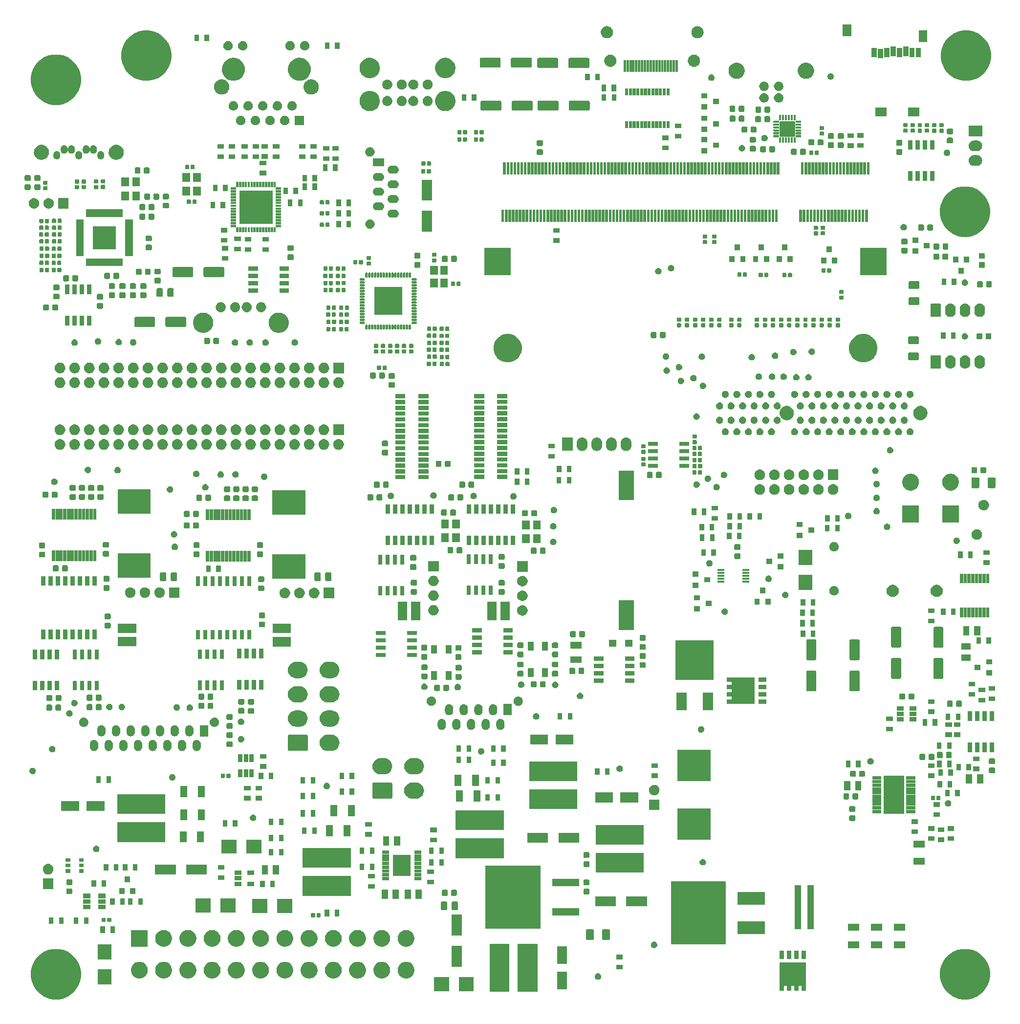
<source format=gbr>
G04 #@! TF.GenerationSoftware,KiCad,Pcbnew,5.1.5+dfsg1-2build2*
G04 #@! TF.CreationDate,2021-02-17T11:04:06+00:00*
G04 #@! TF.ProjectId,HILTOP_Motherboard,48494c54-4f50-45f4-9d6f-74686572626f,Rev C*
G04 #@! TF.SameCoordinates,Original*
G04 #@! TF.FileFunction,Soldermask,Top*
G04 #@! TF.FilePolarity,Negative*
%FSLAX46Y46*%
G04 Gerber Fmt 4.6, Leading zero omitted, Abs format (unit mm)*
G04 Created by KiCad (PCBNEW 5.1.5+dfsg1-2build2) date 2021-02-17 11:04:06*
%MOMM*%
%LPD*%
G04 APERTURE LIST*
%ADD10C,0.100000*%
G04 APERTURE END LIST*
D10*
G36*
X215101761Y-210907551D02*
G01*
X215457734Y-211055000D01*
X215895234Y-211236218D01*
X215895235Y-211236219D01*
X215895238Y-211236220D01*
X216609335Y-211713364D01*
X217216636Y-212320665D01*
X217693780Y-213034762D01*
X217693781Y-213034765D01*
X217693782Y-213034766D01*
X217789539Y-213265944D01*
X218022449Y-213828239D01*
X218190000Y-214670575D01*
X218190000Y-215529425D01*
X218022449Y-216371761D01*
X218022447Y-216371765D01*
X217711972Y-217121320D01*
X217693780Y-217165238D01*
X217216636Y-217879335D01*
X216609335Y-218486636D01*
X215895238Y-218963780D01*
X215895235Y-218963781D01*
X215895234Y-218963782D01*
X215498499Y-219128115D01*
X215101761Y-219292449D01*
X214259425Y-219460000D01*
X213400575Y-219460000D01*
X212558239Y-219292449D01*
X212161500Y-219128114D01*
X211764766Y-218963782D01*
X211764765Y-218963781D01*
X211764762Y-218963780D01*
X211050665Y-218486636D01*
X210443364Y-217879335D01*
X209966220Y-217165238D01*
X209948029Y-217121320D01*
X209637553Y-216371765D01*
X209637551Y-216371761D01*
X209470000Y-215529425D01*
X209470000Y-214670575D01*
X209637551Y-213828239D01*
X209870461Y-213265944D01*
X209966218Y-213034766D01*
X209966219Y-213034765D01*
X209966220Y-213034762D01*
X210443364Y-212320665D01*
X211050665Y-211713364D01*
X211764762Y-211236220D01*
X211764765Y-211236219D01*
X211764766Y-211236218D01*
X212202266Y-211055000D01*
X212558239Y-210907551D01*
X213400575Y-210740000D01*
X214259425Y-210740000D01*
X215101761Y-210907551D01*
G37*
G36*
X57621761Y-210907551D02*
G01*
X57977734Y-211055000D01*
X58415234Y-211236218D01*
X58415235Y-211236219D01*
X58415238Y-211236220D01*
X59129335Y-211713364D01*
X59736636Y-212320665D01*
X60213780Y-213034762D01*
X60213781Y-213034765D01*
X60213782Y-213034766D01*
X60309539Y-213265944D01*
X60542449Y-213828239D01*
X60710000Y-214670575D01*
X60710000Y-215529425D01*
X60542449Y-216371761D01*
X60542447Y-216371765D01*
X60231972Y-217121320D01*
X60213780Y-217165238D01*
X59736636Y-217879335D01*
X59129335Y-218486636D01*
X58415238Y-218963780D01*
X58415235Y-218963781D01*
X58415234Y-218963782D01*
X58018499Y-219128115D01*
X57621761Y-219292449D01*
X56779425Y-219460000D01*
X55920575Y-219460000D01*
X55078239Y-219292449D01*
X54681500Y-219128114D01*
X54284766Y-218963782D01*
X54284765Y-218963781D01*
X54284762Y-218963780D01*
X53570665Y-218486636D01*
X52963364Y-217879335D01*
X52486220Y-217165238D01*
X52468029Y-217121320D01*
X52157553Y-216371765D01*
X52157551Y-216371761D01*
X51990000Y-215529425D01*
X51990000Y-214670575D01*
X52157551Y-213828239D01*
X52390461Y-213265944D01*
X52486218Y-213034766D01*
X52486219Y-213034765D01*
X52486220Y-213034762D01*
X52963364Y-212320665D01*
X53570665Y-211713364D01*
X54284762Y-211236220D01*
X54284765Y-211236219D01*
X54284766Y-211236218D01*
X54722266Y-211055000D01*
X55078239Y-210907551D01*
X55920575Y-210740000D01*
X56779425Y-210740000D01*
X57621761Y-210907551D01*
G37*
G36*
X134910000Y-218160000D02*
G01*
X131490000Y-218160000D01*
X131490000Y-209840000D01*
X134910000Y-209840000D01*
X134910000Y-218160000D01*
G37*
G36*
X139758000Y-218160000D02*
G01*
X136338000Y-218160000D01*
X136338000Y-209840000D01*
X139758000Y-209840000D01*
X139758000Y-218160000D01*
G37*
G36*
X124440000Y-218030000D02*
G01*
X121820000Y-218030000D01*
X121820000Y-215610000D01*
X124440000Y-215610000D01*
X124440000Y-218030000D01*
G37*
G36*
X128740000Y-218030000D02*
G01*
X126120000Y-218030000D01*
X126120000Y-215610000D01*
X128740000Y-215610000D01*
X128740000Y-218030000D01*
G37*
G36*
X186270000Y-217945000D02*
G01*
X185540000Y-217945000D01*
X185540000Y-217152499D01*
X185539279Y-217145183D01*
X185537146Y-217138149D01*
X185533680Y-217131666D01*
X185529017Y-217125983D01*
X185523334Y-217121320D01*
X185516851Y-217117854D01*
X185509817Y-217115721D01*
X185502501Y-217115000D01*
X185037499Y-217115000D01*
X185030183Y-217115721D01*
X185023149Y-217117854D01*
X185016666Y-217121320D01*
X185010983Y-217125983D01*
X185006320Y-217131666D01*
X185002854Y-217138149D01*
X185000721Y-217145183D01*
X185000000Y-217152499D01*
X185000000Y-217945000D01*
X184270000Y-217945000D01*
X184270000Y-217152499D01*
X184269279Y-217145183D01*
X184267146Y-217138149D01*
X184263680Y-217131666D01*
X184259017Y-217125983D01*
X184253334Y-217121320D01*
X184246851Y-217117854D01*
X184239817Y-217115721D01*
X184232501Y-217115000D01*
X183767499Y-217115000D01*
X183760183Y-217115721D01*
X183753149Y-217117854D01*
X183746666Y-217121320D01*
X183740983Y-217125983D01*
X183736320Y-217131666D01*
X183732854Y-217138149D01*
X183730721Y-217145183D01*
X183730000Y-217152499D01*
X183730000Y-217945000D01*
X183000000Y-217945000D01*
X183000000Y-217152499D01*
X182999279Y-217145183D01*
X182997146Y-217138149D01*
X182993680Y-217131666D01*
X182989017Y-217125983D01*
X182983334Y-217121320D01*
X182976851Y-217117854D01*
X182969817Y-217115721D01*
X182962501Y-217115000D01*
X182497499Y-217115000D01*
X182490183Y-217115721D01*
X182483149Y-217117854D01*
X182476666Y-217121320D01*
X182470983Y-217125983D01*
X182466320Y-217131666D01*
X182462854Y-217138149D01*
X182460721Y-217145183D01*
X182460000Y-217152499D01*
X182460000Y-217945000D01*
X181730000Y-217945000D01*
X181730000Y-213085000D01*
X186270000Y-213085000D01*
X186270000Y-217945000D01*
G37*
G36*
X144860000Y-217760000D02*
G01*
X143140000Y-217760000D01*
X143140000Y-214640000D01*
X144860000Y-214640000D01*
X144860000Y-217760000D01*
G37*
G36*
X66000000Y-216890000D02*
G01*
X63580000Y-216890000D01*
X63580000Y-214270000D01*
X66000000Y-214270000D01*
X66000000Y-216890000D01*
G37*
G36*
X150359250Y-214950760D02*
G01*
X150413346Y-214961520D01*
X150515260Y-215003734D01*
X150606979Y-215065019D01*
X150684981Y-215143021D01*
X150746266Y-215234740D01*
X150788480Y-215336654D01*
X150799240Y-215390750D01*
X150810000Y-215444842D01*
X150810000Y-215555158D01*
X150799240Y-215609251D01*
X150788480Y-215663346D01*
X150746266Y-215765260D01*
X150684981Y-215856979D01*
X150606979Y-215934981D01*
X150515260Y-215996266D01*
X150413346Y-216038480D01*
X150359250Y-216049240D01*
X150305158Y-216060000D01*
X150194842Y-216060000D01*
X150140750Y-216049240D01*
X150086654Y-216038480D01*
X149984740Y-215996266D01*
X149893021Y-215934981D01*
X149815019Y-215856979D01*
X149753734Y-215765260D01*
X149711520Y-215663346D01*
X149700760Y-215609251D01*
X149690000Y-215555158D01*
X149690000Y-215444842D01*
X149700760Y-215390750D01*
X149711520Y-215336654D01*
X149753734Y-215234740D01*
X149815019Y-215143021D01*
X149893021Y-215065019D01*
X149984740Y-215003734D01*
X150086654Y-214961520D01*
X150140750Y-214950760D01*
X150194842Y-214940000D01*
X150305158Y-214940000D01*
X150359250Y-214950760D01*
G37*
G36*
X75425863Y-212996106D02*
G01*
X75425865Y-212996107D01*
X75425866Y-212996107D01*
X75497539Y-213025795D01*
X75691573Y-213106166D01*
X75930693Y-213265941D01*
X76134059Y-213469307D01*
X76293834Y-213708427D01*
X76403894Y-213974137D01*
X76460000Y-214256200D01*
X76460000Y-214543800D01*
X76403894Y-214825863D01*
X76293834Y-215091573D01*
X76134059Y-215330693D01*
X75930693Y-215534059D01*
X75691573Y-215693834D01*
X75519134Y-215765260D01*
X75425866Y-215803893D01*
X75425865Y-215803893D01*
X75425863Y-215803894D01*
X75143800Y-215860000D01*
X74856200Y-215860000D01*
X74574137Y-215803894D01*
X74574135Y-215803893D01*
X74574134Y-215803893D01*
X74480866Y-215765260D01*
X74308427Y-215693834D01*
X74069307Y-215534059D01*
X73865941Y-215330693D01*
X73706166Y-215091573D01*
X73596106Y-214825863D01*
X73540000Y-214543800D01*
X73540000Y-214256200D01*
X73596106Y-213974137D01*
X73706166Y-213708427D01*
X73865941Y-213469307D01*
X74069307Y-213265941D01*
X74308427Y-213106166D01*
X74502461Y-213025795D01*
X74574134Y-212996107D01*
X74574135Y-212996107D01*
X74574137Y-212996106D01*
X74856200Y-212940000D01*
X75143800Y-212940000D01*
X75425863Y-212996106D01*
G37*
G36*
X79625863Y-212996106D02*
G01*
X79625865Y-212996107D01*
X79625866Y-212996107D01*
X79697539Y-213025795D01*
X79891573Y-213106166D01*
X80130693Y-213265941D01*
X80334059Y-213469307D01*
X80493834Y-213708427D01*
X80603894Y-213974137D01*
X80660000Y-214256200D01*
X80660000Y-214543800D01*
X80603894Y-214825863D01*
X80493834Y-215091573D01*
X80334059Y-215330693D01*
X80130693Y-215534059D01*
X79891573Y-215693834D01*
X79719134Y-215765260D01*
X79625866Y-215803893D01*
X79625865Y-215803893D01*
X79625863Y-215803894D01*
X79343800Y-215860000D01*
X79056200Y-215860000D01*
X78774137Y-215803894D01*
X78774135Y-215803893D01*
X78774134Y-215803893D01*
X78680866Y-215765260D01*
X78508427Y-215693834D01*
X78269307Y-215534059D01*
X78065941Y-215330693D01*
X77906166Y-215091573D01*
X77796106Y-214825863D01*
X77740000Y-214543800D01*
X77740000Y-214256200D01*
X77796106Y-213974137D01*
X77906166Y-213708427D01*
X78065941Y-213469307D01*
X78269307Y-213265941D01*
X78508427Y-213106166D01*
X78702461Y-213025795D01*
X78774134Y-212996107D01*
X78774135Y-212996107D01*
X78774137Y-212996106D01*
X79056200Y-212940000D01*
X79343800Y-212940000D01*
X79625863Y-212996106D01*
G37*
G36*
X83825863Y-212996106D02*
G01*
X83825865Y-212996107D01*
X83825866Y-212996107D01*
X83897539Y-213025795D01*
X84091573Y-213106166D01*
X84330693Y-213265941D01*
X84534059Y-213469307D01*
X84693834Y-213708427D01*
X84803894Y-213974137D01*
X84860000Y-214256200D01*
X84860000Y-214543800D01*
X84803894Y-214825863D01*
X84693834Y-215091573D01*
X84534059Y-215330693D01*
X84330693Y-215534059D01*
X84091573Y-215693834D01*
X83919134Y-215765260D01*
X83825866Y-215803893D01*
X83825865Y-215803893D01*
X83825863Y-215803894D01*
X83543800Y-215860000D01*
X83256200Y-215860000D01*
X82974137Y-215803894D01*
X82974135Y-215803893D01*
X82974134Y-215803893D01*
X82880866Y-215765260D01*
X82708427Y-215693834D01*
X82469307Y-215534059D01*
X82265941Y-215330693D01*
X82106166Y-215091573D01*
X81996106Y-214825863D01*
X81940000Y-214543800D01*
X81940000Y-214256200D01*
X81996106Y-213974137D01*
X82106166Y-213708427D01*
X82265941Y-213469307D01*
X82469307Y-213265941D01*
X82708427Y-213106166D01*
X82902461Y-213025795D01*
X82974134Y-212996107D01*
X82974135Y-212996107D01*
X82974137Y-212996106D01*
X83256200Y-212940000D01*
X83543800Y-212940000D01*
X83825863Y-212996106D01*
G37*
G36*
X88025863Y-212996106D02*
G01*
X88025865Y-212996107D01*
X88025866Y-212996107D01*
X88097539Y-213025795D01*
X88291573Y-213106166D01*
X88530693Y-213265941D01*
X88734059Y-213469307D01*
X88893834Y-213708427D01*
X89003894Y-213974137D01*
X89060000Y-214256200D01*
X89060000Y-214543800D01*
X89003894Y-214825863D01*
X88893834Y-215091573D01*
X88734059Y-215330693D01*
X88530693Y-215534059D01*
X88291573Y-215693834D01*
X88119134Y-215765260D01*
X88025866Y-215803893D01*
X88025865Y-215803893D01*
X88025863Y-215803894D01*
X87743800Y-215860000D01*
X87456200Y-215860000D01*
X87174137Y-215803894D01*
X87174135Y-215803893D01*
X87174134Y-215803893D01*
X87080866Y-215765260D01*
X86908427Y-215693834D01*
X86669307Y-215534059D01*
X86465941Y-215330693D01*
X86306166Y-215091573D01*
X86196106Y-214825863D01*
X86140000Y-214543800D01*
X86140000Y-214256200D01*
X86196106Y-213974137D01*
X86306166Y-213708427D01*
X86465941Y-213469307D01*
X86669307Y-213265941D01*
X86908427Y-213106166D01*
X87102461Y-213025795D01*
X87174134Y-212996107D01*
X87174135Y-212996107D01*
X87174137Y-212996106D01*
X87456200Y-212940000D01*
X87743800Y-212940000D01*
X88025863Y-212996106D01*
G37*
G36*
X92225863Y-212996106D02*
G01*
X92225865Y-212996107D01*
X92225866Y-212996107D01*
X92297539Y-213025795D01*
X92491573Y-213106166D01*
X92730693Y-213265941D01*
X92934059Y-213469307D01*
X93093834Y-213708427D01*
X93203894Y-213974137D01*
X93260000Y-214256200D01*
X93260000Y-214543800D01*
X93203894Y-214825863D01*
X93093834Y-215091573D01*
X92934059Y-215330693D01*
X92730693Y-215534059D01*
X92491573Y-215693834D01*
X92319134Y-215765260D01*
X92225866Y-215803893D01*
X92225865Y-215803893D01*
X92225863Y-215803894D01*
X91943800Y-215860000D01*
X91656200Y-215860000D01*
X91374137Y-215803894D01*
X91374135Y-215803893D01*
X91374134Y-215803893D01*
X91280866Y-215765260D01*
X91108427Y-215693834D01*
X90869307Y-215534059D01*
X90665941Y-215330693D01*
X90506166Y-215091573D01*
X90396106Y-214825863D01*
X90340000Y-214543800D01*
X90340000Y-214256200D01*
X90396106Y-213974137D01*
X90506166Y-213708427D01*
X90665941Y-213469307D01*
X90869307Y-213265941D01*
X91108427Y-213106166D01*
X91302461Y-213025795D01*
X91374134Y-212996107D01*
X91374135Y-212996107D01*
X91374137Y-212996106D01*
X91656200Y-212940000D01*
X91943800Y-212940000D01*
X92225863Y-212996106D01*
G37*
G36*
X96425863Y-212996106D02*
G01*
X96425865Y-212996107D01*
X96425866Y-212996107D01*
X96497539Y-213025795D01*
X96691573Y-213106166D01*
X96930693Y-213265941D01*
X97134059Y-213469307D01*
X97293834Y-213708427D01*
X97403894Y-213974137D01*
X97460000Y-214256200D01*
X97460000Y-214543800D01*
X97403894Y-214825863D01*
X97293834Y-215091573D01*
X97134059Y-215330693D01*
X96930693Y-215534059D01*
X96691573Y-215693834D01*
X96519134Y-215765260D01*
X96425866Y-215803893D01*
X96425865Y-215803893D01*
X96425863Y-215803894D01*
X96143800Y-215860000D01*
X95856200Y-215860000D01*
X95574137Y-215803894D01*
X95574135Y-215803893D01*
X95574134Y-215803893D01*
X95480866Y-215765260D01*
X95308427Y-215693834D01*
X95069307Y-215534059D01*
X94865941Y-215330693D01*
X94706166Y-215091573D01*
X94596106Y-214825863D01*
X94540000Y-214543800D01*
X94540000Y-214256200D01*
X94596106Y-213974137D01*
X94706166Y-213708427D01*
X94865941Y-213469307D01*
X95069307Y-213265941D01*
X95308427Y-213106166D01*
X95502461Y-213025795D01*
X95574134Y-212996107D01*
X95574135Y-212996107D01*
X95574137Y-212996106D01*
X95856200Y-212940000D01*
X96143800Y-212940000D01*
X96425863Y-212996106D01*
G37*
G36*
X104825863Y-212996106D02*
G01*
X104825865Y-212996107D01*
X104825866Y-212996107D01*
X104897539Y-213025795D01*
X105091573Y-213106166D01*
X105330693Y-213265941D01*
X105534059Y-213469307D01*
X105693834Y-213708427D01*
X105803894Y-213974137D01*
X105860000Y-214256200D01*
X105860000Y-214543800D01*
X105803894Y-214825863D01*
X105693834Y-215091573D01*
X105534059Y-215330693D01*
X105330693Y-215534059D01*
X105091573Y-215693834D01*
X104919134Y-215765260D01*
X104825866Y-215803893D01*
X104825865Y-215803893D01*
X104825863Y-215803894D01*
X104543800Y-215860000D01*
X104256200Y-215860000D01*
X103974137Y-215803894D01*
X103974135Y-215803893D01*
X103974134Y-215803893D01*
X103880866Y-215765260D01*
X103708427Y-215693834D01*
X103469307Y-215534059D01*
X103265941Y-215330693D01*
X103106166Y-215091573D01*
X102996106Y-214825863D01*
X102940000Y-214543800D01*
X102940000Y-214256200D01*
X102996106Y-213974137D01*
X103106166Y-213708427D01*
X103265941Y-213469307D01*
X103469307Y-213265941D01*
X103708427Y-213106166D01*
X103902461Y-213025795D01*
X103974134Y-212996107D01*
X103974135Y-212996107D01*
X103974137Y-212996106D01*
X104256200Y-212940000D01*
X104543800Y-212940000D01*
X104825863Y-212996106D01*
G37*
G36*
X109025863Y-212996106D02*
G01*
X109025865Y-212996107D01*
X109025866Y-212996107D01*
X109097539Y-213025795D01*
X109291573Y-213106166D01*
X109530693Y-213265941D01*
X109734059Y-213469307D01*
X109893834Y-213708427D01*
X110003894Y-213974137D01*
X110060000Y-214256200D01*
X110060000Y-214543800D01*
X110003894Y-214825863D01*
X109893834Y-215091573D01*
X109734059Y-215330693D01*
X109530693Y-215534059D01*
X109291573Y-215693834D01*
X109119134Y-215765260D01*
X109025866Y-215803893D01*
X109025865Y-215803893D01*
X109025863Y-215803894D01*
X108743800Y-215860000D01*
X108456200Y-215860000D01*
X108174137Y-215803894D01*
X108174135Y-215803893D01*
X108174134Y-215803893D01*
X108080866Y-215765260D01*
X107908427Y-215693834D01*
X107669307Y-215534059D01*
X107465941Y-215330693D01*
X107306166Y-215091573D01*
X107196106Y-214825863D01*
X107140000Y-214543800D01*
X107140000Y-214256200D01*
X107196106Y-213974137D01*
X107306166Y-213708427D01*
X107465941Y-213469307D01*
X107669307Y-213265941D01*
X107908427Y-213106166D01*
X108102461Y-213025795D01*
X108174134Y-212996107D01*
X108174135Y-212996107D01*
X108174137Y-212996106D01*
X108456200Y-212940000D01*
X108743800Y-212940000D01*
X109025863Y-212996106D01*
G37*
G36*
X113225863Y-212996106D02*
G01*
X113225865Y-212996107D01*
X113225866Y-212996107D01*
X113297539Y-213025795D01*
X113491573Y-213106166D01*
X113730693Y-213265941D01*
X113934059Y-213469307D01*
X114093834Y-213708427D01*
X114203894Y-213974137D01*
X114260000Y-214256200D01*
X114260000Y-214543800D01*
X114203894Y-214825863D01*
X114093834Y-215091573D01*
X113934059Y-215330693D01*
X113730693Y-215534059D01*
X113491573Y-215693834D01*
X113319134Y-215765260D01*
X113225866Y-215803893D01*
X113225865Y-215803893D01*
X113225863Y-215803894D01*
X112943800Y-215860000D01*
X112656200Y-215860000D01*
X112374137Y-215803894D01*
X112374135Y-215803893D01*
X112374134Y-215803893D01*
X112280866Y-215765260D01*
X112108427Y-215693834D01*
X111869307Y-215534059D01*
X111665941Y-215330693D01*
X111506166Y-215091573D01*
X111396106Y-214825863D01*
X111340000Y-214543800D01*
X111340000Y-214256200D01*
X111396106Y-213974137D01*
X111506166Y-213708427D01*
X111665941Y-213469307D01*
X111869307Y-213265941D01*
X112108427Y-213106166D01*
X112302461Y-213025795D01*
X112374134Y-212996107D01*
X112374135Y-212996107D01*
X112374137Y-212996106D01*
X112656200Y-212940000D01*
X112943800Y-212940000D01*
X113225863Y-212996106D01*
G37*
G36*
X71225863Y-212996106D02*
G01*
X71225865Y-212996107D01*
X71225866Y-212996107D01*
X71297539Y-213025795D01*
X71491573Y-213106166D01*
X71730693Y-213265941D01*
X71934059Y-213469307D01*
X72093834Y-213708427D01*
X72203894Y-213974137D01*
X72260000Y-214256200D01*
X72260000Y-214543800D01*
X72203894Y-214825863D01*
X72093834Y-215091573D01*
X71934059Y-215330693D01*
X71730693Y-215534059D01*
X71491573Y-215693834D01*
X71319134Y-215765260D01*
X71225866Y-215803893D01*
X71225865Y-215803893D01*
X71225863Y-215803894D01*
X70943800Y-215860000D01*
X70656200Y-215860000D01*
X70374137Y-215803894D01*
X70374135Y-215803893D01*
X70374134Y-215803893D01*
X70280866Y-215765260D01*
X70108427Y-215693834D01*
X69869307Y-215534059D01*
X69665941Y-215330693D01*
X69506166Y-215091573D01*
X69396106Y-214825863D01*
X69340000Y-214543800D01*
X69340000Y-214256200D01*
X69396106Y-213974137D01*
X69506166Y-213708427D01*
X69665941Y-213469307D01*
X69869307Y-213265941D01*
X70108427Y-213106166D01*
X70302461Y-213025795D01*
X70374134Y-212996107D01*
X70374135Y-212996107D01*
X70374137Y-212996106D01*
X70656200Y-212940000D01*
X70943800Y-212940000D01*
X71225863Y-212996106D01*
G37*
G36*
X117425863Y-212996106D02*
G01*
X117425865Y-212996107D01*
X117425866Y-212996107D01*
X117497539Y-213025795D01*
X117691573Y-213106166D01*
X117930693Y-213265941D01*
X118134059Y-213469307D01*
X118293834Y-213708427D01*
X118403894Y-213974137D01*
X118460000Y-214256200D01*
X118460000Y-214543800D01*
X118403894Y-214825863D01*
X118293834Y-215091573D01*
X118134059Y-215330693D01*
X117930693Y-215534059D01*
X117691573Y-215693834D01*
X117519134Y-215765260D01*
X117425866Y-215803893D01*
X117425865Y-215803893D01*
X117425863Y-215803894D01*
X117143800Y-215860000D01*
X116856200Y-215860000D01*
X116574137Y-215803894D01*
X116574135Y-215803893D01*
X116574134Y-215803893D01*
X116480866Y-215765260D01*
X116308427Y-215693834D01*
X116069307Y-215534059D01*
X115865941Y-215330693D01*
X115706166Y-215091573D01*
X115596106Y-214825863D01*
X115540000Y-214543800D01*
X115540000Y-214256200D01*
X115596106Y-213974137D01*
X115706166Y-213708427D01*
X115865941Y-213469307D01*
X116069307Y-213265941D01*
X116308427Y-213106166D01*
X116502461Y-213025795D01*
X116574134Y-212996107D01*
X116574135Y-212996107D01*
X116574137Y-212996106D01*
X116856200Y-212940000D01*
X117143800Y-212940000D01*
X117425863Y-212996106D01*
G37*
G36*
X100625863Y-212996106D02*
G01*
X100625865Y-212996107D01*
X100625866Y-212996107D01*
X100697539Y-213025795D01*
X100891573Y-213106166D01*
X101130693Y-213265941D01*
X101334059Y-213469307D01*
X101493834Y-213708427D01*
X101603894Y-213974137D01*
X101660000Y-214256200D01*
X101660000Y-214543800D01*
X101603894Y-214825863D01*
X101493834Y-215091573D01*
X101334059Y-215330693D01*
X101130693Y-215534059D01*
X100891573Y-215693834D01*
X100719134Y-215765260D01*
X100625866Y-215803893D01*
X100625865Y-215803893D01*
X100625863Y-215803894D01*
X100343800Y-215860000D01*
X100056200Y-215860000D01*
X99774137Y-215803894D01*
X99774135Y-215803893D01*
X99774134Y-215803893D01*
X99680866Y-215765260D01*
X99508427Y-215693834D01*
X99269307Y-215534059D01*
X99065941Y-215330693D01*
X98906166Y-215091573D01*
X98796106Y-214825863D01*
X98740000Y-214543800D01*
X98740000Y-214256200D01*
X98796106Y-213974137D01*
X98906166Y-213708427D01*
X99065941Y-213469307D01*
X99269307Y-213265941D01*
X99508427Y-213106166D01*
X99702461Y-213025795D01*
X99774134Y-212996107D01*
X99774135Y-212996107D01*
X99774137Y-212996106D01*
X100056200Y-212940000D01*
X100343800Y-212940000D01*
X100625863Y-212996106D01*
G37*
G36*
X154560000Y-214270000D02*
G01*
X153440000Y-214270000D01*
X153440000Y-213480000D01*
X154560000Y-213480000D01*
X154560000Y-214270000D01*
G37*
G36*
X126640000Y-213830000D02*
G01*
X124920000Y-213830000D01*
X124920000Y-210210000D01*
X126640000Y-210210000D01*
X126640000Y-213830000D01*
G37*
G36*
X144860000Y-213360000D02*
G01*
X143140000Y-213360000D01*
X143140000Y-210240000D01*
X144860000Y-210240000D01*
X144860000Y-213360000D01*
G37*
G36*
X66000000Y-212590000D02*
G01*
X63580000Y-212590000D01*
X63580000Y-209970000D01*
X66000000Y-209970000D01*
X66000000Y-212590000D01*
G37*
G36*
X154560000Y-212520000D02*
G01*
X153440000Y-212520000D01*
X153440000Y-211730000D01*
X154560000Y-211730000D01*
X154560000Y-212520000D01*
G37*
G36*
X182460000Y-212445000D02*
G01*
X181730000Y-212445000D01*
X181730000Y-211055000D01*
X182460000Y-211055000D01*
X182460000Y-212445000D01*
G37*
G36*
X186270000Y-212445000D02*
G01*
X185540000Y-212445000D01*
X185540000Y-211055000D01*
X186270000Y-211055000D01*
X186270000Y-212445000D01*
G37*
G36*
X185000000Y-212445000D02*
G01*
X184270000Y-212445000D01*
X184270000Y-211055000D01*
X185000000Y-211055000D01*
X185000000Y-212445000D01*
G37*
G36*
X183730000Y-212445000D02*
G01*
X183000000Y-212445000D01*
X183000000Y-211055000D01*
X183730000Y-211055000D01*
X183730000Y-212445000D01*
G37*
G36*
X195460000Y-210600000D02*
G01*
X193540000Y-210600000D01*
X193540000Y-209410000D01*
X195460000Y-209410000D01*
X195460000Y-210600000D01*
G37*
G36*
X199460000Y-210600000D02*
G01*
X197540000Y-210600000D01*
X197540000Y-209410000D01*
X199460000Y-209410000D01*
X199460000Y-210600000D01*
G37*
G36*
X203460000Y-210600000D02*
G01*
X201540000Y-210600000D01*
X201540000Y-209410000D01*
X203460000Y-209410000D01*
X203460000Y-210600000D01*
G37*
G36*
X160079250Y-209460760D02*
G01*
X160133346Y-209471520D01*
X160235260Y-209513734D01*
X160326979Y-209575019D01*
X160404981Y-209653021D01*
X160466266Y-209744740D01*
X160508480Y-209846654D01*
X160519240Y-209900749D01*
X160530000Y-209954842D01*
X160530000Y-210065158D01*
X160519240Y-210119250D01*
X160508480Y-210173346D01*
X160466266Y-210275260D01*
X160404981Y-210366979D01*
X160326979Y-210444981D01*
X160235260Y-210506266D01*
X160133346Y-210548480D01*
X160079251Y-210559240D01*
X160025158Y-210570000D01*
X159914842Y-210570000D01*
X159860749Y-210559240D01*
X159806654Y-210548480D01*
X159704740Y-210506266D01*
X159613021Y-210444981D01*
X159535019Y-210366979D01*
X159473734Y-210275260D01*
X159431520Y-210173346D01*
X159420760Y-210119250D01*
X159410000Y-210065158D01*
X159410000Y-209954842D01*
X159420760Y-209900749D01*
X159431520Y-209846654D01*
X159473734Y-209744740D01*
X159535019Y-209653021D01*
X159613021Y-209575019D01*
X159704740Y-209513734D01*
X159806654Y-209471520D01*
X159860750Y-209460760D01*
X159914842Y-209450000D01*
X160025158Y-209450000D01*
X160079250Y-209460760D01*
G37*
G36*
X92225863Y-207496106D02*
G01*
X92225865Y-207496107D01*
X92225866Y-207496107D01*
X92277443Y-207517471D01*
X92491573Y-207606166D01*
X92730693Y-207765941D01*
X92934059Y-207969307D01*
X93093834Y-208208427D01*
X93203894Y-208474137D01*
X93260000Y-208756200D01*
X93260000Y-209043800D01*
X93203894Y-209325863D01*
X93093834Y-209591573D01*
X92934059Y-209830693D01*
X92730693Y-210034059D01*
X92491573Y-210193834D01*
X92297539Y-210274205D01*
X92225866Y-210303893D01*
X92225865Y-210303893D01*
X92225863Y-210303894D01*
X91943800Y-210360000D01*
X91656200Y-210360000D01*
X91374137Y-210303894D01*
X91374135Y-210303893D01*
X91374134Y-210303893D01*
X91302461Y-210274205D01*
X91108427Y-210193834D01*
X90869307Y-210034059D01*
X90665941Y-209830693D01*
X90506166Y-209591573D01*
X90396106Y-209325863D01*
X90340000Y-209043800D01*
X90340000Y-208756200D01*
X90396106Y-208474137D01*
X90506166Y-208208427D01*
X90665941Y-207969307D01*
X90869307Y-207765941D01*
X91108427Y-207606166D01*
X91322557Y-207517471D01*
X91374134Y-207496107D01*
X91374135Y-207496107D01*
X91374137Y-207496106D01*
X91656200Y-207440000D01*
X91943800Y-207440000D01*
X92225863Y-207496106D01*
G37*
G36*
X117425863Y-207496106D02*
G01*
X117425865Y-207496107D01*
X117425866Y-207496107D01*
X117477443Y-207517471D01*
X117691573Y-207606166D01*
X117930693Y-207765941D01*
X118134059Y-207969307D01*
X118293834Y-208208427D01*
X118403894Y-208474137D01*
X118460000Y-208756200D01*
X118460000Y-209043800D01*
X118403894Y-209325863D01*
X118293834Y-209591573D01*
X118134059Y-209830693D01*
X117930693Y-210034059D01*
X117691573Y-210193834D01*
X117497539Y-210274205D01*
X117425866Y-210303893D01*
X117425865Y-210303893D01*
X117425863Y-210303894D01*
X117143800Y-210360000D01*
X116856200Y-210360000D01*
X116574137Y-210303894D01*
X116574135Y-210303893D01*
X116574134Y-210303893D01*
X116502461Y-210274205D01*
X116308427Y-210193834D01*
X116069307Y-210034059D01*
X115865941Y-209830693D01*
X115706166Y-209591573D01*
X115596106Y-209325863D01*
X115540000Y-209043800D01*
X115540000Y-208756200D01*
X115596106Y-208474137D01*
X115706166Y-208208427D01*
X115865941Y-207969307D01*
X116069307Y-207765941D01*
X116308427Y-207606166D01*
X116522557Y-207517471D01*
X116574134Y-207496107D01*
X116574135Y-207496107D01*
X116574137Y-207496106D01*
X116856200Y-207440000D01*
X117143800Y-207440000D01*
X117425863Y-207496106D01*
G37*
G36*
X104825863Y-207496106D02*
G01*
X104825865Y-207496107D01*
X104825866Y-207496107D01*
X104877443Y-207517471D01*
X105091573Y-207606166D01*
X105330693Y-207765941D01*
X105534059Y-207969307D01*
X105693834Y-208208427D01*
X105803894Y-208474137D01*
X105860000Y-208756200D01*
X105860000Y-209043800D01*
X105803894Y-209325863D01*
X105693834Y-209591573D01*
X105534059Y-209830693D01*
X105330693Y-210034059D01*
X105091573Y-210193834D01*
X104897539Y-210274205D01*
X104825866Y-210303893D01*
X104825865Y-210303893D01*
X104825863Y-210303894D01*
X104543800Y-210360000D01*
X104256200Y-210360000D01*
X103974137Y-210303894D01*
X103974135Y-210303893D01*
X103974134Y-210303893D01*
X103902461Y-210274205D01*
X103708427Y-210193834D01*
X103469307Y-210034059D01*
X103265941Y-209830693D01*
X103106166Y-209591573D01*
X102996106Y-209325863D01*
X102940000Y-209043800D01*
X102940000Y-208756200D01*
X102996106Y-208474137D01*
X103106166Y-208208427D01*
X103265941Y-207969307D01*
X103469307Y-207765941D01*
X103708427Y-207606166D01*
X103922557Y-207517471D01*
X103974134Y-207496107D01*
X103974135Y-207496107D01*
X103974137Y-207496106D01*
X104256200Y-207440000D01*
X104543800Y-207440000D01*
X104825863Y-207496106D01*
G37*
G36*
X113225863Y-207496106D02*
G01*
X113225865Y-207496107D01*
X113225866Y-207496107D01*
X113277443Y-207517471D01*
X113491573Y-207606166D01*
X113730693Y-207765941D01*
X113934059Y-207969307D01*
X114093834Y-208208427D01*
X114203894Y-208474137D01*
X114260000Y-208756200D01*
X114260000Y-209043800D01*
X114203894Y-209325863D01*
X114093834Y-209591573D01*
X113934059Y-209830693D01*
X113730693Y-210034059D01*
X113491573Y-210193834D01*
X113297539Y-210274205D01*
X113225866Y-210303893D01*
X113225865Y-210303893D01*
X113225863Y-210303894D01*
X112943800Y-210360000D01*
X112656200Y-210360000D01*
X112374137Y-210303894D01*
X112374135Y-210303893D01*
X112374134Y-210303893D01*
X112302461Y-210274205D01*
X112108427Y-210193834D01*
X111869307Y-210034059D01*
X111665941Y-209830693D01*
X111506166Y-209591573D01*
X111396106Y-209325863D01*
X111340000Y-209043800D01*
X111340000Y-208756200D01*
X111396106Y-208474137D01*
X111506166Y-208208427D01*
X111665941Y-207969307D01*
X111869307Y-207765941D01*
X112108427Y-207606166D01*
X112322557Y-207517471D01*
X112374134Y-207496107D01*
X112374135Y-207496107D01*
X112374137Y-207496106D01*
X112656200Y-207440000D01*
X112943800Y-207440000D01*
X113225863Y-207496106D01*
G37*
G36*
X100625863Y-207496106D02*
G01*
X100625865Y-207496107D01*
X100625866Y-207496107D01*
X100677443Y-207517471D01*
X100891573Y-207606166D01*
X101130693Y-207765941D01*
X101334059Y-207969307D01*
X101493834Y-208208427D01*
X101603894Y-208474137D01*
X101660000Y-208756200D01*
X101660000Y-209043800D01*
X101603894Y-209325863D01*
X101493834Y-209591573D01*
X101334059Y-209830693D01*
X101130693Y-210034059D01*
X100891573Y-210193834D01*
X100697539Y-210274205D01*
X100625866Y-210303893D01*
X100625865Y-210303893D01*
X100625863Y-210303894D01*
X100343800Y-210360000D01*
X100056200Y-210360000D01*
X99774137Y-210303894D01*
X99774135Y-210303893D01*
X99774134Y-210303893D01*
X99702461Y-210274205D01*
X99508427Y-210193834D01*
X99269307Y-210034059D01*
X99065941Y-209830693D01*
X98906166Y-209591573D01*
X98796106Y-209325863D01*
X98740000Y-209043800D01*
X98740000Y-208756200D01*
X98796106Y-208474137D01*
X98906166Y-208208427D01*
X99065941Y-207969307D01*
X99269307Y-207765941D01*
X99508427Y-207606166D01*
X99722557Y-207517471D01*
X99774134Y-207496107D01*
X99774135Y-207496107D01*
X99774137Y-207496106D01*
X100056200Y-207440000D01*
X100343800Y-207440000D01*
X100625863Y-207496106D01*
G37*
G36*
X109025863Y-207496106D02*
G01*
X109025865Y-207496107D01*
X109025866Y-207496107D01*
X109077443Y-207517471D01*
X109291573Y-207606166D01*
X109530693Y-207765941D01*
X109734059Y-207969307D01*
X109893834Y-208208427D01*
X110003894Y-208474137D01*
X110060000Y-208756200D01*
X110060000Y-209043800D01*
X110003894Y-209325863D01*
X109893834Y-209591573D01*
X109734059Y-209830693D01*
X109530693Y-210034059D01*
X109291573Y-210193834D01*
X109097539Y-210274205D01*
X109025866Y-210303893D01*
X109025865Y-210303893D01*
X109025863Y-210303894D01*
X108743800Y-210360000D01*
X108456200Y-210360000D01*
X108174137Y-210303894D01*
X108174135Y-210303893D01*
X108174134Y-210303893D01*
X108102461Y-210274205D01*
X107908427Y-210193834D01*
X107669307Y-210034059D01*
X107465941Y-209830693D01*
X107306166Y-209591573D01*
X107196106Y-209325863D01*
X107140000Y-209043800D01*
X107140000Y-208756200D01*
X107196106Y-208474137D01*
X107306166Y-208208427D01*
X107465941Y-207969307D01*
X107669307Y-207765941D01*
X107908427Y-207606166D01*
X108122557Y-207517471D01*
X108174134Y-207496107D01*
X108174135Y-207496107D01*
X108174137Y-207496106D01*
X108456200Y-207440000D01*
X108743800Y-207440000D01*
X109025863Y-207496106D01*
G37*
G36*
X72260000Y-210360000D02*
G01*
X69340000Y-210360000D01*
X69340000Y-207440000D01*
X72260000Y-207440000D01*
X72260000Y-210360000D01*
G37*
G36*
X75425863Y-207496106D02*
G01*
X75425865Y-207496107D01*
X75425866Y-207496107D01*
X75477443Y-207517471D01*
X75691573Y-207606166D01*
X75930693Y-207765941D01*
X76134059Y-207969307D01*
X76293834Y-208208427D01*
X76403894Y-208474137D01*
X76460000Y-208756200D01*
X76460000Y-209043800D01*
X76403894Y-209325863D01*
X76293834Y-209591573D01*
X76134059Y-209830693D01*
X75930693Y-210034059D01*
X75691573Y-210193834D01*
X75497539Y-210274205D01*
X75425866Y-210303893D01*
X75425865Y-210303893D01*
X75425863Y-210303894D01*
X75143800Y-210360000D01*
X74856200Y-210360000D01*
X74574137Y-210303894D01*
X74574135Y-210303893D01*
X74574134Y-210303893D01*
X74502461Y-210274205D01*
X74308427Y-210193834D01*
X74069307Y-210034059D01*
X73865941Y-209830693D01*
X73706166Y-209591573D01*
X73596106Y-209325863D01*
X73540000Y-209043800D01*
X73540000Y-208756200D01*
X73596106Y-208474137D01*
X73706166Y-208208427D01*
X73865941Y-207969307D01*
X74069307Y-207765941D01*
X74308427Y-207606166D01*
X74522557Y-207517471D01*
X74574134Y-207496107D01*
X74574135Y-207496107D01*
X74574137Y-207496106D01*
X74856200Y-207440000D01*
X75143800Y-207440000D01*
X75425863Y-207496106D01*
G37*
G36*
X79625863Y-207496106D02*
G01*
X79625865Y-207496107D01*
X79625866Y-207496107D01*
X79677443Y-207517471D01*
X79891573Y-207606166D01*
X80130693Y-207765941D01*
X80334059Y-207969307D01*
X80493834Y-208208427D01*
X80603894Y-208474137D01*
X80660000Y-208756200D01*
X80660000Y-209043800D01*
X80603894Y-209325863D01*
X80493834Y-209591573D01*
X80334059Y-209830693D01*
X80130693Y-210034059D01*
X79891573Y-210193834D01*
X79697539Y-210274205D01*
X79625866Y-210303893D01*
X79625865Y-210303893D01*
X79625863Y-210303894D01*
X79343800Y-210360000D01*
X79056200Y-210360000D01*
X78774137Y-210303894D01*
X78774135Y-210303893D01*
X78774134Y-210303893D01*
X78702461Y-210274205D01*
X78508427Y-210193834D01*
X78269307Y-210034059D01*
X78065941Y-209830693D01*
X77906166Y-209591573D01*
X77796106Y-209325863D01*
X77740000Y-209043800D01*
X77740000Y-208756200D01*
X77796106Y-208474137D01*
X77906166Y-208208427D01*
X78065941Y-207969307D01*
X78269307Y-207765941D01*
X78508427Y-207606166D01*
X78722557Y-207517471D01*
X78774134Y-207496107D01*
X78774135Y-207496107D01*
X78774137Y-207496106D01*
X79056200Y-207440000D01*
X79343800Y-207440000D01*
X79625863Y-207496106D01*
G37*
G36*
X83825863Y-207496106D02*
G01*
X83825865Y-207496107D01*
X83825866Y-207496107D01*
X83877443Y-207517471D01*
X84091573Y-207606166D01*
X84330693Y-207765941D01*
X84534059Y-207969307D01*
X84693834Y-208208427D01*
X84803894Y-208474137D01*
X84860000Y-208756200D01*
X84860000Y-209043800D01*
X84803894Y-209325863D01*
X84693834Y-209591573D01*
X84534059Y-209830693D01*
X84330693Y-210034059D01*
X84091573Y-210193834D01*
X83897539Y-210274205D01*
X83825866Y-210303893D01*
X83825865Y-210303893D01*
X83825863Y-210303894D01*
X83543800Y-210360000D01*
X83256200Y-210360000D01*
X82974137Y-210303894D01*
X82974135Y-210303893D01*
X82974134Y-210303893D01*
X82902461Y-210274205D01*
X82708427Y-210193834D01*
X82469307Y-210034059D01*
X82265941Y-209830693D01*
X82106166Y-209591573D01*
X81996106Y-209325863D01*
X81940000Y-209043800D01*
X81940000Y-208756200D01*
X81996106Y-208474137D01*
X82106166Y-208208427D01*
X82265941Y-207969307D01*
X82469307Y-207765941D01*
X82708427Y-207606166D01*
X82922557Y-207517471D01*
X82974134Y-207496107D01*
X82974135Y-207496107D01*
X82974137Y-207496106D01*
X83256200Y-207440000D01*
X83543800Y-207440000D01*
X83825863Y-207496106D01*
G37*
G36*
X88025863Y-207496106D02*
G01*
X88025865Y-207496107D01*
X88025866Y-207496107D01*
X88077443Y-207517471D01*
X88291573Y-207606166D01*
X88530693Y-207765941D01*
X88734059Y-207969307D01*
X88893834Y-208208427D01*
X89003894Y-208474137D01*
X89060000Y-208756200D01*
X89060000Y-209043800D01*
X89003894Y-209325863D01*
X88893834Y-209591573D01*
X88734059Y-209830693D01*
X88530693Y-210034059D01*
X88291573Y-210193834D01*
X88097539Y-210274205D01*
X88025866Y-210303893D01*
X88025865Y-210303893D01*
X88025863Y-210303894D01*
X87743800Y-210360000D01*
X87456200Y-210360000D01*
X87174137Y-210303894D01*
X87174135Y-210303893D01*
X87174134Y-210303893D01*
X87102461Y-210274205D01*
X86908427Y-210193834D01*
X86669307Y-210034059D01*
X86465941Y-209830693D01*
X86306166Y-209591573D01*
X86196106Y-209325863D01*
X86140000Y-209043800D01*
X86140000Y-208756200D01*
X86196106Y-208474137D01*
X86306166Y-208208427D01*
X86465941Y-207969307D01*
X86669307Y-207765941D01*
X86908427Y-207606166D01*
X87122557Y-207517471D01*
X87174134Y-207496107D01*
X87174135Y-207496107D01*
X87174137Y-207496106D01*
X87456200Y-207440000D01*
X87743800Y-207440000D01*
X88025863Y-207496106D01*
G37*
G36*
X96425863Y-207496106D02*
G01*
X96425865Y-207496107D01*
X96425866Y-207496107D01*
X96477443Y-207517471D01*
X96691573Y-207606166D01*
X96930693Y-207765941D01*
X97134059Y-207969307D01*
X97293834Y-208208427D01*
X97403894Y-208474137D01*
X97460000Y-208756200D01*
X97460000Y-209043800D01*
X97403894Y-209325863D01*
X97293834Y-209591573D01*
X97134059Y-209830693D01*
X96930693Y-210034059D01*
X96691573Y-210193834D01*
X96497539Y-210274205D01*
X96425866Y-210303893D01*
X96425865Y-210303893D01*
X96425863Y-210303894D01*
X96143800Y-210360000D01*
X95856200Y-210360000D01*
X95574137Y-210303894D01*
X95574135Y-210303893D01*
X95574134Y-210303893D01*
X95502461Y-210274205D01*
X95308427Y-210193834D01*
X95069307Y-210034059D01*
X94865941Y-209830693D01*
X94706166Y-209591573D01*
X94596106Y-209325863D01*
X94540000Y-209043800D01*
X94540000Y-208756200D01*
X94596106Y-208474137D01*
X94706166Y-208208427D01*
X94865941Y-207969307D01*
X95069307Y-207765941D01*
X95308427Y-207606166D01*
X95522557Y-207517471D01*
X95574134Y-207496107D01*
X95574135Y-207496107D01*
X95574137Y-207496106D01*
X95856200Y-207440000D01*
X96143800Y-207440000D01*
X96425863Y-207496106D01*
G37*
G36*
X172385000Y-209960000D02*
G01*
X162865000Y-209960000D01*
X162865000Y-199040000D01*
X172385000Y-199040000D01*
X172385000Y-209960000D01*
G37*
G36*
X152132529Y-207320010D02*
G01*
X152179675Y-207334312D01*
X152223125Y-207357536D01*
X152261209Y-207388791D01*
X152292464Y-207426875D01*
X152315688Y-207470325D01*
X152329990Y-207517471D01*
X152335000Y-207568338D01*
X152335000Y-208931662D01*
X152329990Y-208982529D01*
X152315688Y-209029675D01*
X152292464Y-209073125D01*
X152261209Y-209111209D01*
X152223125Y-209142464D01*
X152179675Y-209165688D01*
X152132529Y-209179990D01*
X152081662Y-209185000D01*
X151218338Y-209185000D01*
X151167471Y-209179990D01*
X151120325Y-209165688D01*
X151076875Y-209142464D01*
X151038791Y-209111209D01*
X151007536Y-209073125D01*
X150984312Y-209029675D01*
X150970010Y-208982529D01*
X150965000Y-208931662D01*
X150965000Y-207568338D01*
X150970010Y-207517471D01*
X150984312Y-207470325D01*
X151007536Y-207426875D01*
X151038791Y-207388791D01*
X151076875Y-207357536D01*
X151120325Y-207334312D01*
X151167471Y-207320010D01*
X151218338Y-207315000D01*
X152081662Y-207315000D01*
X152132529Y-207320010D01*
G37*
G36*
X149332529Y-207320010D02*
G01*
X149379675Y-207334312D01*
X149423125Y-207357536D01*
X149461209Y-207388791D01*
X149492464Y-207426875D01*
X149515688Y-207470325D01*
X149529990Y-207517471D01*
X149535000Y-207568338D01*
X149535000Y-208931662D01*
X149529990Y-208982529D01*
X149515688Y-209029675D01*
X149492464Y-209073125D01*
X149461209Y-209111209D01*
X149423125Y-209142464D01*
X149379675Y-209165688D01*
X149332529Y-209179990D01*
X149281662Y-209185000D01*
X148418338Y-209185000D01*
X148367471Y-209179990D01*
X148320325Y-209165688D01*
X148276875Y-209142464D01*
X148238791Y-209111209D01*
X148207536Y-209073125D01*
X148184312Y-209029675D01*
X148170010Y-208982529D01*
X148165000Y-208931662D01*
X148165000Y-207568338D01*
X148170010Y-207517471D01*
X148184312Y-207470325D01*
X148207536Y-207426875D01*
X148238791Y-207388791D01*
X148276875Y-207357536D01*
X148320325Y-207334312D01*
X148367471Y-207320010D01*
X148418338Y-207315000D01*
X149281662Y-207315000D01*
X149332529Y-207320010D01*
G37*
G36*
X126640000Y-208430000D02*
G01*
X124920000Y-208430000D01*
X124920000Y-204810000D01*
X126640000Y-204810000D01*
X126640000Y-208430000D01*
G37*
G36*
X179135000Y-208116000D02*
G01*
X174415000Y-208116000D01*
X174415000Y-205964000D01*
X179135000Y-205964000D01*
X179135000Y-208116000D01*
G37*
G36*
X64820000Y-207960000D02*
G01*
X64030000Y-207960000D01*
X64030000Y-206840000D01*
X64820000Y-206840000D01*
X64820000Y-207960000D01*
G37*
G36*
X66570000Y-207960000D02*
G01*
X65780000Y-207960000D01*
X65780000Y-206840000D01*
X66570000Y-206840000D01*
X66570000Y-207960000D01*
G37*
G36*
X199460000Y-207590000D02*
G01*
X197540000Y-207590000D01*
X197540000Y-206400000D01*
X199460000Y-206400000D01*
X199460000Y-207590000D01*
G37*
G36*
X195460000Y-207590000D02*
G01*
X193540000Y-207590000D01*
X193540000Y-206400000D01*
X195460000Y-206400000D01*
X195460000Y-207590000D01*
G37*
G36*
X203460000Y-207590000D02*
G01*
X201540000Y-207590000D01*
X201540000Y-206400000D01*
X203460000Y-206400000D01*
X203460000Y-207590000D01*
G37*
G36*
X187660000Y-207310000D02*
G01*
X186540000Y-207310000D01*
X186540000Y-199690000D01*
X187660000Y-199690000D01*
X187660000Y-207310000D01*
G37*
G36*
X185460000Y-207310000D02*
G01*
X184340000Y-207310000D01*
X184340000Y-199690000D01*
X185460000Y-199690000D01*
X185460000Y-207310000D01*
G37*
G36*
X140260000Y-207210000D02*
G01*
X130740000Y-207210000D01*
X130740000Y-196290000D01*
X140260000Y-196290000D01*
X140260000Y-207210000D01*
G37*
G36*
X61970000Y-206360000D02*
G01*
X61180000Y-206360000D01*
X61180000Y-205240000D01*
X61970000Y-205240000D01*
X61970000Y-206360000D01*
G37*
G36*
X60220000Y-206360000D02*
G01*
X59430000Y-206360000D01*
X59430000Y-205240000D01*
X60220000Y-205240000D01*
X60220000Y-206360000D01*
G37*
G36*
X57670000Y-206360000D02*
G01*
X56880000Y-206360000D01*
X56880000Y-205240000D01*
X57670000Y-205240000D01*
X57670000Y-206360000D01*
G37*
G36*
X55920000Y-206360000D02*
G01*
X55130000Y-206360000D01*
X55130000Y-205240000D01*
X55920000Y-205240000D01*
X55920000Y-206360000D01*
G37*
G36*
X65812183Y-205323228D02*
G01*
X65841931Y-205332252D01*
X65869346Y-205346905D01*
X65893375Y-205366625D01*
X65913095Y-205390654D01*
X65927748Y-205418069D01*
X65936772Y-205447817D01*
X65940000Y-205480588D01*
X65940000Y-205919412D01*
X65936772Y-205952183D01*
X65927748Y-205981931D01*
X65913095Y-206009346D01*
X65893375Y-206033375D01*
X65869346Y-206053095D01*
X65841931Y-206067748D01*
X65812183Y-206076772D01*
X65779412Y-206080000D01*
X65390588Y-206080000D01*
X65357817Y-206076772D01*
X65328069Y-206067748D01*
X65300654Y-206053095D01*
X65276625Y-206033375D01*
X65256905Y-206009346D01*
X65242252Y-205981931D01*
X65233228Y-205952183D01*
X65230000Y-205919412D01*
X65230000Y-205480588D01*
X65233228Y-205447817D01*
X65242252Y-205418069D01*
X65256905Y-205390654D01*
X65276625Y-205366625D01*
X65300654Y-205346905D01*
X65328069Y-205332252D01*
X65357817Y-205323228D01*
X65390588Y-205320000D01*
X65779412Y-205320000D01*
X65812183Y-205323228D01*
G37*
G36*
X64842183Y-205323228D02*
G01*
X64871931Y-205332252D01*
X64899346Y-205346905D01*
X64923375Y-205366625D01*
X64943095Y-205390654D01*
X64957748Y-205418069D01*
X64966772Y-205447817D01*
X64970000Y-205480588D01*
X64970000Y-205919412D01*
X64966772Y-205952183D01*
X64957748Y-205981931D01*
X64943095Y-206009346D01*
X64923375Y-206033375D01*
X64899346Y-206053095D01*
X64871931Y-206067748D01*
X64842183Y-206076772D01*
X64809412Y-206080000D01*
X64420588Y-206080000D01*
X64387817Y-206076772D01*
X64358069Y-206067748D01*
X64330654Y-206053095D01*
X64306625Y-206033375D01*
X64286905Y-206009346D01*
X64272252Y-205981931D01*
X64263228Y-205952183D01*
X64260000Y-205919412D01*
X64260000Y-205480588D01*
X64263228Y-205447817D01*
X64272252Y-205418069D01*
X64286905Y-205390654D01*
X64306625Y-205366625D01*
X64330654Y-205346905D01*
X64358069Y-205332252D01*
X64387817Y-205323228D01*
X64420588Y-205320000D01*
X64809412Y-205320000D01*
X64842183Y-205323228D01*
G37*
G36*
X102072183Y-204493228D02*
G01*
X102101931Y-204502252D01*
X102129346Y-204516905D01*
X102153375Y-204536625D01*
X102173095Y-204560654D01*
X102187748Y-204588069D01*
X102196772Y-204617817D01*
X102200000Y-204650588D01*
X102200000Y-205089412D01*
X102196772Y-205122183D01*
X102187748Y-205151931D01*
X102173095Y-205179346D01*
X102153375Y-205203375D01*
X102129346Y-205223095D01*
X102101931Y-205237748D01*
X102072183Y-205246772D01*
X102039412Y-205250000D01*
X101650588Y-205250000D01*
X101617817Y-205246772D01*
X101588069Y-205237748D01*
X101560654Y-205223095D01*
X101536625Y-205203375D01*
X101516905Y-205179346D01*
X101502252Y-205151931D01*
X101493228Y-205122183D01*
X101490000Y-205089412D01*
X101490000Y-204650588D01*
X101493228Y-204617817D01*
X101502252Y-204588069D01*
X101516905Y-204560654D01*
X101536625Y-204536625D01*
X101560654Y-204516905D01*
X101588069Y-204502252D01*
X101617817Y-204493228D01*
X101650588Y-204490000D01*
X102039412Y-204490000D01*
X102072183Y-204493228D01*
G37*
G36*
X101102183Y-204493228D02*
G01*
X101131931Y-204502252D01*
X101159346Y-204516905D01*
X101183375Y-204536625D01*
X101203095Y-204560654D01*
X101217748Y-204588069D01*
X101226772Y-204617817D01*
X101230000Y-204650588D01*
X101230000Y-205089412D01*
X101226772Y-205122183D01*
X101217748Y-205151931D01*
X101203095Y-205179346D01*
X101183375Y-205203375D01*
X101159346Y-205223095D01*
X101131931Y-205237748D01*
X101102183Y-205246772D01*
X101069412Y-205250000D01*
X100680588Y-205250000D01*
X100647817Y-205246772D01*
X100618069Y-205237748D01*
X100590654Y-205223095D01*
X100566625Y-205203375D01*
X100546905Y-205179346D01*
X100532252Y-205151931D01*
X100523228Y-205122183D01*
X100520000Y-205089412D01*
X100520000Y-204650588D01*
X100523228Y-204617817D01*
X100532252Y-204588069D01*
X100546905Y-204560654D01*
X100566625Y-204536625D01*
X100590654Y-204516905D01*
X100618069Y-204502252D01*
X100647817Y-204493228D01*
X100680588Y-204490000D01*
X101069412Y-204490000D01*
X101102183Y-204493228D01*
G37*
G36*
X103700000Y-205080000D02*
G01*
X102910000Y-205080000D01*
X102910000Y-203960000D01*
X103700000Y-203960000D01*
X103700000Y-205080000D01*
G37*
G36*
X105450000Y-205080000D02*
G01*
X104660000Y-205080000D01*
X104660000Y-203960000D01*
X105450000Y-203960000D01*
X105450000Y-205080000D01*
G37*
G36*
X147010000Y-204900000D02*
G01*
X142290000Y-204900000D01*
X142290000Y-203680000D01*
X147010000Y-203680000D01*
X147010000Y-204900000D01*
G37*
G36*
X93000000Y-204490000D02*
G01*
X90380000Y-204490000D01*
X90380000Y-202070000D01*
X93000000Y-202070000D01*
X93000000Y-204490000D01*
G37*
G36*
X97300000Y-204490000D02*
G01*
X94680000Y-204490000D01*
X94680000Y-202070000D01*
X97300000Y-202070000D01*
X97300000Y-204490000D01*
G37*
G36*
X87470000Y-204410000D02*
G01*
X84850000Y-204410000D01*
X84850000Y-201990000D01*
X87470000Y-201990000D01*
X87470000Y-204410000D01*
G37*
G36*
X83170000Y-204410000D02*
G01*
X80550000Y-204410000D01*
X80550000Y-201990000D01*
X83170000Y-201990000D01*
X83170000Y-204410000D01*
G37*
G36*
X125779713Y-202495077D02*
G01*
X125827514Y-202509577D01*
X125871570Y-202533126D01*
X125910184Y-202564816D01*
X125941874Y-202603430D01*
X125965423Y-202647486D01*
X125979923Y-202695287D01*
X125985000Y-202746837D01*
X125985000Y-203753163D01*
X125979923Y-203804713D01*
X125965423Y-203852514D01*
X125941874Y-203896570D01*
X125910184Y-203935184D01*
X125871570Y-203966874D01*
X125827514Y-203990423D01*
X125779713Y-204004923D01*
X125728163Y-204010000D01*
X125146837Y-204010000D01*
X125095287Y-204004923D01*
X125047486Y-203990423D01*
X125003430Y-203966874D01*
X124964816Y-203935184D01*
X124933126Y-203896570D01*
X124909577Y-203852514D01*
X124895077Y-203804713D01*
X124890000Y-203753163D01*
X124890000Y-202746837D01*
X124895077Y-202695287D01*
X124909577Y-202647486D01*
X124933126Y-202603430D01*
X124964816Y-202564816D01*
X125003430Y-202533126D01*
X125047486Y-202509577D01*
X125095287Y-202495077D01*
X125146837Y-202490000D01*
X125728163Y-202490000D01*
X125779713Y-202495077D01*
G37*
G36*
X123904713Y-202495077D02*
G01*
X123952514Y-202509577D01*
X123996570Y-202533126D01*
X124035184Y-202564816D01*
X124066874Y-202603430D01*
X124090423Y-202647486D01*
X124104923Y-202695287D01*
X124110000Y-202746837D01*
X124110000Y-203753163D01*
X124104923Y-203804713D01*
X124090423Y-203852514D01*
X124066874Y-203896570D01*
X124035184Y-203935184D01*
X123996570Y-203966874D01*
X123952514Y-203990423D01*
X123904713Y-204004923D01*
X123853163Y-204010000D01*
X123271837Y-204010000D01*
X123220287Y-204004923D01*
X123172486Y-203990423D01*
X123128430Y-203966874D01*
X123089816Y-203935184D01*
X123058126Y-203896570D01*
X123034577Y-203852514D01*
X123020077Y-203804713D01*
X123015000Y-203753163D01*
X123015000Y-202746837D01*
X123020077Y-202695287D01*
X123034577Y-202647486D01*
X123058126Y-202603430D01*
X123089816Y-202564816D01*
X123128430Y-202533126D01*
X123172486Y-202509577D01*
X123220287Y-202495077D01*
X123271837Y-202490000D01*
X123853163Y-202490000D01*
X123904713Y-202495077D01*
G37*
G36*
X64980000Y-203835000D02*
G01*
X63640000Y-203835000D01*
X63640000Y-203065000D01*
X64980000Y-203065000D01*
X64980000Y-203835000D01*
G37*
G36*
X62360000Y-203835000D02*
G01*
X61020000Y-203835000D01*
X61020000Y-203065000D01*
X62360000Y-203065000D01*
X62360000Y-203835000D01*
G37*
G36*
X153360000Y-203360000D02*
G01*
X149740000Y-203360000D01*
X149740000Y-201640000D01*
X153360000Y-201640000D01*
X153360000Y-203360000D01*
G37*
G36*
X158760000Y-203360000D02*
G01*
X155140000Y-203360000D01*
X155140000Y-201640000D01*
X158760000Y-201640000D01*
X158760000Y-203360000D01*
G37*
G36*
X66520000Y-203060000D02*
G01*
X65730000Y-203060000D01*
X65730000Y-201940000D01*
X66520000Y-201940000D01*
X66520000Y-203060000D01*
G37*
G36*
X71370000Y-203060000D02*
G01*
X70580000Y-203060000D01*
X70580000Y-201940000D01*
X71370000Y-201940000D01*
X71370000Y-203060000D01*
G37*
G36*
X68270000Y-203060000D02*
G01*
X67480000Y-203060000D01*
X67480000Y-201940000D01*
X68270000Y-201940000D01*
X68270000Y-203060000D01*
G37*
G36*
X69620000Y-203060000D02*
G01*
X68830000Y-203060000D01*
X68830000Y-201940000D01*
X69620000Y-201940000D01*
X69620000Y-203060000D01*
G37*
G36*
X179135000Y-203036000D02*
G01*
X174415000Y-203036000D01*
X174415000Y-200884000D01*
X179135000Y-200884000D01*
X179135000Y-203036000D01*
G37*
G36*
X62360000Y-202885000D02*
G01*
X61020000Y-202885000D01*
X61020000Y-202115000D01*
X62360000Y-202115000D01*
X62360000Y-202885000D01*
G37*
G36*
X64980000Y-202885000D02*
G01*
X63640000Y-202885000D01*
X63640000Y-202115000D01*
X64980000Y-202115000D01*
X64980000Y-202885000D01*
G37*
G36*
X119750000Y-202060000D02*
G01*
X118660000Y-202060000D01*
X118660000Y-200440000D01*
X119750000Y-200440000D01*
X119750000Y-202060000D01*
G37*
G36*
X117840000Y-202060000D02*
G01*
X116750000Y-202060000D01*
X116750000Y-200440000D01*
X117840000Y-200440000D01*
X117840000Y-202060000D01*
G37*
G36*
X115750000Y-202060000D02*
G01*
X114660000Y-202060000D01*
X114660000Y-200440000D01*
X115750000Y-200440000D01*
X115750000Y-202060000D01*
G37*
G36*
X113840000Y-202060000D02*
G01*
X112750000Y-202060000D01*
X112750000Y-200440000D01*
X113840000Y-200440000D01*
X113840000Y-202060000D01*
G37*
G36*
X64980000Y-201935000D02*
G01*
X63640000Y-201935000D01*
X63640000Y-201165000D01*
X64980000Y-201165000D01*
X64980000Y-201935000D01*
G37*
G36*
X62360000Y-201935000D02*
G01*
X61020000Y-201935000D01*
X61020000Y-201165000D01*
X62360000Y-201165000D01*
X62360000Y-201935000D01*
G37*
G36*
X124024835Y-200469597D02*
G01*
X124067946Y-200482674D01*
X124107680Y-200503913D01*
X124142506Y-200532494D01*
X124171087Y-200567320D01*
X124192326Y-200607054D01*
X124205403Y-200650165D01*
X124210000Y-200696838D01*
X124210000Y-201303162D01*
X124205403Y-201349835D01*
X124192326Y-201392946D01*
X124171087Y-201432680D01*
X124142506Y-201467506D01*
X124107680Y-201496087D01*
X124067946Y-201517326D01*
X124024835Y-201530403D01*
X123978162Y-201535000D01*
X123446838Y-201535000D01*
X123400165Y-201530403D01*
X123357054Y-201517326D01*
X123317320Y-201496087D01*
X123282494Y-201467506D01*
X123253913Y-201432680D01*
X123232674Y-201392946D01*
X123219597Y-201349835D01*
X123215000Y-201303162D01*
X123215000Y-200696838D01*
X123219597Y-200650165D01*
X123232674Y-200607054D01*
X123253913Y-200567320D01*
X123282494Y-200532494D01*
X123317320Y-200503913D01*
X123357054Y-200482674D01*
X123400165Y-200469597D01*
X123446838Y-200465000D01*
X123978162Y-200465000D01*
X124024835Y-200469597D01*
G37*
G36*
X125599835Y-200469597D02*
G01*
X125642946Y-200482674D01*
X125682680Y-200503913D01*
X125717506Y-200532494D01*
X125746087Y-200567320D01*
X125767326Y-200607054D01*
X125780403Y-200650165D01*
X125785000Y-200696838D01*
X125785000Y-201303162D01*
X125780403Y-201349835D01*
X125767326Y-201392946D01*
X125746087Y-201432680D01*
X125717506Y-201467506D01*
X125682680Y-201496087D01*
X125642946Y-201517326D01*
X125599835Y-201530403D01*
X125553162Y-201535000D01*
X125021838Y-201535000D01*
X124975165Y-201530403D01*
X124932054Y-201517326D01*
X124892320Y-201496087D01*
X124857494Y-201467506D01*
X124828913Y-201432680D01*
X124807674Y-201392946D01*
X124794597Y-201349835D01*
X124790000Y-201303162D01*
X124790000Y-200696838D01*
X124794597Y-200650165D01*
X124807674Y-200607054D01*
X124828913Y-200567320D01*
X124857494Y-200532494D01*
X124892320Y-200503913D01*
X124932054Y-200482674D01*
X124975165Y-200469597D01*
X125021838Y-200465000D01*
X125553162Y-200465000D01*
X125599835Y-200469597D01*
G37*
G36*
X107410000Y-201510000D02*
G01*
X99090000Y-201510000D01*
X99090000Y-198090000D01*
X107410000Y-198090000D01*
X107410000Y-201510000D01*
G37*
G36*
X148599835Y-200294597D02*
G01*
X148642946Y-200307674D01*
X148682680Y-200328913D01*
X148717506Y-200357494D01*
X148746087Y-200392320D01*
X148767326Y-200432054D01*
X148780403Y-200475165D01*
X148785000Y-200521838D01*
X148785000Y-201053162D01*
X148780403Y-201099835D01*
X148767326Y-201142946D01*
X148746087Y-201182680D01*
X148717506Y-201217506D01*
X148682680Y-201246087D01*
X148642946Y-201267326D01*
X148599835Y-201280403D01*
X148553162Y-201285000D01*
X147946838Y-201285000D01*
X147900165Y-201280403D01*
X147857054Y-201267326D01*
X147817320Y-201246087D01*
X147782494Y-201217506D01*
X147753913Y-201182680D01*
X147732674Y-201142946D01*
X147719597Y-201099835D01*
X147715000Y-201053162D01*
X147715000Y-200521838D01*
X147719597Y-200475165D01*
X147732674Y-200432054D01*
X147753913Y-200392320D01*
X147782494Y-200357494D01*
X147817320Y-200328913D01*
X147857054Y-200307674D01*
X147900165Y-200294597D01*
X147946838Y-200290000D01*
X148553162Y-200290000D01*
X148599835Y-200294597D01*
G37*
G36*
X59024835Y-200244597D02*
G01*
X59067946Y-200257674D01*
X59107680Y-200278913D01*
X59142506Y-200307494D01*
X59171087Y-200342320D01*
X59192326Y-200382054D01*
X59205403Y-200425165D01*
X59210000Y-200471838D01*
X59210000Y-201003162D01*
X59205403Y-201049835D01*
X59192326Y-201092946D01*
X59171087Y-201132680D01*
X59142506Y-201167506D01*
X59107680Y-201196087D01*
X59067946Y-201217326D01*
X59024835Y-201230403D01*
X58978162Y-201235000D01*
X58371838Y-201235000D01*
X58325165Y-201230403D01*
X58282054Y-201217326D01*
X58242320Y-201196087D01*
X58207494Y-201167506D01*
X58178913Y-201132680D01*
X58157674Y-201092946D01*
X58144597Y-201049835D01*
X58140000Y-201003162D01*
X58140000Y-200471838D01*
X58144597Y-200425165D01*
X58157674Y-200382054D01*
X58178913Y-200342320D01*
X58207494Y-200307494D01*
X58242320Y-200278913D01*
X58282054Y-200257674D01*
X58325165Y-200244597D01*
X58371838Y-200240000D01*
X58978162Y-200240000D01*
X59024835Y-200244597D01*
G37*
G36*
X68210000Y-201210000D02*
G01*
X67290000Y-201210000D01*
X67290000Y-200190000D01*
X68210000Y-200190000D01*
X68210000Y-201210000D01*
G37*
G36*
X70110000Y-201210000D02*
G01*
X69190000Y-201210000D01*
X69190000Y-200190000D01*
X70110000Y-200190000D01*
X70110000Y-201210000D01*
G37*
G36*
X55910000Y-200360000D02*
G01*
X54090000Y-200360000D01*
X54090000Y-198540000D01*
X55910000Y-198540000D01*
X55910000Y-200360000D01*
G37*
G36*
X111560000Y-200270000D02*
G01*
X110440000Y-200270000D01*
X110440000Y-199480000D01*
X111560000Y-199480000D01*
X111560000Y-200270000D01*
G37*
G36*
X92520000Y-200060000D02*
G01*
X91730000Y-200060000D01*
X91730000Y-198940000D01*
X92520000Y-198940000D01*
X92520000Y-200060000D01*
G37*
G36*
X94270000Y-200060000D02*
G01*
X93480000Y-200060000D01*
X93480000Y-198940000D01*
X94270000Y-198940000D01*
X94270000Y-200060000D01*
G37*
G36*
X63320000Y-199960000D02*
G01*
X62530000Y-199960000D01*
X62530000Y-198840000D01*
X63320000Y-198840000D01*
X63320000Y-199960000D01*
G37*
G36*
X65070000Y-199960000D02*
G01*
X64280000Y-199960000D01*
X64280000Y-198840000D01*
X65070000Y-198840000D01*
X65070000Y-199960000D01*
G37*
G36*
X88490000Y-199835000D02*
G01*
X87310000Y-199835000D01*
X87310000Y-199065000D01*
X88490000Y-199065000D01*
X88490000Y-199835000D01*
G37*
G36*
X90690000Y-199835000D02*
G01*
X89510000Y-199835000D01*
X89510000Y-199065000D01*
X90690000Y-199065000D01*
X90690000Y-199835000D01*
G37*
G36*
X147010000Y-199820000D02*
G01*
X142290000Y-199820000D01*
X142290000Y-198600000D01*
X147010000Y-198600000D01*
X147010000Y-199820000D01*
G37*
G36*
X148599835Y-198719597D02*
G01*
X148642946Y-198732674D01*
X148682680Y-198753913D01*
X148717506Y-198782494D01*
X148746087Y-198817320D01*
X148767326Y-198857054D01*
X148780403Y-198900165D01*
X148785000Y-198946838D01*
X148785000Y-199478162D01*
X148780403Y-199524835D01*
X148767326Y-199567946D01*
X148746087Y-199607680D01*
X148717506Y-199642506D01*
X148682680Y-199671087D01*
X148642946Y-199692326D01*
X148599835Y-199705403D01*
X148553162Y-199710000D01*
X147946838Y-199710000D01*
X147900165Y-199705403D01*
X147857054Y-199692326D01*
X147817320Y-199671087D01*
X147782494Y-199642506D01*
X147753913Y-199607680D01*
X147732674Y-199567946D01*
X147719597Y-199524835D01*
X147715000Y-199478162D01*
X147715000Y-198946838D01*
X147719597Y-198900165D01*
X147732674Y-198857054D01*
X147753913Y-198817320D01*
X147782494Y-198782494D01*
X147817320Y-198753913D01*
X147857054Y-198732674D01*
X147900165Y-198719597D01*
X147946838Y-198715000D01*
X148553162Y-198715000D01*
X148599835Y-198719597D01*
G37*
G36*
X59024835Y-198669597D02*
G01*
X59067946Y-198682674D01*
X59107680Y-198703913D01*
X59142506Y-198732494D01*
X59171087Y-198767320D01*
X59192326Y-198807054D01*
X59205403Y-198850165D01*
X59210000Y-198896838D01*
X59210000Y-199428162D01*
X59205403Y-199474835D01*
X59192326Y-199517946D01*
X59171087Y-199557680D01*
X59142506Y-199592506D01*
X59107680Y-199621087D01*
X59067946Y-199642326D01*
X59024835Y-199655403D01*
X58978162Y-199660000D01*
X58371838Y-199660000D01*
X58325165Y-199655403D01*
X58282054Y-199642326D01*
X58242320Y-199621087D01*
X58207494Y-199592506D01*
X58178913Y-199557680D01*
X58157674Y-199517946D01*
X58144597Y-199474835D01*
X58140000Y-199428162D01*
X58140000Y-198896838D01*
X58144597Y-198850165D01*
X58157674Y-198807054D01*
X58178913Y-198767320D01*
X58207494Y-198732494D01*
X58242320Y-198703913D01*
X58282054Y-198682674D01*
X58325165Y-198669597D01*
X58371838Y-198665000D01*
X58978162Y-198665000D01*
X59024835Y-198669597D01*
G37*
G36*
X121810000Y-199520000D02*
G01*
X120690000Y-199520000D01*
X120690000Y-198730000D01*
X121810000Y-198730000D01*
X121810000Y-199520000D01*
G37*
G36*
X69160000Y-199210000D02*
G01*
X68240000Y-199210000D01*
X68240000Y-198190000D01*
X69160000Y-198190000D01*
X69160000Y-199210000D01*
G37*
G36*
X88490000Y-198885000D02*
G01*
X87310000Y-198885000D01*
X87310000Y-198115000D01*
X88490000Y-198115000D01*
X88490000Y-198885000D01*
G37*
G36*
X114060000Y-198810000D02*
G01*
X112890000Y-198810000D01*
X112890000Y-198240000D01*
X114060000Y-198240000D01*
X114060000Y-198810000D01*
G37*
G36*
X119610000Y-198810000D02*
G01*
X118440000Y-198810000D01*
X118440000Y-198240000D01*
X119610000Y-198240000D01*
X119610000Y-198810000D01*
G37*
G36*
X85560000Y-198770000D02*
G01*
X84440000Y-198770000D01*
X84440000Y-197980000D01*
X85560000Y-197980000D01*
X85560000Y-198770000D01*
G37*
G36*
X111560000Y-198520000D02*
G01*
X110440000Y-198520000D01*
X110440000Y-197730000D01*
X111560000Y-197730000D01*
X111560000Y-198520000D01*
G37*
G36*
X114060000Y-198160000D02*
G01*
X112890000Y-198160000D01*
X112890000Y-197590000D01*
X114060000Y-197590000D01*
X114060000Y-198160000D01*
G37*
G36*
X119610000Y-198160000D02*
G01*
X118440000Y-198160000D01*
X118440000Y-197590000D01*
X119610000Y-197590000D01*
X119610000Y-198160000D01*
G37*
G36*
X117780000Y-198100000D02*
G01*
X114720000Y-198100000D01*
X114720000Y-194400000D01*
X117780000Y-194400000D01*
X117780000Y-198100000D01*
G37*
G36*
X88490000Y-197935000D02*
G01*
X87310000Y-197935000D01*
X87310000Y-197165000D01*
X88490000Y-197165000D01*
X88490000Y-197935000D01*
G37*
G36*
X90690000Y-197935000D02*
G01*
X89510000Y-197935000D01*
X89510000Y-197165000D01*
X90690000Y-197165000D01*
X90690000Y-197935000D01*
G37*
G36*
X77110000Y-197860000D02*
G01*
X73490000Y-197860000D01*
X73490000Y-196140000D01*
X77110000Y-196140000D01*
X77110000Y-197860000D01*
G37*
G36*
X82510000Y-197860000D02*
G01*
X78890000Y-197860000D01*
X78890000Y-196140000D01*
X82510000Y-196140000D01*
X82510000Y-197860000D01*
G37*
G36*
X55265434Y-196034969D02*
G01*
X55431050Y-196103570D01*
X55580089Y-196203154D01*
X55706846Y-196329911D01*
X55806430Y-196478950D01*
X55875031Y-196644566D01*
X55910000Y-196820370D01*
X55910000Y-196999630D01*
X55875031Y-197175434D01*
X55806430Y-197341050D01*
X55706846Y-197490089D01*
X55580089Y-197616846D01*
X55431050Y-197716430D01*
X55265434Y-197785031D01*
X55089630Y-197820000D01*
X54910370Y-197820000D01*
X54734566Y-197785031D01*
X54568950Y-197716430D01*
X54419911Y-197616846D01*
X54293154Y-197490089D01*
X54193570Y-197341050D01*
X54124969Y-197175434D01*
X54090000Y-196999630D01*
X54090000Y-196820370D01*
X54124969Y-196644566D01*
X54193570Y-196478950D01*
X54293154Y-196329911D01*
X54419911Y-196203154D01*
X54568950Y-196103570D01*
X54734566Y-196034969D01*
X54910370Y-196000000D01*
X55089630Y-196000000D01*
X55265434Y-196034969D01*
G37*
G36*
X93090000Y-197810000D02*
G01*
X92000000Y-197810000D01*
X92000000Y-196190000D01*
X93090000Y-196190000D01*
X93090000Y-197810000D01*
G37*
G36*
X95000000Y-197810000D02*
G01*
X93910000Y-197810000D01*
X93910000Y-196190000D01*
X95000000Y-196190000D01*
X95000000Y-197810000D01*
G37*
G36*
X121810000Y-197770000D02*
G01*
X120690000Y-197770000D01*
X120690000Y-196980000D01*
X121810000Y-196980000D01*
X121810000Y-197770000D01*
G37*
G36*
X61170000Y-197540000D02*
G01*
X60350000Y-197540000D01*
X60350000Y-196910000D01*
X61170000Y-196910000D01*
X61170000Y-197540000D01*
G37*
G36*
X58850000Y-197540000D02*
G01*
X58030000Y-197540000D01*
X58030000Y-196910000D01*
X58850000Y-196910000D01*
X58850000Y-197540000D01*
G37*
G36*
X119610000Y-197510000D02*
G01*
X118440000Y-197510000D01*
X118440000Y-196940000D01*
X119610000Y-196940000D01*
X119610000Y-197510000D01*
G37*
G36*
X114060000Y-197510000D02*
G01*
X112890000Y-197510000D01*
X112890000Y-196940000D01*
X114060000Y-196940000D01*
X114060000Y-197510000D01*
G37*
G36*
X158160000Y-197510000D02*
G01*
X149840000Y-197510000D01*
X149840000Y-194090000D01*
X158160000Y-194090000D01*
X158160000Y-197510000D01*
G37*
G36*
X70470000Y-197160000D02*
G01*
X69680000Y-197160000D01*
X69680000Y-196040000D01*
X70470000Y-196040000D01*
X70470000Y-197160000D01*
G37*
G36*
X68720000Y-197160000D02*
G01*
X67930000Y-197160000D01*
X67930000Y-196040000D01*
X68720000Y-196040000D01*
X68720000Y-197160000D01*
G37*
G36*
X65420000Y-197160000D02*
G01*
X64630000Y-197160000D01*
X64630000Y-196040000D01*
X65420000Y-196040000D01*
X65420000Y-197160000D01*
G37*
G36*
X67170000Y-197160000D02*
G01*
X66380000Y-197160000D01*
X66380000Y-196040000D01*
X67170000Y-196040000D01*
X67170000Y-197160000D01*
G37*
G36*
X109770000Y-197060000D02*
G01*
X108980000Y-197060000D01*
X108980000Y-195940000D01*
X109770000Y-195940000D01*
X109770000Y-197060000D01*
G37*
G36*
X111520000Y-197060000D02*
G01*
X110730000Y-197060000D01*
X110730000Y-195940000D01*
X111520000Y-195940000D01*
X111520000Y-197060000D01*
G37*
G36*
X85560000Y-197020000D02*
G01*
X84440000Y-197020000D01*
X84440000Y-196230000D01*
X85560000Y-196230000D01*
X85560000Y-197020000D01*
G37*
G36*
X114060000Y-196860000D02*
G01*
X112890000Y-196860000D01*
X112890000Y-196290000D01*
X114060000Y-196290000D01*
X114060000Y-196860000D01*
G37*
G36*
X119610000Y-196860000D02*
G01*
X118440000Y-196860000D01*
X118440000Y-196290000D01*
X119610000Y-196290000D01*
X119610000Y-196860000D01*
G37*
G36*
X107410000Y-196662000D02*
G01*
X99090000Y-196662000D01*
X99090000Y-193242000D01*
X107410000Y-193242000D01*
X107410000Y-196662000D01*
G37*
G36*
X61170000Y-196590000D02*
G01*
X60350000Y-196590000D01*
X60350000Y-195960000D01*
X61170000Y-195960000D01*
X61170000Y-196590000D01*
G37*
G36*
X58850000Y-196590000D02*
G01*
X58030000Y-196590000D01*
X58030000Y-195960000D01*
X58850000Y-195960000D01*
X58850000Y-196590000D01*
G37*
G36*
X148599835Y-195544597D02*
G01*
X148642946Y-195557674D01*
X148682680Y-195578913D01*
X148717506Y-195607494D01*
X148746087Y-195642320D01*
X148767326Y-195682054D01*
X148780403Y-195725165D01*
X148785000Y-195771838D01*
X148785000Y-196303162D01*
X148780403Y-196349835D01*
X148767326Y-196392946D01*
X148746087Y-196432680D01*
X148717506Y-196467506D01*
X148682680Y-196496087D01*
X148642946Y-196517326D01*
X148599835Y-196530403D01*
X148553162Y-196535000D01*
X147946838Y-196535000D01*
X147900165Y-196530403D01*
X147857054Y-196517326D01*
X147817320Y-196496087D01*
X147782494Y-196467506D01*
X147753913Y-196432680D01*
X147732674Y-196392946D01*
X147719597Y-196349835D01*
X147715000Y-196303162D01*
X147715000Y-195771838D01*
X147719597Y-195725165D01*
X147732674Y-195682054D01*
X147753913Y-195642320D01*
X147782494Y-195607494D01*
X147817320Y-195578913D01*
X147857054Y-195557674D01*
X147900165Y-195544597D01*
X147946838Y-195540000D01*
X148553162Y-195540000D01*
X148599835Y-195544597D01*
G37*
G36*
X123520000Y-196310000D02*
G01*
X122730000Y-196310000D01*
X122730000Y-195190000D01*
X123520000Y-195190000D01*
X123520000Y-196310000D01*
G37*
G36*
X121770000Y-196310000D02*
G01*
X120980000Y-196310000D01*
X120980000Y-195190000D01*
X121770000Y-195190000D01*
X121770000Y-196310000D01*
G37*
G36*
X168509250Y-195150760D02*
G01*
X168563346Y-195161520D01*
X168665260Y-195203734D01*
X168756979Y-195265019D01*
X168834981Y-195343021D01*
X168896266Y-195434740D01*
X168938480Y-195536654D01*
X168946886Y-195578913D01*
X168960000Y-195644842D01*
X168960000Y-195755158D01*
X168956682Y-195771838D01*
X168938480Y-195863346D01*
X168896266Y-195965260D01*
X168834981Y-196056979D01*
X168756979Y-196134981D01*
X168665260Y-196196266D01*
X168563346Y-196238480D01*
X168509250Y-196249240D01*
X168455158Y-196260000D01*
X168344842Y-196260000D01*
X168290749Y-196249240D01*
X168236654Y-196238480D01*
X168134740Y-196196266D01*
X168043021Y-196134981D01*
X167965019Y-196056979D01*
X167903734Y-195965260D01*
X167861520Y-195863346D01*
X167843318Y-195771838D01*
X167840000Y-195755158D01*
X167840000Y-195644842D01*
X167853114Y-195578913D01*
X167861520Y-195536654D01*
X167903734Y-195434740D01*
X167965019Y-195343021D01*
X168043021Y-195265019D01*
X168134740Y-195203734D01*
X168236654Y-195161520D01*
X168290750Y-195150760D01*
X168344842Y-195140000D01*
X168455158Y-195140000D01*
X168509250Y-195150760D01*
G37*
G36*
X119610000Y-196210000D02*
G01*
X118440000Y-196210000D01*
X118440000Y-195640000D01*
X119610000Y-195640000D01*
X119610000Y-196210000D01*
G37*
G36*
X114060000Y-196210000D02*
G01*
X112890000Y-196210000D01*
X112890000Y-195640000D01*
X114060000Y-195640000D01*
X114060000Y-196210000D01*
G37*
G36*
X206860000Y-196150000D02*
G01*
X204940000Y-196150000D01*
X204940000Y-194960000D01*
X206860000Y-194960000D01*
X206860000Y-196150000D01*
G37*
G36*
X61170000Y-195640000D02*
G01*
X60350000Y-195640000D01*
X60350000Y-195010000D01*
X61170000Y-195010000D01*
X61170000Y-195640000D01*
G37*
G36*
X58850000Y-195640000D02*
G01*
X58030000Y-195640000D01*
X58030000Y-195010000D01*
X58850000Y-195010000D01*
X58850000Y-195640000D01*
G37*
G36*
X119610000Y-195560000D02*
G01*
X118440000Y-195560000D01*
X118440000Y-194990000D01*
X119610000Y-194990000D01*
X119610000Y-195560000D01*
G37*
G36*
X114060000Y-195560000D02*
G01*
X112890000Y-195560000D01*
X112890000Y-194990000D01*
X114060000Y-194990000D01*
X114060000Y-195560000D01*
G37*
G36*
X133910000Y-195008000D02*
G01*
X125590000Y-195008000D01*
X125590000Y-191588000D01*
X133910000Y-191588000D01*
X133910000Y-195008000D01*
G37*
G36*
X148599835Y-193969597D02*
G01*
X148642946Y-193982674D01*
X148682680Y-194003913D01*
X148717506Y-194032494D01*
X148746087Y-194067320D01*
X148767326Y-194107054D01*
X148780403Y-194150165D01*
X148785000Y-194196838D01*
X148785000Y-194728162D01*
X148780403Y-194774835D01*
X148767326Y-194817946D01*
X148746087Y-194857680D01*
X148717506Y-194892506D01*
X148682680Y-194921087D01*
X148642946Y-194942326D01*
X148599835Y-194955403D01*
X148553162Y-194960000D01*
X147946838Y-194960000D01*
X147900165Y-194955403D01*
X147857054Y-194942326D01*
X147817320Y-194921087D01*
X147782494Y-194892506D01*
X147753913Y-194857680D01*
X147732674Y-194817946D01*
X147719597Y-194774835D01*
X147715000Y-194728162D01*
X147715000Y-194196838D01*
X147719597Y-194150165D01*
X147732674Y-194107054D01*
X147753913Y-194067320D01*
X147782494Y-194032494D01*
X147817320Y-194003913D01*
X147857054Y-193982674D01*
X147900165Y-193969597D01*
X147946838Y-193965000D01*
X148553162Y-193965000D01*
X148599835Y-193969597D01*
G37*
G36*
X114060000Y-194910000D02*
G01*
X112890000Y-194910000D01*
X112890000Y-194340000D01*
X114060000Y-194340000D01*
X114060000Y-194910000D01*
G37*
G36*
X119610000Y-194910000D02*
G01*
X118440000Y-194910000D01*
X118440000Y-194340000D01*
X119610000Y-194340000D01*
X119610000Y-194910000D01*
G37*
G36*
X95770000Y-194560000D02*
G01*
X94980000Y-194560000D01*
X94980000Y-193440000D01*
X95770000Y-193440000D01*
X95770000Y-194560000D01*
G37*
G36*
X94020000Y-194560000D02*
G01*
X93230000Y-194560000D01*
X93230000Y-193440000D01*
X94020000Y-193440000D01*
X94020000Y-194560000D01*
G37*
G36*
X123520000Y-194310000D02*
G01*
X122730000Y-194310000D01*
X122730000Y-193190000D01*
X123520000Y-193190000D01*
X123520000Y-194310000D01*
G37*
G36*
X109770000Y-194310000D02*
G01*
X108980000Y-194310000D01*
X108980000Y-193190000D01*
X109770000Y-193190000D01*
X109770000Y-194310000D01*
G37*
G36*
X111520000Y-194310000D02*
G01*
X110730000Y-194310000D01*
X110730000Y-193190000D01*
X111520000Y-193190000D01*
X111520000Y-194310000D01*
G37*
G36*
X121770000Y-194310000D02*
G01*
X120980000Y-194310000D01*
X120980000Y-193190000D01*
X121770000Y-193190000D01*
X121770000Y-194310000D01*
G37*
G36*
X114060000Y-194260000D02*
G01*
X112890000Y-194260000D01*
X112890000Y-193690000D01*
X114060000Y-193690000D01*
X114060000Y-194260000D01*
G37*
G36*
X119610000Y-194260000D02*
G01*
X118440000Y-194260000D01*
X118440000Y-193690000D01*
X119610000Y-193690000D01*
X119610000Y-194260000D01*
G37*
G36*
X91960000Y-194210000D02*
G01*
X89340000Y-194210000D01*
X89340000Y-191790000D01*
X91960000Y-191790000D01*
X91960000Y-194210000D01*
G37*
G36*
X87660000Y-194210000D02*
G01*
X85040000Y-194210000D01*
X85040000Y-191790000D01*
X87660000Y-191790000D01*
X87660000Y-194210000D01*
G37*
G36*
X63434251Y-192850760D02*
G01*
X63488346Y-192861520D01*
X63590260Y-192903734D01*
X63681979Y-192965019D01*
X63759981Y-193043021D01*
X63821266Y-193134740D01*
X63863480Y-193236654D01*
X63864543Y-193242000D01*
X63885000Y-193344842D01*
X63885000Y-193455158D01*
X63874240Y-193509251D01*
X63863480Y-193563346D01*
X63821266Y-193665260D01*
X63759981Y-193756979D01*
X63681979Y-193834981D01*
X63590260Y-193896266D01*
X63488346Y-193938480D01*
X63434251Y-193949240D01*
X63380158Y-193960000D01*
X63269842Y-193960000D01*
X63215749Y-193949240D01*
X63161654Y-193938480D01*
X63059740Y-193896266D01*
X62968021Y-193834981D01*
X62890019Y-193756979D01*
X62828734Y-193665260D01*
X62786520Y-193563346D01*
X62775760Y-193509251D01*
X62765000Y-193455158D01*
X62765000Y-193344842D01*
X62785457Y-193242000D01*
X62786520Y-193236654D01*
X62828734Y-193134740D01*
X62890019Y-193043021D01*
X62968021Y-192965019D01*
X63059740Y-192903734D01*
X63161654Y-192861520D01*
X63215749Y-192850760D01*
X63269842Y-192840000D01*
X63380158Y-192840000D01*
X63434251Y-192850760D01*
G37*
G36*
X206860000Y-193140000D02*
G01*
X204940000Y-193140000D01*
X204940000Y-191950000D01*
X206860000Y-191950000D01*
X206860000Y-193140000D01*
G37*
G36*
X116000000Y-192810000D02*
G01*
X114910000Y-192810000D01*
X114910000Y-191190000D01*
X116000000Y-191190000D01*
X116000000Y-192810000D01*
G37*
G36*
X114090000Y-192810000D02*
G01*
X113000000Y-192810000D01*
X113000000Y-191190000D01*
X114090000Y-191190000D01*
X114090000Y-192810000D01*
G37*
G36*
X158160000Y-192662000D02*
G01*
X149840000Y-192662000D01*
X149840000Y-189242000D01*
X158160000Y-189242000D01*
X158160000Y-192662000D01*
G37*
G36*
X147010000Y-192360000D02*
G01*
X143390000Y-192360000D01*
X143390000Y-190640000D01*
X147010000Y-190640000D01*
X147010000Y-192360000D01*
G37*
G36*
X141610000Y-192360000D02*
G01*
X137990000Y-192360000D01*
X137990000Y-190640000D01*
X141610000Y-190640000D01*
X141610000Y-192360000D01*
G37*
G36*
X122310000Y-192270000D02*
G01*
X121190000Y-192270000D01*
X121190000Y-191480000D01*
X122310000Y-191480000D01*
X122310000Y-192270000D01*
G37*
G36*
X82000000Y-192260000D02*
G01*
X80810000Y-192260000D01*
X80810000Y-190340000D01*
X82000000Y-190340000D01*
X82000000Y-192260000D01*
G37*
G36*
X78990000Y-192260000D02*
G01*
X77800000Y-192260000D01*
X77800000Y-190340000D01*
X78990000Y-190340000D01*
X78990000Y-192260000D01*
G37*
G36*
X210260000Y-192220000D02*
G01*
X209140000Y-192220000D01*
X209140000Y-191430000D01*
X210260000Y-191430000D01*
X210260000Y-192220000D01*
G37*
G36*
X75260000Y-192210000D02*
G01*
X66940000Y-192210000D01*
X66940000Y-188790000D01*
X75260000Y-188790000D01*
X75260000Y-192210000D01*
G37*
G36*
X94020000Y-192060000D02*
G01*
X93230000Y-192060000D01*
X93230000Y-190940000D01*
X94020000Y-190940000D01*
X94020000Y-192060000D01*
G37*
G36*
X95770000Y-192060000D02*
G01*
X94980000Y-192060000D01*
X94980000Y-190940000D01*
X95770000Y-190940000D01*
X95770000Y-192060000D01*
G37*
G36*
X211960000Y-192020000D02*
G01*
X210840000Y-192020000D01*
X210840000Y-191230000D01*
X211960000Y-191230000D01*
X211960000Y-192020000D01*
G37*
G36*
X208560000Y-192020000D02*
G01*
X207440000Y-192020000D01*
X207440000Y-191230000D01*
X208560000Y-191230000D01*
X208560000Y-192020000D01*
G37*
G36*
X169750000Y-191805000D02*
G01*
X164040000Y-191805000D01*
X164040000Y-186355000D01*
X169750000Y-186355000D01*
X169750000Y-191805000D01*
G37*
G36*
X111060000Y-191270000D02*
G01*
X109940000Y-191270000D01*
X109940000Y-190480000D01*
X111060000Y-190480000D01*
X111060000Y-191270000D01*
G37*
G36*
X104340000Y-191210000D02*
G01*
X103150000Y-191210000D01*
X103150000Y-189290000D01*
X104340000Y-189290000D01*
X104340000Y-191210000D01*
G37*
G36*
X107350000Y-191210000D02*
G01*
X106160000Y-191210000D01*
X106160000Y-189290000D01*
X107350000Y-189290000D01*
X107350000Y-191210000D01*
G37*
G36*
X205660000Y-190820000D02*
G01*
X204540000Y-190820000D01*
X204540000Y-190030000D01*
X205660000Y-190030000D01*
X205660000Y-190820000D01*
G37*
G36*
X101520000Y-190810000D02*
G01*
X100730000Y-190810000D01*
X100730000Y-189690000D01*
X101520000Y-189690000D01*
X101520000Y-190810000D01*
G37*
G36*
X99770000Y-190810000D02*
G01*
X98980000Y-190810000D01*
X98980000Y-189690000D01*
X99770000Y-189690000D01*
X99770000Y-190810000D01*
G37*
G36*
X122310000Y-190520000D02*
G01*
X121190000Y-190520000D01*
X121190000Y-189730000D01*
X122310000Y-189730000D01*
X122310000Y-190520000D01*
G37*
G36*
X210260000Y-190470000D02*
G01*
X209140000Y-190470000D01*
X209140000Y-189680000D01*
X210260000Y-189680000D01*
X210260000Y-190470000D01*
G37*
G36*
X211960000Y-190270000D02*
G01*
X210840000Y-190270000D01*
X210840000Y-189480000D01*
X211960000Y-189480000D01*
X211960000Y-190270000D01*
G37*
G36*
X208560000Y-190270000D02*
G01*
X207440000Y-190270000D01*
X207440000Y-189480000D01*
X208560000Y-189480000D01*
X208560000Y-190270000D01*
G37*
G36*
X133910000Y-190160000D02*
G01*
X125590000Y-190160000D01*
X125590000Y-186740000D01*
X133910000Y-186740000D01*
X133910000Y-190160000D01*
G37*
G36*
X86020000Y-189560000D02*
G01*
X85230000Y-189560000D01*
X85230000Y-188440000D01*
X86020000Y-188440000D01*
X86020000Y-189560000D01*
G37*
G36*
X87770000Y-189560000D02*
G01*
X86980000Y-189560000D01*
X86980000Y-188440000D01*
X87770000Y-188440000D01*
X87770000Y-189560000D01*
G37*
G36*
X111060000Y-189520000D02*
G01*
X109940000Y-189520000D01*
X109940000Y-188730000D01*
X111060000Y-188730000D01*
X111060000Y-189520000D01*
G37*
G36*
X94020000Y-189310000D02*
G01*
X93230000Y-189310000D01*
X93230000Y-188190000D01*
X94020000Y-188190000D01*
X94020000Y-189310000D01*
G37*
G36*
X95770000Y-189310000D02*
G01*
X94980000Y-189310000D01*
X94980000Y-188190000D01*
X95770000Y-188190000D01*
X95770000Y-189310000D01*
G37*
G36*
X205660000Y-189070000D02*
G01*
X204540000Y-189070000D01*
X204540000Y-188280000D01*
X205660000Y-188280000D01*
X205660000Y-189070000D01*
G37*
G36*
X90609250Y-187450760D02*
G01*
X90663346Y-187461520D01*
X90765260Y-187503734D01*
X90856979Y-187565019D01*
X90934981Y-187643021D01*
X90996266Y-187734740D01*
X91038480Y-187836654D01*
X91045113Y-187870000D01*
X91060000Y-187944842D01*
X91060000Y-188055158D01*
X91049240Y-188109251D01*
X91038480Y-188163346D01*
X90996266Y-188265260D01*
X90934981Y-188356979D01*
X90856979Y-188434981D01*
X90765260Y-188496266D01*
X90663346Y-188538480D01*
X90609251Y-188549240D01*
X90555158Y-188560000D01*
X90444842Y-188560000D01*
X90390749Y-188549240D01*
X90336654Y-188538480D01*
X90234740Y-188496266D01*
X90143021Y-188434981D01*
X90065019Y-188356979D01*
X90003734Y-188265260D01*
X89961520Y-188163346D01*
X89950760Y-188109250D01*
X89940000Y-188055158D01*
X89940000Y-187944842D01*
X89954887Y-187870000D01*
X89961520Y-187836654D01*
X90003734Y-187734740D01*
X90065019Y-187643021D01*
X90143021Y-187565019D01*
X90234740Y-187503734D01*
X90336654Y-187461520D01*
X90390750Y-187450760D01*
X90444842Y-187440000D01*
X90555158Y-187440000D01*
X90609250Y-187450760D01*
G37*
G36*
X194649835Y-187569597D02*
G01*
X194692946Y-187582674D01*
X194732680Y-187603913D01*
X194767506Y-187632494D01*
X194796087Y-187667320D01*
X194817326Y-187707054D01*
X194830403Y-187750165D01*
X194835000Y-187796838D01*
X194835000Y-188328162D01*
X194830403Y-188374835D01*
X194817326Y-188417946D01*
X194796087Y-188457680D01*
X194767506Y-188492506D01*
X194732680Y-188521087D01*
X194692946Y-188542326D01*
X194649835Y-188555403D01*
X194603162Y-188560000D01*
X193996838Y-188560000D01*
X193950165Y-188555403D01*
X193907054Y-188542326D01*
X193867320Y-188521087D01*
X193832494Y-188492506D01*
X193803913Y-188457680D01*
X193782674Y-188417946D01*
X193769597Y-188374835D01*
X193765000Y-188328162D01*
X193765000Y-187796838D01*
X193769597Y-187750165D01*
X193782674Y-187707054D01*
X193803913Y-187667320D01*
X193832494Y-187632494D01*
X193867320Y-187603913D01*
X193907054Y-187582674D01*
X193950165Y-187569597D01*
X193996838Y-187565000D01*
X194603162Y-187565000D01*
X194649835Y-187569597D01*
G37*
G36*
X79090000Y-188460000D02*
G01*
X77900000Y-188460000D01*
X77900000Y-186540000D01*
X79090000Y-186540000D01*
X79090000Y-188460000D01*
G37*
G36*
X82100000Y-188460000D02*
G01*
X80910000Y-188460000D01*
X80910000Y-186540000D01*
X82100000Y-186540000D01*
X82100000Y-188460000D01*
G37*
G36*
X209460000Y-187870000D02*
G01*
X208340000Y-187870000D01*
X208340000Y-187080000D01*
X209460000Y-187080000D01*
X209460000Y-187870000D01*
G37*
G36*
X99520000Y-187810000D02*
G01*
X98730000Y-187810000D01*
X98730000Y-186690000D01*
X99520000Y-186690000D01*
X99520000Y-187810000D01*
G37*
G36*
X101270000Y-187810000D02*
G01*
X100480000Y-187810000D01*
X100480000Y-186690000D01*
X101270000Y-186690000D01*
X101270000Y-187810000D01*
G37*
G36*
X105090000Y-187710000D02*
G01*
X103900000Y-187710000D01*
X103900000Y-185790000D01*
X105090000Y-185790000D01*
X105090000Y-187710000D01*
G37*
G36*
X108100000Y-187710000D02*
G01*
X106910000Y-187710000D01*
X106910000Y-185790000D01*
X108100000Y-185790000D01*
X108100000Y-187710000D01*
G37*
G36*
X75260000Y-187362000D02*
G01*
X66940000Y-187362000D01*
X66940000Y-183942000D01*
X75260000Y-183942000D01*
X75260000Y-187362000D01*
G37*
G36*
X203260000Y-187310000D02*
G01*
X199740000Y-187310000D01*
X199740000Y-180690000D01*
X203260000Y-180690000D01*
X203260000Y-187310000D01*
G37*
G36*
X199335000Y-187205000D02*
G01*
X197765000Y-187205000D01*
X197765000Y-186635000D01*
X199335000Y-186635000D01*
X199335000Y-187205000D01*
G37*
G36*
X205235000Y-187205000D02*
G01*
X203665000Y-187205000D01*
X203665000Y-186635000D01*
X205235000Y-186635000D01*
X205235000Y-187205000D01*
G37*
G36*
X194649835Y-185994597D02*
G01*
X194692946Y-186007674D01*
X194732680Y-186028913D01*
X194767506Y-186057494D01*
X194796087Y-186092320D01*
X194817326Y-186132054D01*
X194830403Y-186175165D01*
X194835000Y-186221838D01*
X194835000Y-186753162D01*
X194830403Y-186799835D01*
X194817326Y-186842946D01*
X194796087Y-186882680D01*
X194767506Y-186917506D01*
X194732680Y-186946087D01*
X194692946Y-186967326D01*
X194649835Y-186980403D01*
X194603162Y-186985000D01*
X193996838Y-186985000D01*
X193950165Y-186980403D01*
X193907054Y-186967326D01*
X193867320Y-186946087D01*
X193832494Y-186917506D01*
X193803913Y-186882680D01*
X193782674Y-186842946D01*
X193769597Y-186799835D01*
X193765000Y-186753162D01*
X193765000Y-186221838D01*
X193769597Y-186175165D01*
X193782674Y-186132054D01*
X193803913Y-186092320D01*
X193832494Y-186057494D01*
X193867320Y-186028913D01*
X193907054Y-186007674D01*
X193950165Y-185994597D01*
X193996838Y-185990000D01*
X194603162Y-185990000D01*
X194649835Y-185994597D01*
G37*
G36*
X60360000Y-186860000D02*
G01*
X57240000Y-186860000D01*
X57240000Y-185140000D01*
X60360000Y-185140000D01*
X60360000Y-186860000D01*
G37*
G36*
X64760000Y-186860000D02*
G01*
X61640000Y-186860000D01*
X61640000Y-185140000D01*
X64760000Y-185140000D01*
X64760000Y-186860000D01*
G37*
G36*
X160910000Y-186660000D02*
G01*
X159090000Y-186660000D01*
X159090000Y-184840000D01*
X160910000Y-184840000D01*
X160910000Y-186660000D01*
G37*
G36*
X199335000Y-186555000D02*
G01*
X197765000Y-186555000D01*
X197765000Y-185985000D01*
X199335000Y-185985000D01*
X199335000Y-186555000D01*
G37*
G36*
X205235000Y-186555000D02*
G01*
X203665000Y-186555000D01*
X203665000Y-185985000D01*
X205235000Y-185985000D01*
X205235000Y-186555000D01*
G37*
G36*
X146660000Y-186510000D02*
G01*
X138340000Y-186510000D01*
X138340000Y-183090000D01*
X146660000Y-183090000D01*
X146660000Y-186510000D01*
G37*
G36*
X209460000Y-186120000D02*
G01*
X208340000Y-186120000D01*
X208340000Y-185330000D01*
X209460000Y-185330000D01*
X209460000Y-186120000D01*
G37*
G36*
X211005862Y-184950086D02*
G01*
X211063346Y-184961520D01*
X211165260Y-185003734D01*
X211256979Y-185065019D01*
X211334981Y-185143021D01*
X211396266Y-185234740D01*
X211438480Y-185336654D01*
X211449240Y-185390749D01*
X211460000Y-185444842D01*
X211460000Y-185555158D01*
X211449240Y-185609250D01*
X211438480Y-185663346D01*
X211396266Y-185765260D01*
X211334981Y-185856979D01*
X211256979Y-185934981D01*
X211165260Y-185996266D01*
X211063346Y-186038480D01*
X211009250Y-186049240D01*
X210955158Y-186060000D01*
X210844842Y-186060000D01*
X210790750Y-186049240D01*
X210736654Y-186038480D01*
X210634740Y-185996266D01*
X210543021Y-185934981D01*
X210465019Y-185856979D01*
X210403734Y-185765260D01*
X210361520Y-185663346D01*
X210350760Y-185609250D01*
X210340000Y-185555158D01*
X210340000Y-185444842D01*
X210350760Y-185390749D01*
X210361520Y-185336654D01*
X210403734Y-185234740D01*
X210465019Y-185143021D01*
X210543021Y-185065019D01*
X210634740Y-185003734D01*
X210736654Y-184961520D01*
X210794138Y-184950086D01*
X210844842Y-184940000D01*
X210955158Y-184940000D01*
X211005862Y-184950086D01*
G37*
G36*
X205235000Y-185905000D02*
G01*
X203665000Y-185905000D01*
X203665000Y-185335000D01*
X205235000Y-185335000D01*
X205235000Y-185905000D01*
G37*
G36*
X199335000Y-185905000D02*
G01*
X197765000Y-185905000D01*
X197765000Y-185335000D01*
X199335000Y-185335000D01*
X199335000Y-185905000D01*
G37*
G36*
X157260000Y-185360000D02*
G01*
X154140000Y-185360000D01*
X154140000Y-183640000D01*
X157260000Y-183640000D01*
X157260000Y-185360000D01*
G37*
G36*
X152860000Y-185360000D02*
G01*
X149740000Y-185360000D01*
X149740000Y-183640000D01*
X152860000Y-183640000D01*
X152860000Y-185360000D01*
G37*
G36*
X205235000Y-185255000D02*
G01*
X203665000Y-185255000D01*
X203665000Y-184045000D01*
X205235000Y-184045000D01*
X205235000Y-185255000D01*
G37*
G36*
X199335000Y-185255000D02*
G01*
X197765000Y-185255000D01*
X197765000Y-184045000D01*
X199335000Y-184045000D01*
X199335000Y-185255000D01*
G37*
G36*
X126840000Y-185210000D02*
G01*
X125650000Y-185210000D01*
X125650000Y-183290000D01*
X126840000Y-183290000D01*
X126840000Y-185210000D01*
G37*
G36*
X129850000Y-185210000D02*
G01*
X128660000Y-185210000D01*
X128660000Y-183290000D01*
X129850000Y-183290000D01*
X129850000Y-185210000D01*
G37*
G36*
X131520000Y-185060000D02*
G01*
X130730000Y-185060000D01*
X130730000Y-183940000D01*
X131520000Y-183940000D01*
X131520000Y-185060000D01*
G37*
G36*
X133270000Y-185060000D02*
G01*
X132480000Y-185060000D01*
X132480000Y-183940000D01*
X133270000Y-183940000D01*
X133270000Y-185060000D01*
G37*
G36*
X92060000Y-185020000D02*
G01*
X90940000Y-185020000D01*
X90940000Y-184230000D01*
X92060000Y-184230000D01*
X92060000Y-185020000D01*
G37*
G36*
X90060000Y-185020000D02*
G01*
X88940000Y-185020000D01*
X88940000Y-184230000D01*
X90060000Y-184230000D01*
X90060000Y-185020000D01*
G37*
G36*
X209462183Y-184223228D02*
G01*
X209491931Y-184232252D01*
X209519346Y-184246905D01*
X209543375Y-184266625D01*
X209563095Y-184290654D01*
X209577748Y-184318069D01*
X209586772Y-184347817D01*
X209590000Y-184380588D01*
X209590000Y-184819412D01*
X209586772Y-184852183D01*
X209577748Y-184881931D01*
X209563095Y-184909346D01*
X209543375Y-184933375D01*
X209519346Y-184953095D01*
X209491931Y-184967748D01*
X209462183Y-184976772D01*
X209429412Y-184980000D01*
X209040588Y-184980000D01*
X209007817Y-184976772D01*
X208978069Y-184967748D01*
X208950654Y-184953095D01*
X208926625Y-184933375D01*
X208906905Y-184909346D01*
X208892252Y-184881931D01*
X208883228Y-184852183D01*
X208880000Y-184819412D01*
X208880000Y-184380588D01*
X208883228Y-184347817D01*
X208892252Y-184318069D01*
X208906905Y-184290654D01*
X208926625Y-184266625D01*
X208950654Y-184246905D01*
X208978069Y-184232252D01*
X209007817Y-184223228D01*
X209040588Y-184220000D01*
X209429412Y-184220000D01*
X209462183Y-184223228D01*
G37*
G36*
X208492183Y-184223228D02*
G01*
X208521931Y-184232252D01*
X208549346Y-184246905D01*
X208573375Y-184266625D01*
X208593095Y-184290654D01*
X208607748Y-184318069D01*
X208616772Y-184347817D01*
X208620000Y-184380588D01*
X208620000Y-184819412D01*
X208616772Y-184852183D01*
X208607748Y-184881931D01*
X208593095Y-184909346D01*
X208573375Y-184933375D01*
X208549346Y-184953095D01*
X208521931Y-184967748D01*
X208492183Y-184976772D01*
X208459412Y-184980000D01*
X208070588Y-184980000D01*
X208037817Y-184976772D01*
X208008069Y-184967748D01*
X207980654Y-184953095D01*
X207956625Y-184933375D01*
X207936905Y-184909346D01*
X207922252Y-184881931D01*
X207913228Y-184852183D01*
X207910000Y-184819412D01*
X207910000Y-184380588D01*
X207913228Y-184347817D01*
X207922252Y-184318069D01*
X207936905Y-184290654D01*
X207956625Y-184266625D01*
X207980654Y-184246905D01*
X208008069Y-184232252D01*
X208037817Y-184223228D01*
X208070588Y-184220000D01*
X208459412Y-184220000D01*
X208492183Y-184223228D01*
G37*
G36*
X193574835Y-183769597D02*
G01*
X193617946Y-183782674D01*
X193657680Y-183803913D01*
X193692506Y-183832494D01*
X193721087Y-183867320D01*
X193742326Y-183907054D01*
X193755403Y-183950165D01*
X193760000Y-183996838D01*
X193760000Y-184603162D01*
X193755403Y-184649835D01*
X193742326Y-184692946D01*
X193721087Y-184732680D01*
X193692506Y-184767506D01*
X193657680Y-184796087D01*
X193617946Y-184817326D01*
X193574835Y-184830403D01*
X193528162Y-184835000D01*
X192996838Y-184835000D01*
X192950165Y-184830403D01*
X192907054Y-184817326D01*
X192867320Y-184796087D01*
X192832494Y-184767506D01*
X192803913Y-184732680D01*
X192782674Y-184692946D01*
X192769597Y-184649835D01*
X192765000Y-184603162D01*
X192765000Y-183996838D01*
X192769597Y-183950165D01*
X192782674Y-183907054D01*
X192803913Y-183867320D01*
X192832494Y-183832494D01*
X192867320Y-183803913D01*
X192907054Y-183782674D01*
X192950165Y-183769597D01*
X192996838Y-183765000D01*
X193528162Y-183765000D01*
X193574835Y-183769597D01*
G37*
G36*
X195149835Y-183769597D02*
G01*
X195192946Y-183782674D01*
X195232680Y-183803913D01*
X195267506Y-183832494D01*
X195296087Y-183867320D01*
X195317326Y-183907054D01*
X195330403Y-183950165D01*
X195335000Y-183996838D01*
X195335000Y-184603162D01*
X195330403Y-184649835D01*
X195317326Y-184692946D01*
X195296087Y-184732680D01*
X195267506Y-184767506D01*
X195232680Y-184796087D01*
X195192946Y-184817326D01*
X195149835Y-184830403D01*
X195103162Y-184835000D01*
X194571838Y-184835000D01*
X194525165Y-184830403D01*
X194482054Y-184817326D01*
X194442320Y-184796087D01*
X194407494Y-184767506D01*
X194378913Y-184732680D01*
X194357674Y-184692946D01*
X194344597Y-184649835D01*
X194340000Y-184603162D01*
X194340000Y-183996838D01*
X194344597Y-183950165D01*
X194357674Y-183907054D01*
X194378913Y-183867320D01*
X194407494Y-183832494D01*
X194442320Y-183803913D01*
X194482054Y-183782674D01*
X194525165Y-183769597D01*
X194571838Y-183765000D01*
X195103162Y-183765000D01*
X195149835Y-183769597D01*
G37*
G36*
X99520000Y-184810000D02*
G01*
X98730000Y-184810000D01*
X98730000Y-183690000D01*
X99520000Y-183690000D01*
X99520000Y-184810000D01*
G37*
G36*
X101270000Y-184810000D02*
G01*
X100480000Y-184810000D01*
X100480000Y-183690000D01*
X101270000Y-183690000D01*
X101270000Y-184810000D01*
G37*
G36*
X114424387Y-181894608D02*
G01*
X114467603Y-181907717D01*
X114507433Y-181929007D01*
X114542343Y-181957657D01*
X114570993Y-181992567D01*
X114592283Y-182032397D01*
X114605392Y-182075613D01*
X114610000Y-182122395D01*
X114610000Y-184477605D01*
X114605392Y-184524387D01*
X114592283Y-184567603D01*
X114570993Y-184607433D01*
X114542343Y-184642343D01*
X114507433Y-184670993D01*
X114467603Y-184692283D01*
X114424387Y-184705392D01*
X114377605Y-184710000D01*
X111422395Y-184710000D01*
X111375613Y-184705392D01*
X111332397Y-184692283D01*
X111292567Y-184670993D01*
X111257657Y-184642343D01*
X111229007Y-184607433D01*
X111207717Y-184567603D01*
X111194608Y-184524387D01*
X111190000Y-184477605D01*
X111190000Y-182122395D01*
X111194608Y-182075613D01*
X111207717Y-182032397D01*
X111229007Y-181992567D01*
X111257657Y-181957657D01*
X111292567Y-181929007D01*
X111332397Y-181907717D01*
X111375613Y-181894608D01*
X111422395Y-181890000D01*
X114377605Y-181890000D01*
X114424387Y-181894608D01*
G37*
G36*
X118976408Y-181910402D02*
G01*
X119242193Y-181991026D01*
X119487144Y-182121956D01*
X119701844Y-182298156D01*
X119878044Y-182512856D01*
X120008974Y-182757807D01*
X120089598Y-183023592D01*
X120116822Y-183300000D01*
X120089598Y-183576408D01*
X120008974Y-183842193D01*
X119878044Y-184087144D01*
X119701844Y-184301844D01*
X119487144Y-184478044D01*
X119242193Y-184608974D01*
X118976408Y-184689598D01*
X118769264Y-184710000D01*
X118030736Y-184710000D01*
X117823592Y-184689598D01*
X117557807Y-184608974D01*
X117312856Y-184478044D01*
X117098156Y-184301844D01*
X116921956Y-184087144D01*
X116791026Y-183842193D01*
X116710402Y-183576408D01*
X116683178Y-183300000D01*
X116710402Y-183023592D01*
X116791026Y-182757807D01*
X116921956Y-182512856D01*
X117098156Y-182298156D01*
X117312856Y-182121956D01*
X117557807Y-181991026D01*
X117823592Y-181910402D01*
X118030736Y-181890000D01*
X118769264Y-181890000D01*
X118976408Y-181910402D01*
G37*
G36*
X79090000Y-184460000D02*
G01*
X77900000Y-184460000D01*
X77900000Y-182540000D01*
X79090000Y-182540000D01*
X79090000Y-184460000D01*
G37*
G36*
X82100000Y-184460000D02*
G01*
X80910000Y-184460000D01*
X80910000Y-182540000D01*
X82100000Y-182540000D01*
X82100000Y-184460000D01*
G37*
G36*
X212920000Y-184260000D02*
G01*
X212130000Y-184260000D01*
X212130000Y-183140000D01*
X212920000Y-183140000D01*
X212920000Y-184260000D01*
G37*
G36*
X211170000Y-184260000D02*
G01*
X210380000Y-184260000D01*
X210380000Y-183140000D01*
X211170000Y-183140000D01*
X211170000Y-184260000D01*
G37*
G36*
X160265434Y-182334969D02*
G01*
X160431050Y-182403570D01*
X160580089Y-182503154D01*
X160706846Y-182629911D01*
X160806430Y-182778950D01*
X160875031Y-182944566D01*
X160910000Y-183120370D01*
X160910000Y-183299630D01*
X160875031Y-183475434D01*
X160806430Y-183641050D01*
X160706846Y-183790089D01*
X160580089Y-183916846D01*
X160431050Y-184016430D01*
X160265434Y-184085031D01*
X160089630Y-184120000D01*
X159910370Y-184120000D01*
X159734566Y-184085031D01*
X159568950Y-184016430D01*
X159419911Y-183916846D01*
X159293154Y-183790089D01*
X159193570Y-183641050D01*
X159124969Y-183475434D01*
X159090000Y-183299630D01*
X159090000Y-183120370D01*
X159124969Y-182944566D01*
X159193570Y-182778950D01*
X159293154Y-182629911D01*
X159419911Y-182503154D01*
X159568950Y-182403570D01*
X159734566Y-182334969D01*
X159910370Y-182300000D01*
X160089630Y-182300000D01*
X160265434Y-182334969D01*
G37*
G36*
X106270000Y-184060000D02*
G01*
X105480000Y-184060000D01*
X105480000Y-182940000D01*
X106270000Y-182940000D01*
X106270000Y-184060000D01*
G37*
G36*
X108020000Y-184060000D02*
G01*
X107230000Y-184060000D01*
X107230000Y-182940000D01*
X108020000Y-182940000D01*
X108020000Y-184060000D01*
G37*
G36*
X205235000Y-183955000D02*
G01*
X203665000Y-183955000D01*
X203665000Y-182745000D01*
X205235000Y-182745000D01*
X205235000Y-183955000D01*
G37*
G36*
X199335000Y-183955000D02*
G01*
X197765000Y-183955000D01*
X197765000Y-182745000D01*
X199335000Y-182745000D01*
X199335000Y-183955000D01*
G37*
G36*
X92060000Y-183270000D02*
G01*
X90940000Y-183270000D01*
X90940000Y-182480000D01*
X92060000Y-182480000D01*
X92060000Y-183270000D01*
G37*
G36*
X90060000Y-183270000D02*
G01*
X88940000Y-183270000D01*
X88940000Y-182480000D01*
X90060000Y-182480000D01*
X90060000Y-183270000D01*
G37*
G36*
X195875000Y-183260000D02*
G01*
X194785000Y-183260000D01*
X194785000Y-181640000D01*
X195875000Y-181640000D01*
X195875000Y-183260000D01*
G37*
G36*
X193965000Y-183260000D02*
G01*
X192875000Y-183260000D01*
X192875000Y-181640000D01*
X193965000Y-181640000D01*
X193965000Y-183260000D01*
G37*
G36*
X103359250Y-181950760D02*
G01*
X103413346Y-181961520D01*
X103515260Y-182003734D01*
X103606979Y-182065019D01*
X103684981Y-182143021D01*
X103746266Y-182234740D01*
X103788480Y-182336654D01*
X103799240Y-182390749D01*
X103810000Y-182444842D01*
X103810000Y-182555158D01*
X103799240Y-182609250D01*
X103788480Y-182663346D01*
X103746266Y-182765260D01*
X103684981Y-182856979D01*
X103606979Y-182934981D01*
X103515260Y-182996266D01*
X103413346Y-183038480D01*
X103359250Y-183049240D01*
X103305158Y-183060000D01*
X103194842Y-183060000D01*
X103140750Y-183049240D01*
X103086654Y-183038480D01*
X102984740Y-182996266D01*
X102893021Y-182934981D01*
X102815019Y-182856979D01*
X102753734Y-182765260D01*
X102711520Y-182663346D01*
X102700760Y-182609251D01*
X102690000Y-182555158D01*
X102690000Y-182444842D01*
X102700760Y-182390750D01*
X102711520Y-182336654D01*
X102753734Y-182234740D01*
X102815019Y-182143021D01*
X102893021Y-182065019D01*
X102984740Y-182003734D01*
X103086654Y-181961520D01*
X103140750Y-181950760D01*
X103194842Y-181940000D01*
X103305158Y-181940000D01*
X103359250Y-181950760D01*
G37*
G36*
X209870000Y-182760000D02*
G01*
X209080000Y-182760000D01*
X209080000Y-181640000D01*
X209870000Y-181640000D01*
X209870000Y-182760000D01*
G37*
G36*
X211620000Y-182760000D02*
G01*
X210830000Y-182760000D01*
X210830000Y-181640000D01*
X211620000Y-181640000D01*
X211620000Y-182760000D01*
G37*
G36*
X199335000Y-182665000D02*
G01*
X197765000Y-182665000D01*
X197765000Y-182095000D01*
X199335000Y-182095000D01*
X199335000Y-182665000D01*
G37*
G36*
X205235000Y-182665000D02*
G01*
X203665000Y-182665000D01*
X203665000Y-182095000D01*
X205235000Y-182095000D01*
X205235000Y-182665000D01*
G37*
G36*
X126590000Y-182460000D02*
G01*
X125400000Y-182460000D01*
X125400000Y-180540000D01*
X126590000Y-180540000D01*
X126590000Y-182460000D01*
G37*
G36*
X129600000Y-182460000D02*
G01*
X128410000Y-182460000D01*
X128410000Y-180540000D01*
X129600000Y-180540000D01*
X129600000Y-182460000D01*
G37*
G36*
X99520000Y-182060000D02*
G01*
X98730000Y-182060000D01*
X98730000Y-180940000D01*
X99520000Y-180940000D01*
X99520000Y-182060000D01*
G37*
G36*
X101270000Y-182060000D02*
G01*
X100480000Y-182060000D01*
X100480000Y-180940000D01*
X101270000Y-180940000D01*
X101270000Y-182060000D01*
G37*
G36*
X217000000Y-182060000D02*
G01*
X215910000Y-182060000D01*
X215910000Y-180440000D01*
X217000000Y-180440000D01*
X217000000Y-182060000D01*
G37*
G36*
X131520000Y-182060000D02*
G01*
X130730000Y-182060000D01*
X130730000Y-180940000D01*
X131520000Y-180940000D01*
X131520000Y-182060000D01*
G37*
G36*
X215090000Y-182060000D02*
G01*
X214000000Y-182060000D01*
X214000000Y-180440000D01*
X215090000Y-180440000D01*
X215090000Y-182060000D01*
G37*
G36*
X133270000Y-182060000D02*
G01*
X132480000Y-182060000D01*
X132480000Y-180940000D01*
X133270000Y-180940000D01*
X133270000Y-182060000D01*
G37*
G36*
X199335000Y-182015000D02*
G01*
X197765000Y-182015000D01*
X197765000Y-181445000D01*
X199335000Y-181445000D01*
X199335000Y-182015000D01*
G37*
G36*
X205235000Y-182015000D02*
G01*
X203665000Y-182015000D01*
X203665000Y-181445000D01*
X205235000Y-181445000D01*
X205235000Y-182015000D01*
G37*
G36*
X64120000Y-181960000D02*
G01*
X63330000Y-181960000D01*
X63330000Y-180840000D01*
X64120000Y-180840000D01*
X64120000Y-181960000D01*
G37*
G36*
X65870000Y-181960000D02*
G01*
X65080000Y-181960000D01*
X65080000Y-180840000D01*
X65870000Y-180840000D01*
X65870000Y-181960000D01*
G37*
G36*
X146660000Y-181662000D02*
G01*
X138340000Y-181662000D01*
X138340000Y-178242000D01*
X146660000Y-178242000D01*
X146660000Y-181662000D01*
G37*
G36*
X169750000Y-181645000D02*
G01*
X164040000Y-181645000D01*
X164040000Y-176195000D01*
X169750000Y-176195000D01*
X169750000Y-181645000D01*
G37*
G36*
X76609251Y-180450760D02*
G01*
X76663346Y-180461520D01*
X76765260Y-180503734D01*
X76856979Y-180565019D01*
X76934981Y-180643021D01*
X76996266Y-180734740D01*
X77038480Y-180836654D01*
X77049240Y-180890749D01*
X77060000Y-180944842D01*
X77060000Y-181055158D01*
X77055454Y-181078011D01*
X77038480Y-181163346D01*
X76996266Y-181265260D01*
X76934981Y-181356979D01*
X76856979Y-181434981D01*
X76765260Y-181496266D01*
X76663346Y-181538480D01*
X76609250Y-181549240D01*
X76555158Y-181560000D01*
X76444842Y-181560000D01*
X76390750Y-181549240D01*
X76336654Y-181538480D01*
X76234740Y-181496266D01*
X76143021Y-181434981D01*
X76065019Y-181356979D01*
X76003734Y-181265260D01*
X75961520Y-181163346D01*
X75944546Y-181078011D01*
X75940000Y-181055158D01*
X75940000Y-180944842D01*
X75950760Y-180890749D01*
X75961520Y-180836654D01*
X76003734Y-180734740D01*
X76065019Y-180643021D01*
X76143021Y-180565019D01*
X76234740Y-180503734D01*
X76336654Y-180461520D01*
X76390749Y-180450760D01*
X76444842Y-180440000D01*
X76555158Y-180440000D01*
X76609251Y-180450760D01*
G37*
G36*
X199335000Y-181365000D02*
G01*
X197765000Y-181365000D01*
X197765000Y-180795000D01*
X199335000Y-180795000D01*
X199335000Y-181365000D01*
G37*
G36*
X205235000Y-181365000D02*
G01*
X203665000Y-181365000D01*
X203665000Y-180795000D01*
X205235000Y-180795000D01*
X205235000Y-181365000D01*
G37*
G36*
X108020000Y-181310000D02*
G01*
X107230000Y-181310000D01*
X107230000Y-180190000D01*
X108020000Y-180190000D01*
X108020000Y-181310000D01*
G37*
G36*
X94020000Y-181310000D02*
G01*
X93230000Y-181310000D01*
X93230000Y-180190000D01*
X94020000Y-180190000D01*
X94020000Y-181310000D01*
G37*
G36*
X106270000Y-181310000D02*
G01*
X105480000Y-181310000D01*
X105480000Y-180190000D01*
X106270000Y-180190000D01*
X106270000Y-181310000D01*
G37*
G36*
X92270000Y-181310000D02*
G01*
X91480000Y-181310000D01*
X91480000Y-180190000D01*
X92270000Y-180190000D01*
X92270000Y-181310000D01*
G37*
G36*
X86462183Y-180373228D02*
G01*
X86491931Y-180382252D01*
X86519346Y-180396905D01*
X86543375Y-180416625D01*
X86563095Y-180440654D01*
X86577748Y-180468069D01*
X86586772Y-180497817D01*
X86590000Y-180530588D01*
X86590000Y-180969412D01*
X86586772Y-181002183D01*
X86577748Y-181031931D01*
X86563095Y-181059346D01*
X86543375Y-181083375D01*
X86519346Y-181103095D01*
X86491931Y-181117748D01*
X86462183Y-181126772D01*
X86429412Y-181130000D01*
X86040588Y-181130000D01*
X86007817Y-181126772D01*
X85978069Y-181117748D01*
X85950654Y-181103095D01*
X85926625Y-181083375D01*
X85906905Y-181059346D01*
X85892252Y-181031931D01*
X85883228Y-181002183D01*
X85880000Y-180969412D01*
X85880000Y-180530588D01*
X85883228Y-180497817D01*
X85892252Y-180468069D01*
X85906905Y-180440654D01*
X85926625Y-180416625D01*
X85950654Y-180396905D01*
X85978069Y-180382252D01*
X86007817Y-180373228D01*
X86040588Y-180370000D01*
X86429412Y-180370000D01*
X86462183Y-180373228D01*
G37*
G36*
X85492183Y-180373228D02*
G01*
X85521931Y-180382252D01*
X85549346Y-180396905D01*
X85573375Y-180416625D01*
X85593095Y-180440654D01*
X85607748Y-180468069D01*
X85616772Y-180497817D01*
X85620000Y-180530588D01*
X85620000Y-180969412D01*
X85616772Y-181002183D01*
X85607748Y-181031931D01*
X85593095Y-181059346D01*
X85573375Y-181083375D01*
X85549346Y-181103095D01*
X85521931Y-181117748D01*
X85492183Y-181126772D01*
X85459412Y-181130000D01*
X85070588Y-181130000D01*
X85037817Y-181126772D01*
X85008069Y-181117748D01*
X84980654Y-181103095D01*
X84956625Y-181083375D01*
X84936905Y-181059346D01*
X84922252Y-181031931D01*
X84913228Y-181002183D01*
X84910000Y-180969412D01*
X84910000Y-180530588D01*
X84913228Y-180497817D01*
X84922252Y-180468069D01*
X84936905Y-180440654D01*
X84956625Y-180416625D01*
X84980654Y-180396905D01*
X85008069Y-180382252D01*
X85037817Y-180373228D01*
X85070588Y-180370000D01*
X85459412Y-180370000D01*
X85492183Y-180373228D01*
G37*
G36*
X160660000Y-181120000D02*
G01*
X159540000Y-181120000D01*
X159540000Y-180330000D01*
X160660000Y-180330000D01*
X160660000Y-181120000D01*
G37*
G36*
X208520000Y-181120000D02*
G01*
X207400000Y-181120000D01*
X207400000Y-180330000D01*
X208520000Y-180330000D01*
X208520000Y-181120000D01*
G37*
G36*
X89635000Y-180980000D02*
G01*
X88865000Y-180980000D01*
X88865000Y-179640000D01*
X89635000Y-179640000D01*
X89635000Y-180980000D01*
G37*
G36*
X88685000Y-180980000D02*
G01*
X87915000Y-180980000D01*
X87915000Y-179640000D01*
X88685000Y-179640000D01*
X88685000Y-180980000D01*
G37*
G36*
X90585000Y-180980000D02*
G01*
X89815000Y-180980000D01*
X89815000Y-179640000D01*
X90585000Y-179640000D01*
X90585000Y-180980000D01*
G37*
G36*
X194724835Y-179869597D02*
G01*
X194767946Y-179882674D01*
X194807680Y-179903913D01*
X194842506Y-179932494D01*
X194871087Y-179967320D01*
X194892326Y-180007054D01*
X194905403Y-180050165D01*
X194910000Y-180096838D01*
X194910000Y-180703162D01*
X194905403Y-180749835D01*
X194892326Y-180792946D01*
X194871087Y-180832680D01*
X194842506Y-180867506D01*
X194807680Y-180896087D01*
X194767946Y-180917326D01*
X194724835Y-180930403D01*
X194678162Y-180935000D01*
X194146838Y-180935000D01*
X194100165Y-180930403D01*
X194057054Y-180917326D01*
X194017320Y-180896087D01*
X193982494Y-180867506D01*
X193953913Y-180832680D01*
X193932674Y-180792946D01*
X193919597Y-180749835D01*
X193915000Y-180703162D01*
X193915000Y-180096838D01*
X193919597Y-180050165D01*
X193932674Y-180007054D01*
X193953913Y-179967320D01*
X193982494Y-179932494D01*
X194017320Y-179903913D01*
X194057054Y-179882674D01*
X194100165Y-179869597D01*
X194146838Y-179865000D01*
X194678162Y-179865000D01*
X194724835Y-179869597D01*
G37*
G36*
X196299835Y-179869597D02*
G01*
X196342946Y-179882674D01*
X196382680Y-179903913D01*
X196417506Y-179932494D01*
X196446087Y-179967320D01*
X196467326Y-180007054D01*
X196480403Y-180050165D01*
X196485000Y-180096838D01*
X196485000Y-180703162D01*
X196480403Y-180749835D01*
X196467326Y-180792946D01*
X196446087Y-180832680D01*
X196417506Y-180867506D01*
X196382680Y-180896087D01*
X196342946Y-180917326D01*
X196299835Y-180930403D01*
X196253162Y-180935000D01*
X195721838Y-180935000D01*
X195675165Y-180930403D01*
X195632054Y-180917326D01*
X195592320Y-180896087D01*
X195557494Y-180867506D01*
X195528913Y-180832680D01*
X195507674Y-180792946D01*
X195494597Y-180749835D01*
X195490000Y-180703162D01*
X195490000Y-180096838D01*
X195494597Y-180050165D01*
X195507674Y-180007054D01*
X195528913Y-179967320D01*
X195557494Y-179932494D01*
X195592320Y-179903913D01*
X195632054Y-179882674D01*
X195675165Y-179869597D01*
X195721838Y-179865000D01*
X196253162Y-179865000D01*
X196299835Y-179869597D01*
G37*
G36*
X211720000Y-180760000D02*
G01*
X210930000Y-180760000D01*
X210930000Y-179640000D01*
X211720000Y-179640000D01*
X211720000Y-180760000D01*
G37*
G36*
X209970000Y-180760000D02*
G01*
X209180000Y-180760000D01*
X209180000Y-179640000D01*
X209970000Y-179640000D01*
X209970000Y-180760000D01*
G37*
G36*
X150520000Y-180560000D02*
G01*
X149730000Y-180560000D01*
X149730000Y-179440000D01*
X150520000Y-179440000D01*
X150520000Y-180560000D01*
G37*
G36*
X152270000Y-180560000D02*
G01*
X151480000Y-180560000D01*
X151480000Y-179440000D01*
X152270000Y-179440000D01*
X152270000Y-180560000D01*
G37*
G36*
X118976408Y-177710402D02*
G01*
X119242193Y-177791026D01*
X119487144Y-177921956D01*
X119701844Y-178098156D01*
X119878044Y-178312856D01*
X120008974Y-178557807D01*
X120089598Y-178823592D01*
X120116822Y-179100000D01*
X120089598Y-179376408D01*
X120008974Y-179642193D01*
X119878044Y-179887144D01*
X119701844Y-180101844D01*
X119487144Y-180278044D01*
X119242193Y-180408974D01*
X119047380Y-180468069D01*
X118976408Y-180489598D01*
X118769264Y-180510000D01*
X118030736Y-180510000D01*
X117823592Y-180489598D01*
X117752620Y-180468069D01*
X117557807Y-180408974D01*
X117312856Y-180278044D01*
X117098156Y-180101844D01*
X116921956Y-179887144D01*
X116791026Y-179642193D01*
X116710402Y-179376408D01*
X116683178Y-179100000D01*
X116710402Y-178823592D01*
X116791026Y-178557807D01*
X116921956Y-178312856D01*
X117098156Y-178098156D01*
X117312856Y-177921956D01*
X117557807Y-177791026D01*
X117823592Y-177710402D01*
X118030736Y-177690000D01*
X118769264Y-177690000D01*
X118976408Y-177710402D01*
G37*
G36*
X113476408Y-177710402D02*
G01*
X113742193Y-177791026D01*
X113987144Y-177921956D01*
X114201844Y-178098156D01*
X114378044Y-178312856D01*
X114508974Y-178557807D01*
X114589598Y-178823592D01*
X114616822Y-179100000D01*
X114589598Y-179376408D01*
X114508974Y-179642193D01*
X114378044Y-179887144D01*
X114201844Y-180101844D01*
X113987144Y-180278044D01*
X113742193Y-180408974D01*
X113547380Y-180468069D01*
X113476408Y-180489598D01*
X113269264Y-180510000D01*
X112530736Y-180510000D01*
X112323592Y-180489598D01*
X112252620Y-180468069D01*
X112057807Y-180408974D01*
X111812856Y-180278044D01*
X111598156Y-180101844D01*
X111421956Y-179887144D01*
X111291026Y-179642193D01*
X111210402Y-179376408D01*
X111183178Y-179100000D01*
X111210402Y-178823592D01*
X111291026Y-178557807D01*
X111421956Y-178312856D01*
X111598156Y-178098156D01*
X111812856Y-177921956D01*
X112057807Y-177791026D01*
X112323592Y-177710402D01*
X112530736Y-177690000D01*
X113269264Y-177690000D01*
X113476408Y-177710402D01*
G37*
G36*
X52409251Y-179350760D02*
G01*
X52463346Y-179361520D01*
X52565260Y-179403734D01*
X52656979Y-179465019D01*
X52734981Y-179543021D01*
X52796266Y-179634740D01*
X52838480Y-179736654D01*
X52848096Y-179785000D01*
X52860000Y-179844842D01*
X52860000Y-179955158D01*
X52855943Y-179975552D01*
X52838480Y-180063346D01*
X52796266Y-180165260D01*
X52734981Y-180256979D01*
X52656979Y-180334981D01*
X52565260Y-180396266D01*
X52463346Y-180438480D01*
X52411030Y-180448886D01*
X52355158Y-180460000D01*
X52244842Y-180460000D01*
X52188970Y-180448886D01*
X52136654Y-180438480D01*
X52034740Y-180396266D01*
X51943021Y-180334981D01*
X51865019Y-180256979D01*
X51803734Y-180165260D01*
X51761520Y-180063346D01*
X51744057Y-179975552D01*
X51740000Y-179955158D01*
X51740000Y-179844842D01*
X51751904Y-179785000D01*
X51761520Y-179736654D01*
X51803734Y-179634740D01*
X51865019Y-179543021D01*
X51943021Y-179465019D01*
X52034740Y-179403734D01*
X52136654Y-179361520D01*
X52190749Y-179350760D01*
X52244842Y-179340000D01*
X52355158Y-179340000D01*
X52409251Y-179350760D01*
G37*
G36*
X218849835Y-179294597D02*
G01*
X218892946Y-179307674D01*
X218932680Y-179328913D01*
X218967506Y-179357494D01*
X218996087Y-179392320D01*
X219017326Y-179432054D01*
X219030403Y-179475165D01*
X219035000Y-179521838D01*
X219035000Y-180053162D01*
X219030403Y-180099835D01*
X219017326Y-180142946D01*
X218996087Y-180182680D01*
X218967506Y-180217506D01*
X218932680Y-180246087D01*
X218892946Y-180267326D01*
X218849835Y-180280403D01*
X218803162Y-180285000D01*
X218196838Y-180285000D01*
X218150165Y-180280403D01*
X218107054Y-180267326D01*
X218067320Y-180246087D01*
X218032494Y-180217506D01*
X218003913Y-180182680D01*
X217982674Y-180142946D01*
X217969597Y-180099835D01*
X217965000Y-180053162D01*
X217965000Y-179521838D01*
X217969597Y-179475165D01*
X217982674Y-179432054D01*
X218003913Y-179392320D01*
X218032494Y-179357494D01*
X218067320Y-179328913D01*
X218107054Y-179307674D01*
X218150165Y-179294597D01*
X218196838Y-179290000D01*
X218803162Y-179290000D01*
X218849835Y-179294597D01*
G37*
G36*
X154109250Y-178950760D02*
G01*
X154163346Y-178961520D01*
X154265260Y-179003734D01*
X154356979Y-179065019D01*
X154434981Y-179143021D01*
X154496266Y-179234740D01*
X154538480Y-179336654D01*
X154542625Y-179357494D01*
X154560000Y-179444842D01*
X154560000Y-179555158D01*
X154549240Y-179609250D01*
X154538480Y-179663346D01*
X154496266Y-179765260D01*
X154434981Y-179856979D01*
X154356979Y-179934981D01*
X154265260Y-179996266D01*
X154163346Y-180038480D01*
X154109250Y-180049240D01*
X154055158Y-180060000D01*
X153944842Y-180060000D01*
X153890750Y-180049240D01*
X153836654Y-180038480D01*
X153734740Y-179996266D01*
X153643021Y-179934981D01*
X153565019Y-179856979D01*
X153503734Y-179765260D01*
X153461520Y-179663346D01*
X153450760Y-179609250D01*
X153440000Y-179555158D01*
X153440000Y-179444842D01*
X153457375Y-179357494D01*
X153461520Y-179336654D01*
X153503734Y-179234740D01*
X153565019Y-179143021D01*
X153643021Y-179065019D01*
X153734740Y-179003734D01*
X153836654Y-178961520D01*
X153890750Y-178950760D01*
X153944842Y-178940000D01*
X154055158Y-178940000D01*
X154109250Y-178950760D01*
G37*
G36*
X216335000Y-179920000D02*
G01*
X215215000Y-179920000D01*
X215215000Y-179130000D01*
X216335000Y-179130000D01*
X216335000Y-179920000D01*
G37*
G36*
X213120000Y-179785000D02*
G01*
X212330000Y-179785000D01*
X212330000Y-178665000D01*
X213120000Y-178665000D01*
X213120000Y-179785000D01*
G37*
G36*
X214870000Y-179785000D02*
G01*
X214080000Y-179785000D01*
X214080000Y-178665000D01*
X214870000Y-178665000D01*
X214870000Y-179785000D01*
G37*
G36*
X92810000Y-179520000D02*
G01*
X91690000Y-179520000D01*
X91690000Y-178730000D01*
X92810000Y-178730000D01*
X92810000Y-179520000D01*
G37*
G36*
X208520000Y-179370000D02*
G01*
X207400000Y-179370000D01*
X207400000Y-178580000D01*
X208520000Y-178580000D01*
X208520000Y-179370000D01*
G37*
G36*
X160660000Y-179370000D02*
G01*
X159540000Y-179370000D01*
X159540000Y-178580000D01*
X160660000Y-178580000D01*
X160660000Y-179370000D01*
G37*
G36*
X209770000Y-179260000D02*
G01*
X208980000Y-179260000D01*
X208980000Y-178140000D01*
X209770000Y-178140000D01*
X209770000Y-179260000D01*
G37*
G36*
X211520000Y-179260000D02*
G01*
X210730000Y-179260000D01*
X210730000Y-178140000D01*
X211520000Y-178140000D01*
X211520000Y-179260000D01*
G37*
G36*
X195720000Y-179260000D02*
G01*
X194930000Y-179260000D01*
X194930000Y-178140000D01*
X195720000Y-178140000D01*
X195720000Y-179260000D01*
G37*
G36*
X193970000Y-179260000D02*
G01*
X193180000Y-179260000D01*
X193180000Y-178140000D01*
X193970000Y-178140000D01*
X193970000Y-179260000D01*
G37*
G36*
X134270000Y-179060000D02*
G01*
X133480000Y-179060000D01*
X133480000Y-177940000D01*
X134270000Y-177940000D01*
X134270000Y-179060000D01*
G37*
G36*
X132520000Y-179060000D02*
G01*
X131730000Y-179060000D01*
X131730000Y-177940000D01*
X132520000Y-177940000D01*
X132520000Y-179060000D01*
G37*
G36*
X197559251Y-177675760D02*
G01*
X197613346Y-177686520D01*
X197715260Y-177728734D01*
X197806979Y-177790019D01*
X197884981Y-177868021D01*
X197946266Y-177959740D01*
X197988480Y-178061654D01*
X197999240Y-178115750D01*
X198010000Y-178169842D01*
X198010000Y-178280158D01*
X198003496Y-178312856D01*
X197988480Y-178388346D01*
X197946266Y-178490260D01*
X197884981Y-178581979D01*
X197806979Y-178659981D01*
X197715260Y-178721266D01*
X197613346Y-178763480D01*
X197559251Y-178774240D01*
X197505158Y-178785000D01*
X197394842Y-178785000D01*
X197340749Y-178774240D01*
X197286654Y-178763480D01*
X197184740Y-178721266D01*
X197093021Y-178659981D01*
X197015019Y-178581979D01*
X196953734Y-178490260D01*
X196911520Y-178388346D01*
X196896504Y-178312856D01*
X196890000Y-178280158D01*
X196890000Y-178169842D01*
X196900760Y-178115750D01*
X196911520Y-178061654D01*
X196953734Y-177959740D01*
X197015019Y-177868021D01*
X197093021Y-177790019D01*
X197184740Y-177728734D01*
X197286654Y-177686520D01*
X197340749Y-177675760D01*
X197394842Y-177665000D01*
X197505158Y-177665000D01*
X197559251Y-177675760D01*
G37*
G36*
X218849835Y-177719597D02*
G01*
X218892946Y-177732674D01*
X218932680Y-177753913D01*
X218967506Y-177782494D01*
X218996087Y-177817320D01*
X219017326Y-177857054D01*
X219030403Y-177900165D01*
X219035000Y-177946838D01*
X219035000Y-178478162D01*
X219030403Y-178524835D01*
X219017326Y-178567946D01*
X218996087Y-178607680D01*
X218967506Y-178642506D01*
X218932680Y-178671087D01*
X218892946Y-178692326D01*
X218849835Y-178705403D01*
X218803162Y-178710000D01*
X218196838Y-178710000D01*
X218150165Y-178705403D01*
X218107054Y-178692326D01*
X218067320Y-178671087D01*
X218032494Y-178642506D01*
X218003913Y-178607680D01*
X217982674Y-178567946D01*
X217969597Y-178524835D01*
X217965000Y-178478162D01*
X217965000Y-177946838D01*
X217969597Y-177900165D01*
X217982674Y-177857054D01*
X218003913Y-177817320D01*
X218032494Y-177782494D01*
X218067320Y-177753913D01*
X218107054Y-177732674D01*
X218150165Y-177719597D01*
X218196838Y-177715000D01*
X218803162Y-177715000D01*
X218849835Y-177719597D01*
G37*
G36*
X126520000Y-178560000D02*
G01*
X125730000Y-178560000D01*
X125730000Y-177440000D01*
X126520000Y-177440000D01*
X126520000Y-178560000D01*
G37*
G36*
X128270000Y-178560000D02*
G01*
X127480000Y-178560000D01*
X127480000Y-177440000D01*
X128270000Y-177440000D01*
X128270000Y-178560000D01*
G37*
G36*
X88685000Y-178360000D02*
G01*
X87915000Y-178360000D01*
X87915000Y-177020000D01*
X88685000Y-177020000D01*
X88685000Y-178360000D01*
G37*
G36*
X89635000Y-178360000D02*
G01*
X88865000Y-178360000D01*
X88865000Y-177020000D01*
X89635000Y-177020000D01*
X89635000Y-178360000D01*
G37*
G36*
X90585000Y-178360000D02*
G01*
X89815000Y-178360000D01*
X89815000Y-177020000D01*
X90585000Y-177020000D01*
X90585000Y-178360000D01*
G37*
G36*
X216335000Y-178170000D02*
G01*
X215215000Y-178170000D01*
X215215000Y-177380000D01*
X216335000Y-177380000D01*
X216335000Y-178170000D01*
G37*
G36*
X208329835Y-176939597D02*
G01*
X208372946Y-176952674D01*
X208412680Y-176973913D01*
X208447506Y-177002494D01*
X208476087Y-177037320D01*
X208497326Y-177077054D01*
X208510403Y-177120165D01*
X208515000Y-177166838D01*
X208515000Y-177773162D01*
X208510403Y-177819835D01*
X208497326Y-177862946D01*
X208476087Y-177902680D01*
X208447506Y-177937506D01*
X208412680Y-177966087D01*
X208372946Y-177987326D01*
X208329835Y-178000403D01*
X208283162Y-178005000D01*
X207751838Y-178005000D01*
X207705165Y-178000403D01*
X207662054Y-177987326D01*
X207622320Y-177966087D01*
X207587494Y-177937506D01*
X207558913Y-177902680D01*
X207537674Y-177862946D01*
X207524597Y-177819835D01*
X207520000Y-177773162D01*
X207520000Y-177166838D01*
X207524597Y-177120165D01*
X207537674Y-177077054D01*
X207558913Y-177037320D01*
X207587494Y-177002494D01*
X207622320Y-176973913D01*
X207662054Y-176952674D01*
X207705165Y-176939597D01*
X207751838Y-176935000D01*
X208283162Y-176935000D01*
X208329835Y-176939597D01*
G37*
G36*
X206754835Y-176939597D02*
G01*
X206797946Y-176952674D01*
X206837680Y-176973913D01*
X206872506Y-177002494D01*
X206901087Y-177037320D01*
X206922326Y-177077054D01*
X206935403Y-177120165D01*
X206940000Y-177166838D01*
X206940000Y-177773162D01*
X206935403Y-177819835D01*
X206922326Y-177862946D01*
X206901087Y-177902680D01*
X206872506Y-177937506D01*
X206837680Y-177966087D01*
X206797946Y-177987326D01*
X206754835Y-178000403D01*
X206708162Y-178005000D01*
X206176838Y-178005000D01*
X206130165Y-178000403D01*
X206087054Y-177987326D01*
X206047320Y-177966087D01*
X206012494Y-177937506D01*
X205983913Y-177902680D01*
X205962674Y-177862946D01*
X205949597Y-177819835D01*
X205945000Y-177773162D01*
X205945000Y-177166838D01*
X205949597Y-177120165D01*
X205962674Y-177077054D01*
X205983913Y-177037320D01*
X206012494Y-177002494D01*
X206047320Y-176973913D01*
X206087054Y-176952674D01*
X206130165Y-176939597D01*
X206176838Y-176935000D01*
X206708162Y-176935000D01*
X206754835Y-176939597D01*
G37*
G36*
X92810000Y-177770000D02*
G01*
X91690000Y-177770000D01*
X91690000Y-176980000D01*
X92810000Y-176980000D01*
X92810000Y-177770000D01*
G37*
G36*
X209774835Y-176594597D02*
G01*
X209817946Y-176607674D01*
X209857680Y-176628913D01*
X209892506Y-176657494D01*
X209921087Y-176692320D01*
X209942326Y-176732054D01*
X209955403Y-176775165D01*
X209960000Y-176821838D01*
X209960000Y-177428162D01*
X209955403Y-177474835D01*
X209942326Y-177517946D01*
X209921087Y-177557680D01*
X209892506Y-177592506D01*
X209857680Y-177621087D01*
X209817946Y-177642326D01*
X209774835Y-177655403D01*
X209728162Y-177660000D01*
X209196838Y-177660000D01*
X209150165Y-177655403D01*
X209107054Y-177642326D01*
X209067320Y-177621087D01*
X209032494Y-177592506D01*
X209003913Y-177557680D01*
X208982674Y-177517946D01*
X208969597Y-177474835D01*
X208965000Y-177428162D01*
X208965000Y-176821838D01*
X208969597Y-176775165D01*
X208982674Y-176732054D01*
X209003913Y-176692320D01*
X209032494Y-176657494D01*
X209067320Y-176628913D01*
X209107054Y-176607674D01*
X209150165Y-176594597D01*
X209196838Y-176590000D01*
X209728162Y-176590000D01*
X209774835Y-176594597D01*
G37*
G36*
X211349835Y-176594597D02*
G01*
X211392946Y-176607674D01*
X211432680Y-176628913D01*
X211467506Y-176657494D01*
X211496087Y-176692320D01*
X211517326Y-176732054D01*
X211530403Y-176775165D01*
X211535000Y-176821838D01*
X211535000Y-177428162D01*
X211530403Y-177474835D01*
X211517326Y-177517946D01*
X211496087Y-177557680D01*
X211467506Y-177592506D01*
X211432680Y-177621087D01*
X211392946Y-177642326D01*
X211349835Y-177655403D01*
X211303162Y-177660000D01*
X210771838Y-177660000D01*
X210725165Y-177655403D01*
X210682054Y-177642326D01*
X210642320Y-177621087D01*
X210607494Y-177592506D01*
X210578913Y-177557680D01*
X210557674Y-177517946D01*
X210544597Y-177474835D01*
X210540000Y-177428162D01*
X210540000Y-176821838D01*
X210544597Y-176775165D01*
X210557674Y-176732054D01*
X210578913Y-176692320D01*
X210607494Y-176657494D01*
X210642320Y-176628913D01*
X210682054Y-176607674D01*
X210725165Y-176594597D01*
X210771838Y-176590000D01*
X211303162Y-176590000D01*
X211349835Y-176594597D01*
G37*
G36*
X130109250Y-175950760D02*
G01*
X130163346Y-175961520D01*
X130265260Y-176003734D01*
X130356979Y-176065019D01*
X130434981Y-176143021D01*
X130496266Y-176234740D01*
X130538480Y-176336654D01*
X130544584Y-176367343D01*
X130560000Y-176444842D01*
X130560000Y-176555158D01*
X130553069Y-176590000D01*
X130538480Y-176663346D01*
X130496266Y-176765260D01*
X130434981Y-176856979D01*
X130356979Y-176934981D01*
X130265260Y-176996266D01*
X130163346Y-177038480D01*
X130109250Y-177049240D01*
X130055158Y-177060000D01*
X129944842Y-177060000D01*
X129890750Y-177049240D01*
X129836654Y-177038480D01*
X129734740Y-176996266D01*
X129643021Y-176934981D01*
X129565019Y-176856979D01*
X129503734Y-176765260D01*
X129461520Y-176663346D01*
X129446931Y-176590000D01*
X129440000Y-176555158D01*
X129440000Y-176444842D01*
X129455416Y-176367343D01*
X129461520Y-176336654D01*
X129503734Y-176234740D01*
X129565019Y-176143021D01*
X129643021Y-176065019D01*
X129734740Y-176003734D01*
X129836654Y-175961520D01*
X129890750Y-175950760D01*
X129944842Y-175940000D01*
X130055158Y-175940000D01*
X130109250Y-175950760D01*
G37*
G36*
X55809250Y-175550760D02*
G01*
X55863346Y-175561520D01*
X55965260Y-175603734D01*
X56056979Y-175665019D01*
X56134981Y-175743021D01*
X56196266Y-175834740D01*
X56238480Y-175936654D01*
X56243426Y-175961520D01*
X56260000Y-176044842D01*
X56260000Y-176155158D01*
X56256274Y-176173888D01*
X56238480Y-176263346D01*
X56196266Y-176365260D01*
X56134981Y-176456979D01*
X56056979Y-176534981D01*
X55965260Y-176596266D01*
X55863346Y-176638480D01*
X55809251Y-176649240D01*
X55755158Y-176660000D01*
X55644842Y-176660000D01*
X55590749Y-176649240D01*
X55536654Y-176638480D01*
X55434740Y-176596266D01*
X55343021Y-176534981D01*
X55265019Y-176456979D01*
X55203734Y-176365260D01*
X55161520Y-176263346D01*
X55143726Y-176173888D01*
X55140000Y-176155158D01*
X55140000Y-176044842D01*
X55156574Y-175961520D01*
X55161520Y-175936654D01*
X55203734Y-175834740D01*
X55265019Y-175743021D01*
X55343021Y-175665019D01*
X55434740Y-175603734D01*
X55536654Y-175561520D01*
X55590750Y-175550760D01*
X55644842Y-175540000D01*
X55755158Y-175540000D01*
X55809250Y-175550760D01*
G37*
G36*
X218865000Y-176635000D02*
G01*
X218145000Y-176635000D01*
X218145000Y-174965000D01*
X218865000Y-174965000D01*
X218865000Y-176635000D01*
G37*
G36*
X217595000Y-176635000D02*
G01*
X216875000Y-176635000D01*
X216875000Y-174965000D01*
X217595000Y-174965000D01*
X217595000Y-176635000D01*
G37*
G36*
X216325000Y-176635000D02*
G01*
X215605000Y-176635000D01*
X215605000Y-174965000D01*
X216325000Y-174965000D01*
X216325000Y-176635000D01*
G37*
G36*
X215055000Y-176635000D02*
G01*
X214335000Y-176635000D01*
X214335000Y-174965000D01*
X215055000Y-174965000D01*
X215055000Y-176635000D01*
G37*
G36*
X128270000Y-176560000D02*
G01*
X127480000Y-176560000D01*
X127480000Y-175440000D01*
X128270000Y-175440000D01*
X128270000Y-176560000D01*
G37*
G36*
X134270000Y-176560000D02*
G01*
X133480000Y-176560000D01*
X133480000Y-175440000D01*
X134270000Y-175440000D01*
X134270000Y-176560000D01*
G37*
G36*
X126520000Y-176560000D02*
G01*
X125730000Y-176560000D01*
X125730000Y-175440000D01*
X126520000Y-175440000D01*
X126520000Y-176560000D01*
G37*
G36*
X132520000Y-176560000D02*
G01*
X131730000Y-176560000D01*
X131730000Y-175440000D01*
X132520000Y-175440000D01*
X132520000Y-176560000D01*
G37*
G36*
X73241382Y-174540273D02*
G01*
X73375216Y-174580871D01*
X73375218Y-174580872D01*
X73498561Y-174646800D01*
X73606673Y-174735525D01*
X73695398Y-174843637D01*
X73735443Y-174918557D01*
X73761327Y-174966982D01*
X73801925Y-175100816D01*
X73812198Y-175205122D01*
X73812198Y-175774878D01*
X73801925Y-175879184D01*
X73764143Y-176003736D01*
X73761326Y-176013020D01*
X73695398Y-176136363D01*
X73651035Y-176190419D01*
X73606673Y-176244475D01*
X73583678Y-176263346D01*
X73498560Y-176333200D01*
X73381082Y-176395993D01*
X73375215Y-176399129D01*
X73272154Y-176430392D01*
X73241381Y-176439727D01*
X73102198Y-176453435D01*
X72963014Y-176439727D01*
X72829180Y-176399129D01*
X72823313Y-176395993D01*
X72705835Y-176333200D01*
X72620718Y-176263346D01*
X72597723Y-176244475D01*
X72539795Y-176173888D01*
X72508998Y-176136362D01*
X72443070Y-176013019D01*
X72402471Y-175879183D01*
X72392198Y-175774876D01*
X72392198Y-175205123D01*
X72402471Y-175100816D01*
X72443069Y-174966982D01*
X72468953Y-174918557D01*
X72508998Y-174843637D01*
X72597724Y-174735525D01*
X72705836Y-174646800D01*
X72829179Y-174580872D01*
X72829181Y-174580871D01*
X72963015Y-174540273D01*
X73102198Y-174526565D01*
X73241382Y-174540273D01*
G37*
G36*
X63081382Y-174540273D02*
G01*
X63215216Y-174580871D01*
X63215218Y-174580872D01*
X63338561Y-174646800D01*
X63446673Y-174735525D01*
X63535398Y-174843637D01*
X63575443Y-174918557D01*
X63601327Y-174966982D01*
X63641925Y-175100816D01*
X63652198Y-175205122D01*
X63652198Y-175774878D01*
X63641925Y-175879184D01*
X63604143Y-176003736D01*
X63601326Y-176013020D01*
X63535398Y-176136363D01*
X63491035Y-176190419D01*
X63446673Y-176244475D01*
X63423678Y-176263346D01*
X63338560Y-176333200D01*
X63221082Y-176395993D01*
X63215215Y-176399129D01*
X63112154Y-176430392D01*
X63081381Y-176439727D01*
X62942198Y-176453435D01*
X62803014Y-176439727D01*
X62669180Y-176399129D01*
X62663313Y-176395993D01*
X62545835Y-176333200D01*
X62460718Y-176263346D01*
X62437723Y-176244475D01*
X62379795Y-176173888D01*
X62348998Y-176136362D01*
X62283070Y-176013019D01*
X62242471Y-175879183D01*
X62232198Y-175774876D01*
X62232198Y-175205123D01*
X62242471Y-175100816D01*
X62283069Y-174966982D01*
X62308953Y-174918557D01*
X62348998Y-174843637D01*
X62437724Y-174735525D01*
X62545836Y-174646800D01*
X62669179Y-174580872D01*
X62669181Y-174580871D01*
X62803015Y-174540273D01*
X62942198Y-174526565D01*
X63081382Y-174540273D01*
G37*
G36*
X65621382Y-174540273D02*
G01*
X65755216Y-174580871D01*
X65755218Y-174580872D01*
X65878561Y-174646800D01*
X65986673Y-174735525D01*
X66075398Y-174843637D01*
X66115443Y-174918557D01*
X66141327Y-174966982D01*
X66181925Y-175100816D01*
X66192198Y-175205122D01*
X66192198Y-175774878D01*
X66181925Y-175879184D01*
X66144143Y-176003736D01*
X66141326Y-176013020D01*
X66075398Y-176136363D01*
X66031035Y-176190419D01*
X65986673Y-176244475D01*
X65963678Y-176263346D01*
X65878560Y-176333200D01*
X65761082Y-176395993D01*
X65755215Y-176399129D01*
X65652154Y-176430392D01*
X65621381Y-176439727D01*
X65482198Y-176453435D01*
X65343014Y-176439727D01*
X65209180Y-176399129D01*
X65203313Y-176395993D01*
X65085835Y-176333200D01*
X65000718Y-176263346D01*
X64977723Y-176244475D01*
X64919795Y-176173888D01*
X64888998Y-176136362D01*
X64823070Y-176013019D01*
X64782471Y-175879183D01*
X64772198Y-175774876D01*
X64772198Y-175205123D01*
X64782471Y-175100816D01*
X64823069Y-174966982D01*
X64848953Y-174918557D01*
X64888998Y-174843637D01*
X64977724Y-174735525D01*
X65085836Y-174646800D01*
X65209179Y-174580872D01*
X65209181Y-174580871D01*
X65343015Y-174540273D01*
X65482198Y-174526565D01*
X65621382Y-174540273D01*
G37*
G36*
X78321382Y-174540273D02*
G01*
X78455216Y-174580871D01*
X78455218Y-174580872D01*
X78578561Y-174646800D01*
X78686673Y-174735525D01*
X78775398Y-174843637D01*
X78815443Y-174918557D01*
X78841327Y-174966982D01*
X78881925Y-175100816D01*
X78892198Y-175205122D01*
X78892198Y-175774878D01*
X78881925Y-175879184D01*
X78844143Y-176003736D01*
X78841326Y-176013020D01*
X78775398Y-176136363D01*
X78731035Y-176190419D01*
X78686673Y-176244475D01*
X78663678Y-176263346D01*
X78578560Y-176333200D01*
X78461082Y-176395993D01*
X78455215Y-176399129D01*
X78321381Y-176439727D01*
X78182198Y-176453435D01*
X78043014Y-176439727D01*
X78012241Y-176430392D01*
X77909180Y-176399129D01*
X77903313Y-176395993D01*
X77785835Y-176333200D01*
X77700718Y-176263346D01*
X77677723Y-176244475D01*
X77619795Y-176173888D01*
X77588998Y-176136362D01*
X77523070Y-176013019D01*
X77482471Y-175879183D01*
X77472198Y-175774876D01*
X77472198Y-175205123D01*
X77482471Y-175100816D01*
X77523069Y-174966982D01*
X77548953Y-174918557D01*
X77588998Y-174843637D01*
X77677724Y-174735525D01*
X77785836Y-174646800D01*
X77909179Y-174580872D01*
X77909181Y-174580871D01*
X78043015Y-174540273D01*
X78182198Y-174526565D01*
X78321382Y-174540273D01*
G37*
G36*
X68161382Y-174540273D02*
G01*
X68295216Y-174580871D01*
X68295218Y-174580872D01*
X68418561Y-174646800D01*
X68526673Y-174735525D01*
X68615398Y-174843637D01*
X68655443Y-174918557D01*
X68681327Y-174966982D01*
X68721925Y-175100816D01*
X68732198Y-175205122D01*
X68732198Y-175774878D01*
X68721925Y-175879184D01*
X68684143Y-176003736D01*
X68681326Y-176013020D01*
X68615398Y-176136363D01*
X68571035Y-176190419D01*
X68526673Y-176244475D01*
X68503678Y-176263346D01*
X68418560Y-176333200D01*
X68301082Y-176395993D01*
X68295215Y-176399129D01*
X68192154Y-176430392D01*
X68161381Y-176439727D01*
X68022198Y-176453435D01*
X67883014Y-176439727D01*
X67749180Y-176399129D01*
X67743313Y-176395993D01*
X67625835Y-176333200D01*
X67540718Y-176263346D01*
X67517723Y-176244475D01*
X67459795Y-176173888D01*
X67428998Y-176136362D01*
X67363070Y-176013019D01*
X67322471Y-175879183D01*
X67312198Y-175774876D01*
X67312198Y-175205123D01*
X67322471Y-175100816D01*
X67363069Y-174966982D01*
X67388953Y-174918557D01*
X67428998Y-174843637D01*
X67517724Y-174735525D01*
X67625836Y-174646800D01*
X67749179Y-174580872D01*
X67749181Y-174580871D01*
X67883015Y-174540273D01*
X68022198Y-174526565D01*
X68161382Y-174540273D01*
G37*
G36*
X80861382Y-174540273D02*
G01*
X80995216Y-174580871D01*
X80995218Y-174580872D01*
X81118561Y-174646800D01*
X81226673Y-174735525D01*
X81315398Y-174843637D01*
X81355443Y-174918557D01*
X81381327Y-174966982D01*
X81421925Y-175100816D01*
X81432198Y-175205122D01*
X81432198Y-175774878D01*
X81421925Y-175879184D01*
X81384143Y-176003736D01*
X81381326Y-176013020D01*
X81315398Y-176136363D01*
X81271035Y-176190419D01*
X81226673Y-176244475D01*
X81203678Y-176263346D01*
X81118560Y-176333200D01*
X81001082Y-176395993D01*
X80995215Y-176399129D01*
X80861381Y-176439727D01*
X80722198Y-176453435D01*
X80583014Y-176439727D01*
X80552241Y-176430392D01*
X80449180Y-176399129D01*
X80443313Y-176395993D01*
X80325835Y-176333200D01*
X80240718Y-176263346D01*
X80217723Y-176244475D01*
X80159795Y-176173888D01*
X80128998Y-176136362D01*
X80063070Y-176013019D01*
X80022471Y-175879183D01*
X80012198Y-175774876D01*
X80012198Y-175205123D01*
X80022471Y-175100816D01*
X80063069Y-174966982D01*
X80088953Y-174918557D01*
X80128998Y-174843637D01*
X80217724Y-174735525D01*
X80325836Y-174646800D01*
X80449179Y-174580872D01*
X80449181Y-174580871D01*
X80583015Y-174540273D01*
X80722198Y-174526565D01*
X80861382Y-174540273D01*
G37*
G36*
X75781382Y-174540273D02*
G01*
X75915216Y-174580871D01*
X75915218Y-174580872D01*
X76038561Y-174646800D01*
X76146673Y-174735525D01*
X76235398Y-174843637D01*
X76275443Y-174918557D01*
X76301327Y-174966982D01*
X76341925Y-175100816D01*
X76352198Y-175205122D01*
X76352198Y-175774878D01*
X76341925Y-175879184D01*
X76304143Y-176003736D01*
X76301326Y-176013020D01*
X76235398Y-176136363D01*
X76191035Y-176190419D01*
X76146673Y-176244475D01*
X76123678Y-176263346D01*
X76038560Y-176333200D01*
X75921082Y-176395993D01*
X75915215Y-176399129D01*
X75812154Y-176430392D01*
X75781381Y-176439727D01*
X75642198Y-176453435D01*
X75503014Y-176439727D01*
X75369180Y-176399129D01*
X75363313Y-176395993D01*
X75245835Y-176333200D01*
X75160718Y-176263346D01*
X75137723Y-176244475D01*
X75079795Y-176173888D01*
X75048998Y-176136362D01*
X74983070Y-176013019D01*
X74942471Y-175879183D01*
X74932198Y-175774876D01*
X74932198Y-175205123D01*
X74942471Y-175100816D01*
X74983069Y-174966982D01*
X75008953Y-174918557D01*
X75048998Y-174843637D01*
X75137724Y-174735525D01*
X75245836Y-174646800D01*
X75369179Y-174580872D01*
X75369181Y-174580871D01*
X75503015Y-174540273D01*
X75642198Y-174526565D01*
X75781382Y-174540273D01*
G37*
G36*
X70701382Y-174540273D02*
G01*
X70835216Y-174580871D01*
X70835218Y-174580872D01*
X70958561Y-174646800D01*
X71066673Y-174735525D01*
X71155398Y-174843637D01*
X71195443Y-174918557D01*
X71221327Y-174966982D01*
X71261925Y-175100816D01*
X71272198Y-175205122D01*
X71272198Y-175774878D01*
X71261925Y-175879184D01*
X71224143Y-176003736D01*
X71221326Y-176013020D01*
X71155398Y-176136363D01*
X71111035Y-176190419D01*
X71066673Y-176244475D01*
X71043678Y-176263346D01*
X70958560Y-176333200D01*
X70841082Y-176395993D01*
X70835215Y-176399129D01*
X70732154Y-176430392D01*
X70701381Y-176439727D01*
X70562198Y-176453435D01*
X70423014Y-176439727D01*
X70289180Y-176399129D01*
X70283313Y-176395993D01*
X70165835Y-176333200D01*
X70080718Y-176263346D01*
X70057723Y-176244475D01*
X69999795Y-176173888D01*
X69968998Y-176136362D01*
X69903070Y-176013019D01*
X69862471Y-175879183D01*
X69852198Y-175774876D01*
X69852198Y-175205123D01*
X69862471Y-175100816D01*
X69903069Y-174966982D01*
X69928953Y-174918557D01*
X69968998Y-174843637D01*
X70057724Y-174735525D01*
X70165836Y-174646800D01*
X70289179Y-174580872D01*
X70289181Y-174580871D01*
X70423015Y-174540273D01*
X70562198Y-174526565D01*
X70701382Y-174540273D01*
G37*
G36*
X99774387Y-173619608D02*
G01*
X99817603Y-173632717D01*
X99857433Y-173654007D01*
X99892343Y-173682657D01*
X99920993Y-173717567D01*
X99942283Y-173757397D01*
X99955392Y-173800613D01*
X99960000Y-173847395D01*
X99960000Y-176202605D01*
X99955392Y-176249387D01*
X99942283Y-176292603D01*
X99920993Y-176332433D01*
X99892343Y-176367343D01*
X99857433Y-176395993D01*
X99817603Y-176417283D01*
X99774387Y-176430392D01*
X99727605Y-176435000D01*
X96772395Y-176435000D01*
X96725613Y-176430392D01*
X96682397Y-176417283D01*
X96642567Y-176395993D01*
X96607657Y-176367343D01*
X96579007Y-176332433D01*
X96557717Y-176292603D01*
X96544608Y-176249387D01*
X96540000Y-176202605D01*
X96540000Y-173847395D01*
X96544608Y-173800613D01*
X96557717Y-173757397D01*
X96579007Y-173717567D01*
X96607657Y-173682657D01*
X96642567Y-173654007D01*
X96682397Y-173632717D01*
X96725613Y-173619608D01*
X96772395Y-173615000D01*
X99727605Y-173615000D01*
X99774387Y-173619608D01*
G37*
G36*
X104326408Y-173635402D02*
G01*
X104592193Y-173716026D01*
X104837144Y-173846956D01*
X105051844Y-174023156D01*
X105228044Y-174237856D01*
X105358974Y-174482807D01*
X105439598Y-174748592D01*
X105466822Y-175025000D01*
X105439598Y-175301408D01*
X105358974Y-175567193D01*
X105228044Y-175812144D01*
X105051844Y-176026844D01*
X104837144Y-176203044D01*
X104592193Y-176333974D01*
X104387741Y-176395993D01*
X104326408Y-176414598D01*
X104119264Y-176435000D01*
X103380736Y-176435000D01*
X103173592Y-176414598D01*
X103112259Y-176395993D01*
X102907807Y-176333974D01*
X102662856Y-176203044D01*
X102448156Y-176026844D01*
X102271956Y-175812144D01*
X102141026Y-175567193D01*
X102060402Y-175301408D01*
X102033178Y-175025000D01*
X102060402Y-174748592D01*
X102141026Y-174482807D01*
X102271956Y-174237856D01*
X102448156Y-174023156D01*
X102662856Y-173846956D01*
X102907807Y-173716026D01*
X103173592Y-173635402D01*
X103380736Y-173615000D01*
X104119264Y-173615000D01*
X104326408Y-173635402D01*
G37*
G36*
X209745000Y-176060000D02*
G01*
X208955000Y-176060000D01*
X208955000Y-174940000D01*
X209745000Y-174940000D01*
X209745000Y-176060000D01*
G37*
G36*
X211495000Y-176060000D02*
G01*
X210705000Y-176060000D01*
X210705000Y-174940000D01*
X211495000Y-174940000D01*
X211495000Y-176060000D01*
G37*
G36*
X86774835Y-174769597D02*
G01*
X86817946Y-174782674D01*
X86857680Y-174803913D01*
X86892506Y-174832494D01*
X86921087Y-174867320D01*
X86942326Y-174907054D01*
X86955403Y-174950165D01*
X86960000Y-174996838D01*
X86960000Y-175528162D01*
X86955403Y-175574835D01*
X86942326Y-175617946D01*
X86921087Y-175657680D01*
X86892506Y-175692506D01*
X86857680Y-175721087D01*
X86817946Y-175742326D01*
X86774835Y-175755403D01*
X86728162Y-175760000D01*
X86121838Y-175760000D01*
X86075165Y-175755403D01*
X86032054Y-175742326D01*
X85992320Y-175721087D01*
X85957494Y-175692506D01*
X85928913Y-175657680D01*
X85907674Y-175617946D01*
X85894597Y-175574835D01*
X85890000Y-175528162D01*
X85890000Y-174996838D01*
X85894597Y-174950165D01*
X85907674Y-174907054D01*
X85928913Y-174867320D01*
X85957494Y-174832494D01*
X85992320Y-174803913D01*
X86032054Y-174782674D01*
X86075165Y-174769597D01*
X86121838Y-174765000D01*
X86728162Y-174765000D01*
X86774835Y-174769597D01*
G37*
G36*
X141610000Y-175330000D02*
G01*
X138490000Y-175330000D01*
X138490000Y-173610000D01*
X141610000Y-173610000D01*
X141610000Y-175330000D01*
G37*
G36*
X146010000Y-175330000D02*
G01*
X142890000Y-175330000D01*
X142890000Y-173610000D01*
X146010000Y-173610000D01*
X146010000Y-175330000D01*
G37*
G36*
X88534250Y-173850760D02*
G01*
X88588346Y-173861520D01*
X88690260Y-173903734D01*
X88690263Y-173903736D01*
X88736120Y-173934377D01*
X88781979Y-173965019D01*
X88859981Y-174043021D01*
X88921266Y-174134740D01*
X88963480Y-174236654D01*
X88963719Y-174237856D01*
X88985000Y-174344842D01*
X88985000Y-174455158D01*
X88979500Y-174482806D01*
X88963480Y-174563346D01*
X88921266Y-174665260D01*
X88859981Y-174756979D01*
X88781979Y-174834981D01*
X88690260Y-174896266D01*
X88588346Y-174938480D01*
X88534250Y-174949240D01*
X88480158Y-174960000D01*
X88369842Y-174960000D01*
X88315750Y-174949240D01*
X88261654Y-174938480D01*
X88159740Y-174896266D01*
X88068021Y-174834981D01*
X87990019Y-174756979D01*
X87928734Y-174665260D01*
X87886520Y-174563346D01*
X87870500Y-174482806D01*
X87865000Y-174455158D01*
X87865000Y-174344842D01*
X87886281Y-174237856D01*
X87886520Y-174236654D01*
X87928734Y-174134740D01*
X87990019Y-174043021D01*
X88068021Y-173965019D01*
X88113881Y-173934376D01*
X88159737Y-173903736D01*
X88159740Y-173903734D01*
X88261654Y-173861520D01*
X88315750Y-173850760D01*
X88369842Y-173840000D01*
X88480158Y-173840000D01*
X88534250Y-173850760D01*
G37*
G36*
X86774835Y-173194597D02*
G01*
X86817946Y-173207674D01*
X86857680Y-173228913D01*
X86892506Y-173257494D01*
X86921087Y-173292320D01*
X86942326Y-173332054D01*
X86955403Y-173375165D01*
X86960000Y-173421838D01*
X86960000Y-173953162D01*
X86955403Y-173999835D01*
X86942326Y-174042946D01*
X86921087Y-174082680D01*
X86892506Y-174117506D01*
X86857680Y-174146087D01*
X86817946Y-174167326D01*
X86774835Y-174180403D01*
X86728162Y-174185000D01*
X86121838Y-174185000D01*
X86075165Y-174180403D01*
X86032054Y-174167326D01*
X85992320Y-174146087D01*
X85957494Y-174117506D01*
X85928913Y-174082680D01*
X85907674Y-174042946D01*
X85894597Y-173999835D01*
X85890000Y-173953162D01*
X85890000Y-173421838D01*
X85894597Y-173375165D01*
X85907674Y-173332054D01*
X85928913Y-173292320D01*
X85957494Y-173257494D01*
X85992320Y-173228913D01*
X86032054Y-173207674D01*
X86075165Y-173194597D01*
X86121838Y-173190000D01*
X86728162Y-173190000D01*
X86774835Y-173194597D01*
G37*
G36*
X211560000Y-174020000D02*
G01*
X210440000Y-174020000D01*
X210440000Y-173230000D01*
X211560000Y-173230000D01*
X211560000Y-174020000D01*
G37*
G36*
X213060000Y-174020000D02*
G01*
X211940000Y-174020000D01*
X211940000Y-173230000D01*
X213060000Y-173230000D01*
X213060000Y-174020000D01*
G37*
G36*
X66891382Y-172000273D02*
G01*
X67025216Y-172040871D01*
X67025218Y-172040872D01*
X67148561Y-172106800D01*
X67256673Y-172195525D01*
X67345398Y-172303637D01*
X67385232Y-172378162D01*
X67411327Y-172426982D01*
X67451925Y-172560816D01*
X67462198Y-172665122D01*
X67462198Y-173234878D01*
X67459724Y-173260000D01*
X67451925Y-173339184D01*
X67411326Y-173473020D01*
X67345398Y-173596363D01*
X67313791Y-173634876D01*
X67256673Y-173704475D01*
X67224295Y-173731046D01*
X67148560Y-173793200D01*
X67047989Y-173846956D01*
X67025215Y-173859129D01*
X66969229Y-173876112D01*
X66891381Y-173899727D01*
X66752198Y-173913435D01*
X66613014Y-173899727D01*
X66479180Y-173859129D01*
X66456406Y-173846956D01*
X66355835Y-173793200D01*
X66301779Y-173748837D01*
X66247723Y-173704475D01*
X66206306Y-173654007D01*
X66158998Y-173596362D01*
X66093070Y-173473019D01*
X66082675Y-173438750D01*
X66052471Y-173339183D01*
X66042198Y-173234877D01*
X66042198Y-172665122D01*
X66052471Y-172560816D01*
X66093069Y-172426982D01*
X66119164Y-172378162D01*
X66158998Y-172303637D01*
X66247724Y-172195525D01*
X66355836Y-172106800D01*
X66479179Y-172040872D01*
X66479181Y-172040871D01*
X66613015Y-172000273D01*
X66752198Y-171986565D01*
X66891382Y-172000273D01*
G37*
G36*
X79591382Y-172000273D02*
G01*
X79725216Y-172040871D01*
X79725218Y-172040872D01*
X79848561Y-172106800D01*
X79956673Y-172195525D01*
X80045398Y-172303637D01*
X80085232Y-172378162D01*
X80111327Y-172426982D01*
X80151925Y-172560816D01*
X80162198Y-172665122D01*
X80162198Y-173234878D01*
X80159724Y-173260000D01*
X80151925Y-173339184D01*
X80111326Y-173473020D01*
X80045398Y-173596363D01*
X80013791Y-173634876D01*
X79956673Y-173704475D01*
X79924295Y-173731046D01*
X79848560Y-173793200D01*
X79747989Y-173846956D01*
X79725215Y-173859129D01*
X79669229Y-173876112D01*
X79591381Y-173899727D01*
X79452198Y-173913435D01*
X79313014Y-173899727D01*
X79179180Y-173859129D01*
X79156406Y-173846956D01*
X79055835Y-173793200D01*
X79001779Y-173748837D01*
X78947723Y-173704475D01*
X78906306Y-173654007D01*
X78858998Y-173596362D01*
X78793070Y-173473019D01*
X78782675Y-173438750D01*
X78752471Y-173339183D01*
X78742198Y-173234877D01*
X78742198Y-172665122D01*
X78752471Y-172560816D01*
X78793069Y-172426982D01*
X78819164Y-172378162D01*
X78858998Y-172303637D01*
X78947724Y-172195525D01*
X79055836Y-172106800D01*
X79179179Y-172040872D01*
X79179181Y-172040871D01*
X79313015Y-172000273D01*
X79452198Y-171986565D01*
X79591382Y-172000273D01*
G37*
G36*
X77051382Y-172000273D02*
G01*
X77185216Y-172040871D01*
X77185218Y-172040872D01*
X77308561Y-172106800D01*
X77416673Y-172195525D01*
X77505398Y-172303637D01*
X77545232Y-172378162D01*
X77571327Y-172426982D01*
X77611925Y-172560816D01*
X77622198Y-172665122D01*
X77622198Y-173234878D01*
X77619724Y-173260000D01*
X77611925Y-173339184D01*
X77571326Y-173473020D01*
X77505398Y-173596363D01*
X77473791Y-173634876D01*
X77416673Y-173704475D01*
X77384295Y-173731046D01*
X77308560Y-173793200D01*
X77207989Y-173846956D01*
X77185215Y-173859129D01*
X77129229Y-173876112D01*
X77051381Y-173899727D01*
X76912198Y-173913435D01*
X76773014Y-173899727D01*
X76639180Y-173859129D01*
X76616406Y-173846956D01*
X76515835Y-173793200D01*
X76461779Y-173748837D01*
X76407723Y-173704475D01*
X76366306Y-173654007D01*
X76318998Y-173596362D01*
X76253070Y-173473019D01*
X76242675Y-173438750D01*
X76212471Y-173339183D01*
X76202198Y-173234877D01*
X76202198Y-172665122D01*
X76212471Y-172560816D01*
X76253069Y-172426982D01*
X76279164Y-172378162D01*
X76318998Y-172303637D01*
X76407724Y-172195525D01*
X76515836Y-172106800D01*
X76639179Y-172040872D01*
X76639181Y-172040871D01*
X76773015Y-172000273D01*
X76912198Y-171986565D01*
X77051382Y-172000273D01*
G37*
G36*
X64351382Y-172000273D02*
G01*
X64485216Y-172040871D01*
X64485218Y-172040872D01*
X64608561Y-172106800D01*
X64716673Y-172195525D01*
X64805398Y-172303637D01*
X64845232Y-172378162D01*
X64871327Y-172426982D01*
X64911925Y-172560816D01*
X64922198Y-172665122D01*
X64922198Y-173234878D01*
X64919724Y-173260000D01*
X64911925Y-173339184D01*
X64871326Y-173473020D01*
X64805398Y-173596363D01*
X64773791Y-173634876D01*
X64716673Y-173704475D01*
X64684295Y-173731046D01*
X64608560Y-173793200D01*
X64507989Y-173846956D01*
X64485215Y-173859129D01*
X64429229Y-173876112D01*
X64351381Y-173899727D01*
X64212198Y-173913435D01*
X64073014Y-173899727D01*
X63939180Y-173859129D01*
X63916406Y-173846956D01*
X63815835Y-173793200D01*
X63761779Y-173748837D01*
X63707723Y-173704475D01*
X63666306Y-173654007D01*
X63618998Y-173596362D01*
X63553070Y-173473019D01*
X63542675Y-173438750D01*
X63512471Y-173339183D01*
X63502198Y-173234877D01*
X63502198Y-172665122D01*
X63512471Y-172560816D01*
X63553069Y-172426982D01*
X63579164Y-172378162D01*
X63618998Y-172303637D01*
X63707724Y-172195525D01*
X63815836Y-172106800D01*
X63939179Y-172040872D01*
X63939181Y-172040871D01*
X64073015Y-172000273D01*
X64212198Y-171986565D01*
X64351382Y-172000273D01*
G37*
G36*
X69431382Y-172000273D02*
G01*
X69565216Y-172040871D01*
X69565218Y-172040872D01*
X69688561Y-172106800D01*
X69796673Y-172195525D01*
X69885398Y-172303637D01*
X69925232Y-172378162D01*
X69951327Y-172426982D01*
X69991925Y-172560816D01*
X70002198Y-172665122D01*
X70002198Y-173234878D01*
X69999724Y-173260000D01*
X69991925Y-173339184D01*
X69951326Y-173473020D01*
X69885398Y-173596363D01*
X69853791Y-173634876D01*
X69796673Y-173704475D01*
X69764295Y-173731046D01*
X69688560Y-173793200D01*
X69587989Y-173846956D01*
X69565215Y-173859129D01*
X69509229Y-173876112D01*
X69431381Y-173899727D01*
X69292198Y-173913435D01*
X69153014Y-173899727D01*
X69019180Y-173859129D01*
X68996406Y-173846956D01*
X68895835Y-173793200D01*
X68841779Y-173748837D01*
X68787723Y-173704475D01*
X68746306Y-173654007D01*
X68698998Y-173596362D01*
X68633070Y-173473019D01*
X68622675Y-173438750D01*
X68592471Y-173339183D01*
X68582198Y-173234877D01*
X68582198Y-172665122D01*
X68592471Y-172560816D01*
X68633069Y-172426982D01*
X68659164Y-172378162D01*
X68698998Y-172303637D01*
X68787724Y-172195525D01*
X68895836Y-172106800D01*
X69019179Y-172040872D01*
X69019181Y-172040871D01*
X69153015Y-172000273D01*
X69292198Y-171986565D01*
X69431382Y-172000273D01*
G37*
G36*
X74511382Y-172000273D02*
G01*
X74645216Y-172040871D01*
X74645218Y-172040872D01*
X74768561Y-172106800D01*
X74876673Y-172195525D01*
X74965398Y-172303637D01*
X75005232Y-172378162D01*
X75031327Y-172426982D01*
X75071925Y-172560816D01*
X75082198Y-172665122D01*
X75082198Y-173234878D01*
X75079724Y-173260000D01*
X75071925Y-173339184D01*
X75031326Y-173473020D01*
X74965398Y-173596363D01*
X74933791Y-173634876D01*
X74876673Y-173704475D01*
X74844295Y-173731046D01*
X74768560Y-173793200D01*
X74667989Y-173846956D01*
X74645215Y-173859129D01*
X74589229Y-173876112D01*
X74511381Y-173899727D01*
X74372198Y-173913435D01*
X74233014Y-173899727D01*
X74099180Y-173859129D01*
X74076406Y-173846956D01*
X73975835Y-173793200D01*
X73921779Y-173748837D01*
X73867723Y-173704475D01*
X73826306Y-173654007D01*
X73778998Y-173596362D01*
X73713070Y-173473019D01*
X73702675Y-173438750D01*
X73672471Y-173339183D01*
X73662198Y-173234877D01*
X73662198Y-172665122D01*
X73672471Y-172560816D01*
X73713069Y-172426982D01*
X73739164Y-172378162D01*
X73778998Y-172303637D01*
X73867724Y-172195525D01*
X73975836Y-172106800D01*
X74099179Y-172040872D01*
X74099181Y-172040871D01*
X74233015Y-172000273D01*
X74372198Y-171986565D01*
X74511382Y-172000273D01*
G37*
G36*
X71971382Y-172000273D02*
G01*
X72105216Y-172040871D01*
X72105218Y-172040872D01*
X72228561Y-172106800D01*
X72336673Y-172195525D01*
X72425398Y-172303637D01*
X72465232Y-172378162D01*
X72491327Y-172426982D01*
X72531925Y-172560816D01*
X72542198Y-172665122D01*
X72542198Y-173234878D01*
X72539724Y-173260000D01*
X72531925Y-173339184D01*
X72491326Y-173473020D01*
X72425398Y-173596363D01*
X72393791Y-173634876D01*
X72336673Y-173704475D01*
X72304295Y-173731046D01*
X72228560Y-173793200D01*
X72127989Y-173846956D01*
X72105215Y-173859129D01*
X72049229Y-173876112D01*
X71971381Y-173899727D01*
X71832198Y-173913435D01*
X71693014Y-173899727D01*
X71559180Y-173859129D01*
X71536406Y-173846956D01*
X71435835Y-173793200D01*
X71381779Y-173748837D01*
X71327723Y-173704475D01*
X71286306Y-173654007D01*
X71238998Y-173596362D01*
X71173070Y-173473019D01*
X71162675Y-173438750D01*
X71132471Y-173339183D01*
X71122198Y-173234877D01*
X71122198Y-172665122D01*
X71132471Y-172560816D01*
X71173069Y-172426982D01*
X71199164Y-172378162D01*
X71238998Y-172303637D01*
X71327724Y-172195525D01*
X71435836Y-172106800D01*
X71559179Y-172040872D01*
X71559181Y-172040871D01*
X71693015Y-172000273D01*
X71832198Y-171986565D01*
X71971382Y-172000273D01*
G37*
G36*
X82702198Y-173910000D02*
G01*
X81282198Y-173910000D01*
X81282198Y-171990000D01*
X82702198Y-171990000D01*
X82702198Y-173910000D01*
G37*
G36*
X168209250Y-172150760D02*
G01*
X168263346Y-172161520D01*
X168365260Y-172203734D01*
X168456979Y-172265019D01*
X168534981Y-172343021D01*
X168596266Y-172434740D01*
X168638480Y-172536654D01*
X168643286Y-172560816D01*
X168660000Y-172644842D01*
X168660000Y-172755158D01*
X168657102Y-172769727D01*
X168638480Y-172863346D01*
X168596266Y-172965260D01*
X168534981Y-173056979D01*
X168456979Y-173134981D01*
X168365260Y-173196266D01*
X168263346Y-173238480D01*
X168209251Y-173249240D01*
X168155158Y-173260000D01*
X168044842Y-173260000D01*
X167990749Y-173249240D01*
X167936654Y-173238480D01*
X167834740Y-173196266D01*
X167743021Y-173134981D01*
X167665019Y-173056979D01*
X167603734Y-172965260D01*
X167561520Y-172863346D01*
X167542898Y-172769727D01*
X167540000Y-172755158D01*
X167540000Y-172644842D01*
X167556714Y-172560816D01*
X167561520Y-172536654D01*
X167603734Y-172434740D01*
X167665019Y-172343021D01*
X167743021Y-172265019D01*
X167834740Y-172203734D01*
X167936654Y-172161520D01*
X167990750Y-172150760D01*
X168044842Y-172140000D01*
X168155158Y-172140000D01*
X168209250Y-172150760D01*
G37*
G36*
X201310000Y-173020000D02*
G01*
X200190000Y-173020000D01*
X200190000Y-172230000D01*
X201310000Y-172230000D01*
X201310000Y-173020000D01*
G37*
G36*
X125859184Y-170870273D02*
G01*
X125993018Y-170910871D01*
X125993020Y-170910872D01*
X126116363Y-170976800D01*
X126224475Y-171065525D01*
X126313200Y-171173637D01*
X126345321Y-171233732D01*
X126379129Y-171296982D01*
X126419727Y-171430816D01*
X126430000Y-171535122D01*
X126430000Y-172104878D01*
X126419727Y-172209184D01*
X126407688Y-172248873D01*
X126379128Y-172343020D01*
X126313200Y-172466363D01*
X126268837Y-172520419D01*
X126224475Y-172574475D01*
X126187011Y-172605220D01*
X126116362Y-172663200D01*
X125993019Y-172729128D01*
X125993017Y-172729129D01*
X125859183Y-172769727D01*
X125720000Y-172783435D01*
X125580816Y-172769727D01*
X125446982Y-172729129D01*
X125446980Y-172729128D01*
X125323637Y-172663200D01*
X125258813Y-172610000D01*
X125215525Y-172574475D01*
X125153953Y-172499448D01*
X125126800Y-172466362D01*
X125060872Y-172343019D01*
X125048926Y-172303637D01*
X125020273Y-172209183D01*
X125010000Y-172104877D01*
X125010000Y-171535122D01*
X125020273Y-171430816D01*
X125060871Y-171296982D01*
X125094679Y-171233732D01*
X125126800Y-171173637D01*
X125215526Y-171065525D01*
X125323638Y-170976800D01*
X125446981Y-170910872D01*
X125446983Y-170910871D01*
X125580817Y-170870273D01*
X125720000Y-170856565D01*
X125859184Y-170870273D01*
G37*
G36*
X123319184Y-170870273D02*
G01*
X123453018Y-170910871D01*
X123453020Y-170910872D01*
X123576363Y-170976800D01*
X123684475Y-171065525D01*
X123773200Y-171173637D01*
X123805321Y-171233732D01*
X123839129Y-171296982D01*
X123879727Y-171430816D01*
X123890000Y-171535122D01*
X123890000Y-172104878D01*
X123879727Y-172209184D01*
X123867688Y-172248873D01*
X123839128Y-172343020D01*
X123773200Y-172466363D01*
X123728837Y-172520419D01*
X123684475Y-172574475D01*
X123647011Y-172605220D01*
X123576362Y-172663200D01*
X123453019Y-172729128D01*
X123453017Y-172729129D01*
X123319183Y-172769727D01*
X123180000Y-172783435D01*
X123040816Y-172769727D01*
X122906982Y-172729129D01*
X122906980Y-172729128D01*
X122783637Y-172663200D01*
X122718813Y-172610000D01*
X122675525Y-172574475D01*
X122613953Y-172499448D01*
X122586800Y-172466362D01*
X122520872Y-172343019D01*
X122508926Y-172303637D01*
X122480273Y-172209183D01*
X122470000Y-172104877D01*
X122470000Y-171535122D01*
X122480273Y-171430816D01*
X122520871Y-171296982D01*
X122554679Y-171233732D01*
X122586800Y-171173637D01*
X122675526Y-171065525D01*
X122783638Y-170976800D01*
X122906981Y-170910872D01*
X122906983Y-170910871D01*
X123040817Y-170870273D01*
X123180000Y-170856565D01*
X123319184Y-170870273D01*
G37*
G36*
X128399184Y-170870273D02*
G01*
X128533018Y-170910871D01*
X128533020Y-170910872D01*
X128656363Y-170976800D01*
X128764475Y-171065525D01*
X128853200Y-171173637D01*
X128885321Y-171233732D01*
X128919129Y-171296982D01*
X128959727Y-171430816D01*
X128970000Y-171535122D01*
X128970000Y-172104878D01*
X128959727Y-172209184D01*
X128947688Y-172248873D01*
X128919128Y-172343020D01*
X128853200Y-172466363D01*
X128808837Y-172520419D01*
X128764475Y-172574475D01*
X128727011Y-172605220D01*
X128656362Y-172663200D01*
X128533019Y-172729128D01*
X128533017Y-172729129D01*
X128399183Y-172769727D01*
X128260000Y-172783435D01*
X128120816Y-172769727D01*
X127986982Y-172729129D01*
X127986980Y-172729128D01*
X127863637Y-172663200D01*
X127798813Y-172610000D01*
X127755525Y-172574475D01*
X127693953Y-172499448D01*
X127666800Y-172466362D01*
X127600872Y-172343019D01*
X127588926Y-172303637D01*
X127560273Y-172209183D01*
X127550000Y-172104877D01*
X127550000Y-171535122D01*
X127560273Y-171430816D01*
X127600871Y-171296982D01*
X127634679Y-171233732D01*
X127666800Y-171173637D01*
X127755526Y-171065525D01*
X127863638Y-170976800D01*
X127986981Y-170910872D01*
X127986983Y-170910871D01*
X128120817Y-170870273D01*
X128260000Y-170856565D01*
X128399184Y-170870273D01*
G37*
G36*
X130939184Y-170870273D02*
G01*
X131073018Y-170910871D01*
X131073020Y-170910872D01*
X131196363Y-170976800D01*
X131304475Y-171065525D01*
X131393200Y-171173637D01*
X131425321Y-171233732D01*
X131459129Y-171296982D01*
X131499727Y-171430816D01*
X131510000Y-171535122D01*
X131510000Y-172104878D01*
X131499727Y-172209184D01*
X131487688Y-172248873D01*
X131459128Y-172343020D01*
X131393200Y-172466363D01*
X131348837Y-172520419D01*
X131304475Y-172574475D01*
X131267011Y-172605220D01*
X131196362Y-172663200D01*
X131073019Y-172729128D01*
X131073017Y-172729129D01*
X130939183Y-172769727D01*
X130800000Y-172783435D01*
X130660816Y-172769727D01*
X130526982Y-172729129D01*
X130526980Y-172729128D01*
X130403637Y-172663200D01*
X130338813Y-172610000D01*
X130295525Y-172574475D01*
X130233953Y-172499448D01*
X130206800Y-172466362D01*
X130140872Y-172343019D01*
X130128926Y-172303637D01*
X130100273Y-172209183D01*
X130090000Y-172104877D01*
X130090000Y-171535122D01*
X130100273Y-171430816D01*
X130140871Y-171296982D01*
X130174679Y-171233732D01*
X130206800Y-171173637D01*
X130295526Y-171065525D01*
X130403638Y-170976800D01*
X130526981Y-170910872D01*
X130526983Y-170910871D01*
X130660817Y-170870273D01*
X130800000Y-170856565D01*
X130939184Y-170870273D01*
G37*
G36*
X133479184Y-170870273D02*
G01*
X133613018Y-170910871D01*
X133613020Y-170910872D01*
X133736363Y-170976800D01*
X133844475Y-171065525D01*
X133933200Y-171173637D01*
X133965321Y-171233732D01*
X133999129Y-171296982D01*
X134039727Y-171430816D01*
X134050000Y-171535122D01*
X134050000Y-172104878D01*
X134039727Y-172209184D01*
X134027688Y-172248873D01*
X133999128Y-172343020D01*
X133933200Y-172466363D01*
X133888837Y-172520419D01*
X133844475Y-172574475D01*
X133807011Y-172605220D01*
X133736362Y-172663200D01*
X133613019Y-172729128D01*
X133613017Y-172729129D01*
X133479183Y-172769727D01*
X133340000Y-172783435D01*
X133200816Y-172769727D01*
X133066982Y-172729129D01*
X133066980Y-172729128D01*
X132943637Y-172663200D01*
X132878813Y-172610000D01*
X132835525Y-172574475D01*
X132773953Y-172499448D01*
X132746800Y-172466362D01*
X132680872Y-172343019D01*
X132668926Y-172303637D01*
X132640273Y-172209183D01*
X132630000Y-172104877D01*
X132630000Y-171535122D01*
X132640273Y-171430816D01*
X132680871Y-171296982D01*
X132714679Y-171233732D01*
X132746800Y-171173637D01*
X132835526Y-171065525D01*
X132943638Y-170976800D01*
X133066981Y-170910872D01*
X133066983Y-170910871D01*
X133200817Y-170870273D01*
X133340000Y-170856565D01*
X133479184Y-170870273D01*
G37*
G36*
X86774835Y-171619597D02*
G01*
X86817946Y-171632674D01*
X86857680Y-171653913D01*
X86892506Y-171682494D01*
X86921087Y-171717320D01*
X86942326Y-171757054D01*
X86955403Y-171800165D01*
X86960000Y-171846838D01*
X86960000Y-172378162D01*
X86955403Y-172424835D01*
X86942326Y-172467946D01*
X86921087Y-172507680D01*
X86892506Y-172542506D01*
X86857680Y-172571087D01*
X86817946Y-172592326D01*
X86774835Y-172605403D01*
X86728162Y-172610000D01*
X86121838Y-172610000D01*
X86075165Y-172605403D01*
X86032054Y-172592326D01*
X85992320Y-172571087D01*
X85957494Y-172542506D01*
X85928913Y-172507680D01*
X85907674Y-172467946D01*
X85894597Y-172424835D01*
X85890000Y-172378162D01*
X85890000Y-171846838D01*
X85894597Y-171800165D01*
X85907674Y-171757054D01*
X85928913Y-171717320D01*
X85957494Y-171682494D01*
X85992320Y-171653913D01*
X86032054Y-171632674D01*
X86075165Y-171619597D01*
X86121838Y-171615000D01*
X86728162Y-171615000D01*
X86774835Y-171619597D01*
G37*
G36*
X61378462Y-170691127D02*
G01*
X61378463Y-170691127D01*
X61378466Y-170691128D01*
X61486113Y-170735717D01*
X61525880Y-170752189D01*
X61658540Y-170840829D01*
X61771369Y-170953658D01*
X61860009Y-171086318D01*
X61860010Y-171086321D01*
X61921070Y-171233732D01*
X61921071Y-171233735D01*
X61921071Y-171233736D01*
X61952198Y-171390220D01*
X61952198Y-171549780D01*
X61931484Y-171653913D01*
X61921070Y-171706268D01*
X61895269Y-171768557D01*
X61860009Y-171853682D01*
X61771369Y-171986342D01*
X61658540Y-172099171D01*
X61525880Y-172187811D01*
X61487438Y-172203734D01*
X61378466Y-172248872D01*
X61378463Y-172248873D01*
X61378462Y-172248873D01*
X61221978Y-172280000D01*
X61062418Y-172280000D01*
X60905934Y-172248873D01*
X60905933Y-172248873D01*
X60905930Y-172248872D01*
X60796958Y-172203734D01*
X60758516Y-172187811D01*
X60625856Y-172099171D01*
X60513027Y-171986342D01*
X60424387Y-171853682D01*
X60389127Y-171768557D01*
X60363326Y-171706268D01*
X60352912Y-171653913D01*
X60332198Y-171549780D01*
X60332198Y-171390220D01*
X60363325Y-171233736D01*
X60363325Y-171233735D01*
X60363326Y-171233732D01*
X60424386Y-171086321D01*
X60424387Y-171086318D01*
X60513027Y-170953658D01*
X60625856Y-170840829D01*
X60758516Y-170752189D01*
X60798283Y-170735717D01*
X60905930Y-170691128D01*
X60905933Y-170691127D01*
X60905934Y-170691127D01*
X61062418Y-170660000D01*
X61221978Y-170660000D01*
X61378462Y-170691127D01*
G37*
G36*
X84028462Y-170691127D02*
G01*
X84028463Y-170691127D01*
X84028466Y-170691128D01*
X84136113Y-170735717D01*
X84175880Y-170752189D01*
X84308540Y-170840829D01*
X84421369Y-170953658D01*
X84510009Y-171086318D01*
X84510010Y-171086321D01*
X84571070Y-171233732D01*
X84571071Y-171233735D01*
X84571071Y-171233736D01*
X84602198Y-171390220D01*
X84602198Y-171549780D01*
X84581484Y-171653913D01*
X84571070Y-171706268D01*
X84545269Y-171768557D01*
X84510009Y-171853682D01*
X84421369Y-171986342D01*
X84308540Y-172099171D01*
X84175880Y-172187811D01*
X84137438Y-172203734D01*
X84028466Y-172248872D01*
X84028463Y-172248873D01*
X84028462Y-172248873D01*
X83871978Y-172280000D01*
X83712418Y-172280000D01*
X83555934Y-172248873D01*
X83555933Y-172248873D01*
X83555930Y-172248872D01*
X83446958Y-172203734D01*
X83408516Y-172187811D01*
X83275856Y-172099171D01*
X83163027Y-171986342D01*
X83074387Y-171853682D01*
X83039127Y-171768557D01*
X83013326Y-171706268D01*
X83002912Y-171653913D01*
X82982198Y-171549780D01*
X82982198Y-171390220D01*
X83013325Y-171233736D01*
X83013325Y-171233735D01*
X83013326Y-171233732D01*
X83074386Y-171086321D01*
X83074387Y-171086318D01*
X83163027Y-170953658D01*
X83275856Y-170840829D01*
X83408516Y-170752189D01*
X83448283Y-170735717D01*
X83555930Y-170691128D01*
X83555933Y-170691127D01*
X83555934Y-170691127D01*
X83712418Y-170660000D01*
X83871978Y-170660000D01*
X84028462Y-170691127D01*
G37*
G36*
X211560000Y-172270000D02*
G01*
X210440000Y-172270000D01*
X210440000Y-171480000D01*
X211560000Y-171480000D01*
X211560000Y-172270000D01*
G37*
G36*
X213060000Y-172270000D02*
G01*
X211940000Y-172270000D01*
X211940000Y-171480000D01*
X213060000Y-171480000D01*
X213060000Y-172270000D01*
G37*
G36*
X98826408Y-169435402D02*
G01*
X99092193Y-169516026D01*
X99337144Y-169646956D01*
X99551844Y-169823156D01*
X99728044Y-170037856D01*
X99858974Y-170282807D01*
X99939598Y-170548592D01*
X99966822Y-170825000D01*
X99939598Y-171101408D01*
X99858974Y-171367193D01*
X99728044Y-171612144D01*
X99551844Y-171826844D01*
X99337144Y-172003044D01*
X99092193Y-172133974D01*
X98844259Y-172209183D01*
X98826408Y-172214598D01*
X98619264Y-172235000D01*
X97880736Y-172235000D01*
X97673592Y-172214598D01*
X97655741Y-172209183D01*
X97407807Y-172133974D01*
X97162856Y-172003044D01*
X96948156Y-171826844D01*
X96771956Y-171612144D01*
X96641026Y-171367193D01*
X96560402Y-171101408D01*
X96533178Y-170825000D01*
X96560402Y-170548592D01*
X96641026Y-170282807D01*
X96771956Y-170037856D01*
X96948156Y-169823156D01*
X97162856Y-169646956D01*
X97407807Y-169516026D01*
X97673592Y-169435402D01*
X97880736Y-169415000D01*
X98619264Y-169415000D01*
X98826408Y-169435402D01*
G37*
G36*
X104326408Y-169435402D02*
G01*
X104592193Y-169516026D01*
X104837144Y-169646956D01*
X105051844Y-169823156D01*
X105228044Y-170037856D01*
X105358974Y-170282807D01*
X105439598Y-170548592D01*
X105466822Y-170825000D01*
X105439598Y-171101408D01*
X105358974Y-171367193D01*
X105228044Y-171612144D01*
X105051844Y-171826844D01*
X104837144Y-172003044D01*
X104592193Y-172133974D01*
X104344259Y-172209183D01*
X104326408Y-172214598D01*
X104119264Y-172235000D01*
X103380736Y-172235000D01*
X103173592Y-172214598D01*
X103155741Y-172209183D01*
X102907807Y-172133974D01*
X102662856Y-172003044D01*
X102448156Y-171826844D01*
X102271956Y-171612144D01*
X102141026Y-171367193D01*
X102060402Y-171101408D01*
X102033178Y-170825000D01*
X102060402Y-170548592D01*
X102141026Y-170282807D01*
X102271956Y-170037856D01*
X102448156Y-169823156D01*
X102662856Y-169646956D01*
X102907807Y-169516026D01*
X103173592Y-169435402D01*
X103380736Y-169415000D01*
X104119264Y-169415000D01*
X104326408Y-169435402D01*
G37*
G36*
X209020000Y-172060000D02*
G01*
X208230000Y-172060000D01*
X208230000Y-170940000D01*
X209020000Y-170940000D01*
X209020000Y-172060000D01*
G37*
G36*
X207270000Y-172060000D02*
G01*
X206480000Y-172060000D01*
X206480000Y-170940000D01*
X207270000Y-170940000D01*
X207270000Y-172060000D01*
G37*
G36*
X88505430Y-170825000D02*
G01*
X88563346Y-170836520D01*
X88665260Y-170878734D01*
X88756979Y-170940019D01*
X88834981Y-171018021D01*
X88896266Y-171109740D01*
X88938480Y-171211654D01*
X88949240Y-171265749D01*
X88960000Y-171319842D01*
X88960000Y-171430158D01*
X88949240Y-171484251D01*
X88938480Y-171538346D01*
X88896266Y-171640260D01*
X88834981Y-171731979D01*
X88756979Y-171809981D01*
X88665260Y-171871266D01*
X88563346Y-171913480D01*
X88509251Y-171924240D01*
X88455158Y-171935000D01*
X88344842Y-171935000D01*
X88290749Y-171924240D01*
X88236654Y-171913480D01*
X88134740Y-171871266D01*
X88043021Y-171809981D01*
X87965019Y-171731979D01*
X87903734Y-171640260D01*
X87861520Y-171538346D01*
X87850760Y-171484250D01*
X87840000Y-171430158D01*
X87840000Y-171319842D01*
X87850760Y-171265749D01*
X87861520Y-171211654D01*
X87903734Y-171109740D01*
X87965019Y-171018021D01*
X88043021Y-170940019D01*
X88134740Y-170878734D01*
X88236654Y-170836520D01*
X88294570Y-170825000D01*
X88344842Y-170815000D01*
X88455158Y-170815000D01*
X88505430Y-170825000D01*
G37*
G36*
X205440000Y-171335000D02*
G01*
X204260000Y-171335000D01*
X204260000Y-170565000D01*
X205440000Y-170565000D01*
X205440000Y-171335000D01*
G37*
G36*
X203240000Y-171335000D02*
G01*
X202060000Y-171335000D01*
X202060000Y-170565000D01*
X203240000Y-170565000D01*
X203240000Y-171335000D01*
G37*
G36*
X201310000Y-171270000D02*
G01*
X200190000Y-171270000D01*
X200190000Y-170480000D01*
X201310000Y-170480000D01*
X201310000Y-171270000D01*
G37*
G36*
X218865000Y-171235000D02*
G01*
X218145000Y-171235000D01*
X218145000Y-169565000D01*
X218865000Y-169565000D01*
X218865000Y-171235000D01*
G37*
G36*
X217595000Y-171235000D02*
G01*
X216875000Y-171235000D01*
X216875000Y-169565000D01*
X217595000Y-169565000D01*
X217595000Y-171235000D01*
G37*
G36*
X216325000Y-171235000D02*
G01*
X215605000Y-171235000D01*
X215605000Y-169565000D01*
X216325000Y-169565000D01*
X216325000Y-171235000D01*
G37*
G36*
X215055000Y-171235000D02*
G01*
X214335000Y-171235000D01*
X214335000Y-169565000D01*
X215055000Y-169565000D01*
X215055000Y-171235000D01*
G37*
G36*
X213020000Y-171060000D02*
G01*
X212230000Y-171060000D01*
X212230000Y-169940000D01*
X213020000Y-169940000D01*
X213020000Y-171060000D01*
G37*
G36*
X211270000Y-171060000D02*
G01*
X210480000Y-171060000D01*
X210480000Y-169940000D01*
X211270000Y-169940000D01*
X211270000Y-171060000D01*
G37*
G36*
X86774835Y-170044597D02*
G01*
X86817946Y-170057674D01*
X86857680Y-170078913D01*
X86892506Y-170107494D01*
X86921087Y-170142320D01*
X86942326Y-170182054D01*
X86955403Y-170225165D01*
X86960000Y-170271838D01*
X86960000Y-170803162D01*
X86955403Y-170849835D01*
X86942326Y-170892946D01*
X86921087Y-170932680D01*
X86892506Y-170967506D01*
X86857680Y-170996087D01*
X86817946Y-171017326D01*
X86774835Y-171030403D01*
X86728162Y-171035000D01*
X86121838Y-171035000D01*
X86075165Y-171030403D01*
X86032054Y-171017326D01*
X85992320Y-170996087D01*
X85957494Y-170967506D01*
X85928913Y-170932680D01*
X85907674Y-170892946D01*
X85894597Y-170849835D01*
X85890000Y-170803162D01*
X85890000Y-170271838D01*
X85894597Y-170225165D01*
X85907674Y-170182054D01*
X85928913Y-170142320D01*
X85957494Y-170107494D01*
X85992320Y-170078913D01*
X86032054Y-170057674D01*
X86075165Y-170044597D01*
X86121838Y-170040000D01*
X86728162Y-170040000D01*
X86774835Y-170044597D01*
G37*
G36*
X145810000Y-170990000D02*
G01*
X145020000Y-170990000D01*
X145020000Y-169870000D01*
X145810000Y-169870000D01*
X145810000Y-170990000D01*
G37*
G36*
X139649251Y-169880760D02*
G01*
X139703346Y-169891520D01*
X139805260Y-169933734D01*
X139896979Y-169995019D01*
X139974981Y-170073021D01*
X140036266Y-170164740D01*
X140078480Y-170266654D01*
X140081693Y-170282807D01*
X140100000Y-170374842D01*
X140100000Y-170485158D01*
X140089240Y-170539250D01*
X140078480Y-170593346D01*
X140036266Y-170695260D01*
X139974981Y-170786979D01*
X139896979Y-170864981D01*
X139805260Y-170926266D01*
X139703346Y-170968480D01*
X139661512Y-170976801D01*
X139595158Y-170990000D01*
X139484842Y-170990000D01*
X139418488Y-170976801D01*
X139376654Y-170968480D01*
X139274740Y-170926266D01*
X139183021Y-170864981D01*
X139105019Y-170786979D01*
X139043734Y-170695260D01*
X139001520Y-170593346D01*
X138990760Y-170539251D01*
X138980000Y-170485158D01*
X138980000Y-170374842D01*
X138998307Y-170282807D01*
X139001520Y-170266654D01*
X139043734Y-170164740D01*
X139105019Y-170073021D01*
X139183021Y-169995019D01*
X139274740Y-169933734D01*
X139376654Y-169891520D01*
X139430749Y-169880760D01*
X139484842Y-169870000D01*
X139595158Y-169870000D01*
X139649251Y-169880760D01*
G37*
G36*
X144060000Y-170990000D02*
G01*
X143270000Y-170990000D01*
X143270000Y-169870000D01*
X144060000Y-169870000D01*
X144060000Y-170990000D01*
G37*
G36*
X58784250Y-169375760D02*
G01*
X58838346Y-169386520D01*
X58940260Y-169428734D01*
X59031979Y-169490019D01*
X59109981Y-169568021D01*
X59171266Y-169659740D01*
X59213480Y-169761654D01*
X59221708Y-169803019D01*
X59235000Y-169869842D01*
X59235000Y-169980158D01*
X59231550Y-169997500D01*
X59213480Y-170088346D01*
X59171266Y-170190260D01*
X59109981Y-170281979D01*
X59031979Y-170359981D01*
X58940260Y-170421266D01*
X58838346Y-170463480D01*
X58784251Y-170474240D01*
X58730158Y-170485000D01*
X58619842Y-170485000D01*
X58565749Y-170474240D01*
X58511654Y-170463480D01*
X58409740Y-170421266D01*
X58318021Y-170359981D01*
X58240019Y-170281979D01*
X58178734Y-170190260D01*
X58136520Y-170088346D01*
X58118450Y-169997500D01*
X58115000Y-169980158D01*
X58115000Y-169869842D01*
X58128292Y-169803019D01*
X58136520Y-169761654D01*
X58178734Y-169659740D01*
X58240019Y-169568021D01*
X58318021Y-169490019D01*
X58409740Y-169428734D01*
X58511654Y-169386520D01*
X58565750Y-169375760D01*
X58619842Y-169365000D01*
X58730158Y-169365000D01*
X58784250Y-169375760D01*
G37*
G36*
X205440000Y-170385000D02*
G01*
X204260000Y-170385000D01*
X204260000Y-169615000D01*
X205440000Y-169615000D01*
X205440000Y-170385000D01*
G37*
G36*
X203240000Y-170385000D02*
G01*
X202060000Y-170385000D01*
X202060000Y-169615000D01*
X203240000Y-169615000D01*
X203240000Y-170385000D01*
G37*
G36*
X129669184Y-168330273D02*
G01*
X129803018Y-168370871D01*
X129803020Y-168370872D01*
X129926363Y-168436800D01*
X130034475Y-168525525D01*
X130123200Y-168633637D01*
X130189128Y-168756980D01*
X130189129Y-168756982D01*
X130229727Y-168890816D01*
X130240000Y-168995122D01*
X130240000Y-169564878D01*
X130229727Y-169669184D01*
X130190095Y-169799835D01*
X130189128Y-169803020D01*
X130123200Y-169926363D01*
X130096754Y-169958587D01*
X130034475Y-170034475D01*
X129987505Y-170073021D01*
X129926362Y-170123200D01*
X129803019Y-170189128D01*
X129803017Y-170189129D01*
X129669183Y-170229727D01*
X129530000Y-170243435D01*
X129390816Y-170229727D01*
X129375777Y-170225165D01*
X129256982Y-170189129D01*
X129256980Y-170189128D01*
X129133637Y-170123200D01*
X129072494Y-170073021D01*
X129025525Y-170034475D01*
X128979642Y-169978565D01*
X128936800Y-169926362D01*
X128870872Y-169803019D01*
X128869131Y-169797279D01*
X128830273Y-169669183D01*
X128820000Y-169564877D01*
X128820000Y-168995122D01*
X128830273Y-168890816D01*
X128870871Y-168756982D01*
X128870872Y-168756980D01*
X128936800Y-168633637D01*
X129025526Y-168525525D01*
X129133638Y-168436800D01*
X129256981Y-168370872D01*
X129256983Y-168370871D01*
X129390817Y-168330273D01*
X129530000Y-168316565D01*
X129669184Y-168330273D01*
G37*
G36*
X127129184Y-168330273D02*
G01*
X127263018Y-168370871D01*
X127263020Y-168370872D01*
X127386363Y-168436800D01*
X127494475Y-168525525D01*
X127583200Y-168633637D01*
X127649128Y-168756980D01*
X127649129Y-168756982D01*
X127689727Y-168890816D01*
X127700000Y-168995122D01*
X127700000Y-169564878D01*
X127689727Y-169669184D01*
X127650095Y-169799835D01*
X127649128Y-169803020D01*
X127583200Y-169926363D01*
X127556754Y-169958587D01*
X127494475Y-170034475D01*
X127447505Y-170073021D01*
X127386362Y-170123200D01*
X127263019Y-170189128D01*
X127263017Y-170189129D01*
X127129183Y-170229727D01*
X126990000Y-170243435D01*
X126850816Y-170229727D01*
X126835777Y-170225165D01*
X126716982Y-170189129D01*
X126716980Y-170189128D01*
X126593637Y-170123200D01*
X126532494Y-170073021D01*
X126485525Y-170034475D01*
X126439642Y-169978565D01*
X126396800Y-169926362D01*
X126330872Y-169803019D01*
X126329131Y-169797279D01*
X126290273Y-169669183D01*
X126280000Y-169564877D01*
X126280000Y-168995122D01*
X126290273Y-168890816D01*
X126330871Y-168756982D01*
X126330872Y-168756980D01*
X126396800Y-168633637D01*
X126485526Y-168525525D01*
X126593638Y-168436800D01*
X126716981Y-168370872D01*
X126716983Y-168370871D01*
X126850817Y-168330273D01*
X126990000Y-168316565D01*
X127129184Y-168330273D01*
G37*
G36*
X124589184Y-168330273D02*
G01*
X124723018Y-168370871D01*
X124723020Y-168370872D01*
X124846363Y-168436800D01*
X124954475Y-168525525D01*
X125043200Y-168633637D01*
X125109128Y-168756980D01*
X125109129Y-168756982D01*
X125149727Y-168890816D01*
X125160000Y-168995122D01*
X125160000Y-169564878D01*
X125149727Y-169669184D01*
X125110095Y-169799835D01*
X125109128Y-169803020D01*
X125043200Y-169926363D01*
X125016754Y-169958587D01*
X124954475Y-170034475D01*
X124907505Y-170073021D01*
X124846362Y-170123200D01*
X124723019Y-170189128D01*
X124723017Y-170189129D01*
X124589183Y-170229727D01*
X124450000Y-170243435D01*
X124310816Y-170229727D01*
X124295777Y-170225165D01*
X124176982Y-170189129D01*
X124176980Y-170189128D01*
X124053637Y-170123200D01*
X123992494Y-170073021D01*
X123945525Y-170034475D01*
X123899642Y-169978565D01*
X123856800Y-169926362D01*
X123790872Y-169803019D01*
X123789131Y-169797279D01*
X123750273Y-169669183D01*
X123740000Y-169564877D01*
X123740000Y-168995122D01*
X123750273Y-168890816D01*
X123790871Y-168756982D01*
X123790872Y-168756980D01*
X123856800Y-168633637D01*
X123945526Y-168525525D01*
X124053638Y-168436800D01*
X124176981Y-168370872D01*
X124176983Y-168370871D01*
X124310817Y-168330273D01*
X124450000Y-168316565D01*
X124589184Y-168330273D01*
G37*
G36*
X132209184Y-168330273D02*
G01*
X132343018Y-168370871D01*
X132343020Y-168370872D01*
X132466363Y-168436800D01*
X132574475Y-168525525D01*
X132663200Y-168633637D01*
X132729128Y-168756980D01*
X132729129Y-168756982D01*
X132769727Y-168890816D01*
X132780000Y-168995122D01*
X132780000Y-169564878D01*
X132769727Y-169669184D01*
X132730095Y-169799835D01*
X132729128Y-169803020D01*
X132663200Y-169926363D01*
X132636754Y-169958587D01*
X132574475Y-170034475D01*
X132527505Y-170073021D01*
X132466362Y-170123200D01*
X132343019Y-170189128D01*
X132343017Y-170189129D01*
X132209183Y-170229727D01*
X132070000Y-170243435D01*
X131930816Y-170229727D01*
X131915777Y-170225165D01*
X131796982Y-170189129D01*
X131796980Y-170189128D01*
X131673637Y-170123200D01*
X131612494Y-170073021D01*
X131565525Y-170034475D01*
X131519642Y-169978565D01*
X131476800Y-169926362D01*
X131410872Y-169803019D01*
X131409131Y-169797279D01*
X131370273Y-169669183D01*
X131360000Y-169564877D01*
X131360000Y-168995122D01*
X131370273Y-168890816D01*
X131410871Y-168756982D01*
X131410872Y-168756980D01*
X131476800Y-168633637D01*
X131565526Y-168525525D01*
X131673638Y-168436800D01*
X131796981Y-168370872D01*
X131796983Y-168370871D01*
X131930817Y-168330273D01*
X132070000Y-168316565D01*
X132209184Y-168330273D01*
G37*
G36*
X135320000Y-170240000D02*
G01*
X133900000Y-170240000D01*
X133900000Y-168320000D01*
X135320000Y-168320000D01*
X135320000Y-170240000D01*
G37*
G36*
X208560000Y-170020000D02*
G01*
X207440000Y-170020000D01*
X207440000Y-169230000D01*
X208560000Y-169230000D01*
X208560000Y-170020000D01*
G37*
G36*
X90499835Y-169007097D02*
G01*
X90542946Y-169020174D01*
X90582680Y-169041413D01*
X90617506Y-169069994D01*
X90646087Y-169104820D01*
X90667326Y-169144554D01*
X90680403Y-169187665D01*
X90685000Y-169234338D01*
X90685000Y-169765662D01*
X90680403Y-169812335D01*
X90667326Y-169855446D01*
X90646087Y-169895180D01*
X90617506Y-169930006D01*
X90582680Y-169958587D01*
X90542946Y-169979826D01*
X90499835Y-169992903D01*
X90453162Y-169997500D01*
X89846838Y-169997500D01*
X89800165Y-169992903D01*
X89757054Y-169979826D01*
X89717320Y-169958587D01*
X89682494Y-169930006D01*
X89653913Y-169895180D01*
X89632674Y-169855446D01*
X89619597Y-169812335D01*
X89615000Y-169765662D01*
X89615000Y-169234338D01*
X89619597Y-169187665D01*
X89632674Y-169144554D01*
X89653913Y-169104820D01*
X89682494Y-169069994D01*
X89717320Y-169041413D01*
X89757054Y-169020174D01*
X89800165Y-169007097D01*
X89846838Y-169002500D01*
X90453162Y-169002500D01*
X90499835Y-169007097D01*
G37*
G36*
X88799835Y-168994597D02*
G01*
X88842946Y-169007674D01*
X88882680Y-169028913D01*
X88917506Y-169057494D01*
X88946087Y-169092320D01*
X88967326Y-169132054D01*
X88980403Y-169175165D01*
X88985000Y-169221838D01*
X88985000Y-169753162D01*
X88980403Y-169799835D01*
X88967326Y-169842946D01*
X88946087Y-169882680D01*
X88917506Y-169917506D01*
X88882680Y-169946087D01*
X88842946Y-169967326D01*
X88799835Y-169980403D01*
X88753162Y-169985000D01*
X88146838Y-169985000D01*
X88100165Y-169980403D01*
X88057054Y-169967326D01*
X88017320Y-169946087D01*
X87982494Y-169917506D01*
X87953913Y-169882680D01*
X87932674Y-169842946D01*
X87919597Y-169799835D01*
X87915000Y-169753162D01*
X87915000Y-169221838D01*
X87919597Y-169175165D01*
X87932674Y-169132054D01*
X87953913Y-169092320D01*
X87982494Y-169057494D01*
X88017320Y-169028913D01*
X88057054Y-169007674D01*
X88100165Y-168994597D01*
X88146838Y-168990000D01*
X88753162Y-168990000D01*
X88799835Y-168994597D01*
G37*
G36*
X79634251Y-168375760D02*
G01*
X79688346Y-168386520D01*
X79790260Y-168428734D01*
X79881979Y-168490019D01*
X79959981Y-168568021D01*
X80021266Y-168659740D01*
X80063480Y-168761654D01*
X80074240Y-168815750D01*
X80085000Y-168869842D01*
X80085000Y-168980158D01*
X80077483Y-169017946D01*
X80063480Y-169088346D01*
X80021266Y-169190260D01*
X79959981Y-169281979D01*
X79881979Y-169359981D01*
X79790260Y-169421266D01*
X79688346Y-169463480D01*
X79634250Y-169474240D01*
X79580158Y-169485000D01*
X79469842Y-169485000D01*
X79415750Y-169474240D01*
X79361654Y-169463480D01*
X79259740Y-169421266D01*
X79168021Y-169359981D01*
X79090019Y-169281979D01*
X79028734Y-169190260D01*
X78986520Y-169088346D01*
X78972517Y-169017946D01*
X78965000Y-168980158D01*
X78965000Y-168869842D01*
X78975760Y-168815750D01*
X78986520Y-168761654D01*
X79028734Y-168659740D01*
X79090019Y-168568021D01*
X79168021Y-168490019D01*
X79259740Y-168428734D01*
X79361654Y-168386520D01*
X79415749Y-168375760D01*
X79469842Y-168365000D01*
X79580158Y-168365000D01*
X79634251Y-168375760D01*
G37*
G36*
X55499835Y-168394597D02*
G01*
X55542946Y-168407674D01*
X55582680Y-168428913D01*
X55617506Y-168457494D01*
X55646087Y-168492320D01*
X55667326Y-168532054D01*
X55680403Y-168575165D01*
X55685000Y-168621838D01*
X55685000Y-169228162D01*
X55680403Y-169274835D01*
X55667326Y-169317946D01*
X55646087Y-169357680D01*
X55617506Y-169392506D01*
X55582680Y-169421087D01*
X55542946Y-169442326D01*
X55499835Y-169455403D01*
X55453162Y-169460000D01*
X54921838Y-169460000D01*
X54875165Y-169455403D01*
X54832054Y-169442326D01*
X54792320Y-169421087D01*
X54757494Y-169392506D01*
X54728913Y-169357680D01*
X54707674Y-169317946D01*
X54694597Y-169274835D01*
X54690000Y-169228162D01*
X54690000Y-168621838D01*
X54694597Y-168575165D01*
X54707674Y-168532054D01*
X54728913Y-168492320D01*
X54757494Y-168457494D01*
X54792320Y-168428913D01*
X54832054Y-168407674D01*
X54875165Y-168394597D01*
X54921838Y-168390000D01*
X55453162Y-168390000D01*
X55499835Y-168394597D01*
G37*
G36*
X77378635Y-168349643D02*
G01*
X77438346Y-168361520D01*
X77540260Y-168403734D01*
X77631979Y-168465019D01*
X77709981Y-168543021D01*
X77771266Y-168634740D01*
X77813480Y-168736654D01*
X77822182Y-168780403D01*
X77835000Y-168844842D01*
X77835000Y-168955158D01*
X77830027Y-168980158D01*
X77813480Y-169063346D01*
X77771266Y-169165260D01*
X77709981Y-169256979D01*
X77631979Y-169334981D01*
X77540260Y-169396266D01*
X77438346Y-169438480D01*
X77384250Y-169449240D01*
X77330158Y-169460000D01*
X77219842Y-169460000D01*
X77165750Y-169449240D01*
X77111654Y-169438480D01*
X77009740Y-169396266D01*
X76918021Y-169334981D01*
X76840019Y-169256979D01*
X76778734Y-169165260D01*
X76736520Y-169063346D01*
X76719973Y-168980158D01*
X76715000Y-168955158D01*
X76715000Y-168844842D01*
X76727818Y-168780403D01*
X76736520Y-168736654D01*
X76778734Y-168634740D01*
X76840019Y-168543021D01*
X76918021Y-168465019D01*
X77009740Y-168403734D01*
X77111654Y-168361520D01*
X77171365Y-168349643D01*
X77219842Y-168340000D01*
X77330158Y-168340000D01*
X77378635Y-168349643D01*
G37*
G36*
X57074835Y-168394597D02*
G01*
X57117946Y-168407674D01*
X57157680Y-168428913D01*
X57192506Y-168457494D01*
X57221087Y-168492320D01*
X57242326Y-168532054D01*
X57255403Y-168575165D01*
X57260000Y-168621838D01*
X57260000Y-169228162D01*
X57255403Y-169274835D01*
X57242326Y-169317946D01*
X57221087Y-169357680D01*
X57192506Y-169392506D01*
X57157680Y-169421087D01*
X57117946Y-169442326D01*
X57074835Y-169455403D01*
X57028162Y-169460000D01*
X56496838Y-169460000D01*
X56450165Y-169455403D01*
X56407054Y-169442326D01*
X56367320Y-169421087D01*
X56332494Y-169392506D01*
X56303913Y-169357680D01*
X56282674Y-169317946D01*
X56269597Y-169274835D01*
X56265000Y-169228162D01*
X56265000Y-168621838D01*
X56269597Y-168575165D01*
X56282674Y-168532054D01*
X56303913Y-168492320D01*
X56332494Y-168457494D01*
X56367320Y-168428913D01*
X56407054Y-168407674D01*
X56450165Y-168394597D01*
X56496838Y-168390000D01*
X57028162Y-168390000D01*
X57074835Y-168394597D01*
G37*
G36*
X205440000Y-169435000D02*
G01*
X204260000Y-169435000D01*
X204260000Y-168665000D01*
X205440000Y-168665000D01*
X205440000Y-169435000D01*
G37*
G36*
X203240000Y-169435000D02*
G01*
X202060000Y-169435000D01*
X202060000Y-168665000D01*
X203240000Y-168665000D01*
X203240000Y-169435000D01*
G37*
G36*
X170146000Y-169410000D02*
G01*
X168426000Y-169410000D01*
X168426000Y-166290000D01*
X170146000Y-166290000D01*
X170146000Y-169410000D01*
G37*
G36*
X165574000Y-169410000D02*
G01*
X163854000Y-169410000D01*
X163854000Y-166290000D01*
X165574000Y-166290000D01*
X165574000Y-169410000D01*
G37*
G36*
X64062335Y-168319597D02*
G01*
X64105446Y-168332674D01*
X64145180Y-168353913D01*
X64180006Y-168382494D01*
X64208587Y-168417320D01*
X64229826Y-168457054D01*
X64242903Y-168500165D01*
X64247500Y-168546838D01*
X64247500Y-169153162D01*
X64242903Y-169199835D01*
X64229826Y-169242946D01*
X64208587Y-169282680D01*
X64180006Y-169317506D01*
X64145180Y-169346087D01*
X64105446Y-169367326D01*
X64062335Y-169380403D01*
X64015662Y-169385000D01*
X63484338Y-169385000D01*
X63437665Y-169380403D01*
X63394554Y-169367326D01*
X63354820Y-169346087D01*
X63319994Y-169317506D01*
X63291413Y-169282680D01*
X63270174Y-169242946D01*
X63257097Y-169199835D01*
X63252500Y-169153162D01*
X63252500Y-168546838D01*
X63257097Y-168500165D01*
X63270174Y-168457054D01*
X63291413Y-168417320D01*
X63319994Y-168382494D01*
X63354820Y-168353913D01*
X63394554Y-168332674D01*
X63437665Y-168319597D01*
X63484338Y-168315000D01*
X64015662Y-168315000D01*
X64062335Y-168319597D01*
G37*
G36*
X62487335Y-168319597D02*
G01*
X62530446Y-168332674D01*
X62570180Y-168353913D01*
X62605006Y-168382494D01*
X62633587Y-168417320D01*
X62654826Y-168457054D01*
X62667903Y-168500165D01*
X62672500Y-168546838D01*
X62672500Y-169153162D01*
X62667903Y-169199835D01*
X62654826Y-169242946D01*
X62633587Y-169282680D01*
X62605006Y-169317506D01*
X62570180Y-169346087D01*
X62530446Y-169367326D01*
X62487335Y-169380403D01*
X62440662Y-169385000D01*
X61909338Y-169385000D01*
X61862665Y-169380403D01*
X61819554Y-169367326D01*
X61779820Y-169346087D01*
X61744994Y-169317506D01*
X61716413Y-169282680D01*
X61695174Y-169242946D01*
X61682097Y-169199835D01*
X61677500Y-169153162D01*
X61677500Y-168546838D01*
X61682097Y-168500165D01*
X61695174Y-168457054D01*
X61716413Y-168417320D01*
X61744994Y-168382494D01*
X61779820Y-168353913D01*
X61819554Y-168332674D01*
X61862665Y-168319597D01*
X61909338Y-168315000D01*
X62440662Y-168315000D01*
X62487335Y-168319597D01*
G37*
G36*
X65709250Y-168250760D02*
G01*
X65763346Y-168261520D01*
X65865260Y-168303734D01*
X65956979Y-168365019D01*
X66034981Y-168443021D01*
X66096266Y-168534740D01*
X66138480Y-168636654D01*
X66147635Y-168682680D01*
X66160000Y-168744842D01*
X66160000Y-168855158D01*
X66157079Y-168869842D01*
X66138480Y-168963346D01*
X66096266Y-169065260D01*
X66034981Y-169156979D01*
X65956979Y-169234981D01*
X65865260Y-169296266D01*
X65763346Y-169338480D01*
X65709251Y-169349240D01*
X65655158Y-169360000D01*
X65544842Y-169360000D01*
X65490749Y-169349240D01*
X65436654Y-169338480D01*
X65334740Y-169296266D01*
X65243021Y-169234981D01*
X65165019Y-169156979D01*
X65103734Y-169065260D01*
X65061520Y-168963346D01*
X65042921Y-168869842D01*
X65040000Y-168855158D01*
X65040000Y-168744842D01*
X65052365Y-168682680D01*
X65061520Y-168636654D01*
X65103734Y-168534740D01*
X65165019Y-168443021D01*
X65243021Y-168365019D01*
X65334740Y-168303734D01*
X65436654Y-168261520D01*
X65490750Y-168250760D01*
X65544842Y-168240000D01*
X65655158Y-168240000D01*
X65709250Y-168250760D01*
G37*
G36*
X67859250Y-168250760D02*
G01*
X67913346Y-168261520D01*
X68015260Y-168303734D01*
X68106979Y-168365019D01*
X68184981Y-168443021D01*
X68246266Y-168534740D01*
X68288480Y-168636654D01*
X68297635Y-168682680D01*
X68310000Y-168744842D01*
X68310000Y-168855158D01*
X68307079Y-168869842D01*
X68288480Y-168963346D01*
X68246266Y-169065260D01*
X68184981Y-169156979D01*
X68106979Y-169234981D01*
X68015260Y-169296266D01*
X67913346Y-169338480D01*
X67859251Y-169349240D01*
X67805158Y-169360000D01*
X67694842Y-169360000D01*
X67640749Y-169349240D01*
X67586654Y-169338480D01*
X67484740Y-169296266D01*
X67393021Y-169234981D01*
X67315019Y-169156979D01*
X67253734Y-169065260D01*
X67211520Y-168963346D01*
X67192921Y-168869842D01*
X67190000Y-168855158D01*
X67190000Y-168744842D01*
X67202365Y-168682680D01*
X67211520Y-168636654D01*
X67253734Y-168534740D01*
X67315019Y-168443021D01*
X67393021Y-168365019D01*
X67484740Y-168303734D01*
X67586654Y-168261520D01*
X67640750Y-168250760D01*
X67694842Y-168240000D01*
X67805158Y-168240000D01*
X67859250Y-168250760D01*
G37*
G36*
X83424835Y-168094597D02*
G01*
X83467946Y-168107674D01*
X83507680Y-168128913D01*
X83542506Y-168157494D01*
X83571087Y-168192320D01*
X83592326Y-168232054D01*
X83605403Y-168275165D01*
X83610000Y-168321838D01*
X83610000Y-168928162D01*
X83605403Y-168974835D01*
X83592326Y-169017946D01*
X83571087Y-169057680D01*
X83542506Y-169092506D01*
X83507680Y-169121087D01*
X83467946Y-169142326D01*
X83424835Y-169155403D01*
X83378162Y-169160000D01*
X82846838Y-169160000D01*
X82800165Y-169155403D01*
X82757054Y-169142326D01*
X82717320Y-169121087D01*
X82682494Y-169092506D01*
X82653913Y-169057680D01*
X82632674Y-169017946D01*
X82619597Y-168974835D01*
X82615000Y-168928162D01*
X82615000Y-168321838D01*
X82619597Y-168275165D01*
X82632674Y-168232054D01*
X82653913Y-168192320D01*
X82682494Y-168157494D01*
X82717320Y-168128913D01*
X82757054Y-168107674D01*
X82800165Y-168094597D01*
X82846838Y-168090000D01*
X83378162Y-168090000D01*
X83424835Y-168094597D01*
G37*
G36*
X81849835Y-168094597D02*
G01*
X81892946Y-168107674D01*
X81932680Y-168128913D01*
X81967506Y-168157494D01*
X81996087Y-168192320D01*
X82017326Y-168232054D01*
X82030403Y-168275165D01*
X82035000Y-168321838D01*
X82035000Y-168928162D01*
X82030403Y-168974835D01*
X82017326Y-169017946D01*
X81996087Y-169057680D01*
X81967506Y-169092506D01*
X81932680Y-169121087D01*
X81892946Y-169142326D01*
X81849835Y-169155403D01*
X81803162Y-169160000D01*
X81271838Y-169160000D01*
X81225165Y-169155403D01*
X81182054Y-169142326D01*
X81142320Y-169121087D01*
X81107494Y-169092506D01*
X81078913Y-169057680D01*
X81057674Y-169017946D01*
X81044597Y-168974835D01*
X81040000Y-168928162D01*
X81040000Y-168321838D01*
X81044597Y-168275165D01*
X81057674Y-168232054D01*
X81078913Y-168192320D01*
X81107494Y-168157494D01*
X81142320Y-168128913D01*
X81182054Y-168107674D01*
X81225165Y-168094597D01*
X81271838Y-168090000D01*
X81803162Y-168090000D01*
X81849835Y-168094597D01*
G37*
G36*
X213099835Y-167719597D02*
G01*
X213142946Y-167732674D01*
X213182680Y-167753913D01*
X213217506Y-167782494D01*
X213246087Y-167817320D01*
X213267326Y-167857054D01*
X213280403Y-167900165D01*
X213285000Y-167946838D01*
X213285000Y-168553162D01*
X213280403Y-168599835D01*
X213267326Y-168642946D01*
X213246087Y-168682680D01*
X213217506Y-168717506D01*
X213182680Y-168746087D01*
X213142946Y-168767326D01*
X213099835Y-168780403D01*
X213053162Y-168785000D01*
X212521838Y-168785000D01*
X212475165Y-168780403D01*
X212432054Y-168767326D01*
X212392320Y-168746087D01*
X212357494Y-168717506D01*
X212328913Y-168682680D01*
X212307674Y-168642946D01*
X212294597Y-168599835D01*
X212290000Y-168553162D01*
X212290000Y-167946838D01*
X212294597Y-167900165D01*
X212307674Y-167857054D01*
X212328913Y-167817320D01*
X212357494Y-167782494D01*
X212392320Y-167753913D01*
X212432054Y-167732674D01*
X212475165Y-167719597D01*
X212521838Y-167715000D01*
X213053162Y-167715000D01*
X213099835Y-167719597D01*
G37*
G36*
X211524835Y-167719597D02*
G01*
X211567946Y-167732674D01*
X211607680Y-167753913D01*
X211642506Y-167782494D01*
X211671087Y-167817320D01*
X211692326Y-167857054D01*
X211705403Y-167900165D01*
X211710000Y-167946838D01*
X211710000Y-168553162D01*
X211705403Y-168599835D01*
X211692326Y-168642946D01*
X211671087Y-168682680D01*
X211642506Y-168717506D01*
X211607680Y-168746087D01*
X211567946Y-168767326D01*
X211524835Y-168780403D01*
X211478162Y-168785000D01*
X210946838Y-168785000D01*
X210900165Y-168780403D01*
X210857054Y-168767326D01*
X210817320Y-168746087D01*
X210782494Y-168717506D01*
X210753913Y-168682680D01*
X210732674Y-168642946D01*
X210719597Y-168599835D01*
X210715000Y-168553162D01*
X210715000Y-167946838D01*
X210719597Y-167900165D01*
X210732674Y-167857054D01*
X210753913Y-167817320D01*
X210782494Y-167782494D01*
X210817320Y-167753913D01*
X210857054Y-167732674D01*
X210900165Y-167719597D01*
X210946838Y-167715000D01*
X211478162Y-167715000D01*
X211524835Y-167719597D01*
G37*
G36*
X59659250Y-167575760D02*
G01*
X59713346Y-167586520D01*
X59815260Y-167628734D01*
X59906979Y-167690019D01*
X59984981Y-167768021D01*
X60046266Y-167859740D01*
X60088480Y-167961654D01*
X60099011Y-168014598D01*
X60110000Y-168069842D01*
X60110000Y-168180158D01*
X60105943Y-168200552D01*
X60088480Y-168288346D01*
X60046266Y-168390260D01*
X59984981Y-168481979D01*
X59906979Y-168559981D01*
X59815260Y-168621266D01*
X59713346Y-168663480D01*
X59659250Y-168674240D01*
X59605158Y-168685000D01*
X59494842Y-168685000D01*
X59440750Y-168674240D01*
X59386654Y-168663480D01*
X59284740Y-168621266D01*
X59193021Y-168559981D01*
X59115019Y-168481979D01*
X59053734Y-168390260D01*
X59011520Y-168288346D01*
X58994057Y-168200552D01*
X58990000Y-168180158D01*
X58990000Y-168069842D01*
X59000989Y-168014598D01*
X59011520Y-167961654D01*
X59053734Y-167859740D01*
X59115019Y-167768021D01*
X59193021Y-167690019D01*
X59284740Y-167628734D01*
X59386654Y-167586520D01*
X59440750Y-167575760D01*
X59494842Y-167565000D01*
X59605158Y-167565000D01*
X59659250Y-167575760D01*
G37*
G36*
X136646264Y-167021127D02*
G01*
X136646265Y-167021127D01*
X136646268Y-167021128D01*
X136748183Y-167063343D01*
X136793682Y-167082189D01*
X136926342Y-167170829D01*
X137039171Y-167283658D01*
X137127811Y-167416318D01*
X137134586Y-167432674D01*
X137188872Y-167563732D01*
X137188873Y-167563735D01*
X137188873Y-167563736D01*
X137220000Y-167720220D01*
X137220000Y-167879780D01*
X137192108Y-168020000D01*
X137188872Y-168036268D01*
X137166615Y-168090000D01*
X137127811Y-168183682D01*
X137039171Y-168316342D01*
X136926342Y-168429171D01*
X136793682Y-168517811D01*
X136759296Y-168532054D01*
X136646268Y-168578872D01*
X136646265Y-168578873D01*
X136646264Y-168578873D01*
X136489780Y-168610000D01*
X136330220Y-168610000D01*
X136173736Y-168578873D01*
X136173735Y-168578873D01*
X136173732Y-168578872D01*
X136060704Y-168532054D01*
X136026318Y-168517811D01*
X135893658Y-168429171D01*
X135780829Y-168316342D01*
X135692189Y-168183682D01*
X135653385Y-168090000D01*
X135631128Y-168036268D01*
X135627892Y-168020000D01*
X135600000Y-167879780D01*
X135600000Y-167720220D01*
X135631127Y-167563736D01*
X135631127Y-167563735D01*
X135631128Y-167563732D01*
X135685414Y-167432674D01*
X135692189Y-167416318D01*
X135780829Y-167283658D01*
X135893658Y-167170829D01*
X136026318Y-167082189D01*
X136071817Y-167063343D01*
X136173732Y-167021128D01*
X136173735Y-167021127D01*
X136173736Y-167021127D01*
X136330220Y-166990000D01*
X136489780Y-166990000D01*
X136646264Y-167021127D01*
G37*
G36*
X121616264Y-167021127D02*
G01*
X121616265Y-167021127D01*
X121616268Y-167021128D01*
X121718183Y-167063343D01*
X121763682Y-167082189D01*
X121896342Y-167170829D01*
X122009171Y-167283658D01*
X122097811Y-167416318D01*
X122104586Y-167432674D01*
X122158872Y-167563732D01*
X122158873Y-167563735D01*
X122158873Y-167563736D01*
X122190000Y-167720220D01*
X122190000Y-167879780D01*
X122162108Y-168020000D01*
X122158872Y-168036268D01*
X122136615Y-168090000D01*
X122097811Y-168183682D01*
X122009171Y-168316342D01*
X121896342Y-168429171D01*
X121763682Y-168517811D01*
X121729296Y-168532054D01*
X121616268Y-168578872D01*
X121616265Y-168578873D01*
X121616264Y-168578873D01*
X121459780Y-168610000D01*
X121300220Y-168610000D01*
X121143736Y-168578873D01*
X121143735Y-168578873D01*
X121143732Y-168578872D01*
X121030704Y-168532054D01*
X120996318Y-168517811D01*
X120863658Y-168429171D01*
X120750829Y-168316342D01*
X120662189Y-168183682D01*
X120623385Y-168090000D01*
X120601128Y-168036268D01*
X120597892Y-168020000D01*
X120570000Y-167879780D01*
X120570000Y-167720220D01*
X120601127Y-167563736D01*
X120601127Y-167563735D01*
X120601128Y-167563732D01*
X120655414Y-167432674D01*
X120662189Y-167416318D01*
X120750829Y-167283658D01*
X120863658Y-167170829D01*
X120996318Y-167082189D01*
X121041817Y-167063343D01*
X121143732Y-167021128D01*
X121143735Y-167021127D01*
X121143736Y-167021127D01*
X121300220Y-166990000D01*
X121459780Y-166990000D01*
X121616264Y-167021127D01*
G37*
G36*
X90499835Y-167432097D02*
G01*
X90542946Y-167445174D01*
X90582680Y-167466413D01*
X90617506Y-167494994D01*
X90646087Y-167529820D01*
X90667326Y-167569554D01*
X90680403Y-167612665D01*
X90685000Y-167659338D01*
X90685000Y-168190662D01*
X90680403Y-168237335D01*
X90667326Y-168280446D01*
X90646087Y-168320180D01*
X90617506Y-168355006D01*
X90582680Y-168383587D01*
X90542946Y-168404826D01*
X90499835Y-168417903D01*
X90453162Y-168422500D01*
X89846838Y-168422500D01*
X89800165Y-168417903D01*
X89757054Y-168404826D01*
X89717320Y-168383587D01*
X89682494Y-168355006D01*
X89653913Y-168320180D01*
X89632674Y-168280446D01*
X89619597Y-168237335D01*
X89615000Y-168190662D01*
X89615000Y-167659338D01*
X89619597Y-167612665D01*
X89632674Y-167569554D01*
X89653913Y-167529820D01*
X89682494Y-167494994D01*
X89717320Y-167466413D01*
X89757054Y-167445174D01*
X89800165Y-167432097D01*
X89846838Y-167427500D01*
X90453162Y-167427500D01*
X90499835Y-167432097D01*
G37*
G36*
X88799835Y-167419597D02*
G01*
X88842946Y-167432674D01*
X88882680Y-167453913D01*
X88917506Y-167482494D01*
X88946087Y-167517320D01*
X88967326Y-167557054D01*
X88980403Y-167600165D01*
X88985000Y-167646838D01*
X88985000Y-168178162D01*
X88980403Y-168224835D01*
X88967326Y-168267946D01*
X88946087Y-168307680D01*
X88917506Y-168342506D01*
X88882680Y-168371087D01*
X88842946Y-168392326D01*
X88799835Y-168405403D01*
X88753162Y-168410000D01*
X88146838Y-168410000D01*
X88100165Y-168405403D01*
X88057054Y-168392326D01*
X88017320Y-168371087D01*
X87982494Y-168342506D01*
X87953913Y-168307680D01*
X87932674Y-168267946D01*
X87919597Y-168224835D01*
X87915000Y-168178162D01*
X87915000Y-167646838D01*
X87919597Y-167600165D01*
X87932674Y-167557054D01*
X87953913Y-167517320D01*
X87982494Y-167482494D01*
X88017320Y-167453913D01*
X88057054Y-167432674D01*
X88100165Y-167419597D01*
X88146838Y-167415000D01*
X88753162Y-167415000D01*
X88799835Y-167419597D01*
G37*
G36*
X177415000Y-168270000D02*
G01*
X172555000Y-168270000D01*
X172555000Y-167540000D01*
X173347501Y-167540000D01*
X173354817Y-167539279D01*
X173361851Y-167537146D01*
X173368334Y-167533680D01*
X173374017Y-167529017D01*
X173378680Y-167523334D01*
X173382146Y-167516851D01*
X173384279Y-167509817D01*
X173385000Y-167502501D01*
X173385000Y-167037499D01*
X173384279Y-167030183D01*
X173382146Y-167023149D01*
X173378680Y-167016666D01*
X173374017Y-167010983D01*
X173368334Y-167006320D01*
X173361851Y-167002854D01*
X173354817Y-167000721D01*
X173347501Y-167000000D01*
X172555000Y-167000000D01*
X172555000Y-166270000D01*
X173347501Y-166270000D01*
X173354817Y-166269279D01*
X173361851Y-166267146D01*
X173368334Y-166263680D01*
X173374017Y-166259017D01*
X173378680Y-166253334D01*
X173382146Y-166246851D01*
X173384279Y-166239817D01*
X173385000Y-166232501D01*
X173385000Y-165767499D01*
X173384279Y-165760183D01*
X173382146Y-165753149D01*
X173378680Y-165746666D01*
X173374017Y-165740983D01*
X173368334Y-165736320D01*
X173361851Y-165732854D01*
X173354817Y-165730721D01*
X173347501Y-165730000D01*
X172555000Y-165730000D01*
X172555000Y-165000000D01*
X173347501Y-165000000D01*
X173354817Y-164999279D01*
X173361851Y-164997146D01*
X173368334Y-164993680D01*
X173374017Y-164989017D01*
X173378680Y-164983334D01*
X173382146Y-164976851D01*
X173384279Y-164969817D01*
X173385000Y-164962501D01*
X173385000Y-164497499D01*
X173384279Y-164490183D01*
X173382146Y-164483149D01*
X173378680Y-164476666D01*
X173374017Y-164470983D01*
X173368334Y-164466320D01*
X173361851Y-164462854D01*
X173354817Y-164460721D01*
X173347501Y-164460000D01*
X172555000Y-164460000D01*
X172555000Y-163730000D01*
X177415000Y-163730000D01*
X177415000Y-168270000D01*
G37*
G36*
X208560000Y-168270000D02*
G01*
X207440000Y-168270000D01*
X207440000Y-167480000D01*
X208560000Y-167480000D01*
X208560000Y-168270000D01*
G37*
G36*
X179445000Y-168270000D02*
G01*
X178055000Y-168270000D01*
X178055000Y-167540000D01*
X179445000Y-167540000D01*
X179445000Y-168270000D01*
G37*
G36*
X104326408Y-165235402D02*
G01*
X104592193Y-165316026D01*
X104837144Y-165446956D01*
X105051844Y-165623156D01*
X105228044Y-165837856D01*
X105358974Y-166082807D01*
X105439598Y-166348592D01*
X105466822Y-166625000D01*
X105439598Y-166901408D01*
X105358974Y-167167193D01*
X105228044Y-167412144D01*
X105051844Y-167626844D01*
X104837144Y-167803044D01*
X104592193Y-167933974D01*
X104326408Y-168014598D01*
X104119264Y-168035000D01*
X103380736Y-168035000D01*
X103173592Y-168014598D01*
X102907807Y-167933974D01*
X102662856Y-167803044D01*
X102448156Y-167626844D01*
X102271956Y-167412144D01*
X102141026Y-167167193D01*
X102060402Y-166901408D01*
X102033178Y-166625000D01*
X102060402Y-166348592D01*
X102141026Y-166082807D01*
X102271956Y-165837856D01*
X102448156Y-165623156D01*
X102662856Y-165446956D01*
X102907807Y-165316026D01*
X103173592Y-165235402D01*
X103380736Y-165215000D01*
X104119264Y-165215000D01*
X104326408Y-165235402D01*
G37*
G36*
X98826408Y-165235402D02*
G01*
X99092193Y-165316026D01*
X99337144Y-165446956D01*
X99551844Y-165623156D01*
X99728044Y-165837856D01*
X99858974Y-166082807D01*
X99939598Y-166348592D01*
X99966822Y-166625000D01*
X99939598Y-166901408D01*
X99858974Y-167167193D01*
X99728044Y-167412144D01*
X99551844Y-167626844D01*
X99337144Y-167803044D01*
X99092193Y-167933974D01*
X98826408Y-168014598D01*
X98619264Y-168035000D01*
X97880736Y-168035000D01*
X97673592Y-168014598D01*
X97407807Y-167933974D01*
X97162856Y-167803044D01*
X96948156Y-167626844D01*
X96771956Y-167412144D01*
X96641026Y-167167193D01*
X96560402Y-166901408D01*
X96533178Y-166625000D01*
X96560402Y-166348592D01*
X96641026Y-166082807D01*
X96771956Y-165837856D01*
X96948156Y-165623156D01*
X97162856Y-165446956D01*
X97407807Y-165316026D01*
X97673592Y-165235402D01*
X97880736Y-165215000D01*
X98619264Y-165215000D01*
X98826408Y-165235402D01*
G37*
G36*
X217310000Y-168020000D02*
G01*
X216190000Y-168020000D01*
X216190000Y-167230000D01*
X217310000Y-167230000D01*
X217310000Y-168020000D01*
G37*
G36*
X55524835Y-166719597D02*
G01*
X55567946Y-166732674D01*
X55607680Y-166753913D01*
X55642506Y-166782494D01*
X55671087Y-166817320D01*
X55692326Y-166857054D01*
X55705403Y-166900165D01*
X55710000Y-166946838D01*
X55710000Y-167553162D01*
X55705403Y-167599835D01*
X55692326Y-167642946D01*
X55671087Y-167682680D01*
X55642506Y-167717506D01*
X55607680Y-167746087D01*
X55567946Y-167767326D01*
X55524835Y-167780403D01*
X55478162Y-167785000D01*
X54946838Y-167785000D01*
X54900165Y-167780403D01*
X54857054Y-167767326D01*
X54817320Y-167746087D01*
X54782494Y-167717506D01*
X54753913Y-167682680D01*
X54732674Y-167642946D01*
X54719597Y-167599835D01*
X54715000Y-167553162D01*
X54715000Y-166946838D01*
X54719597Y-166900165D01*
X54732674Y-166857054D01*
X54753913Y-166817320D01*
X54782494Y-166782494D01*
X54817320Y-166753913D01*
X54857054Y-166732674D01*
X54900165Y-166719597D01*
X54946838Y-166715000D01*
X55478162Y-166715000D01*
X55524835Y-166719597D01*
G37*
G36*
X57099835Y-166719597D02*
G01*
X57142946Y-166732674D01*
X57182680Y-166753913D01*
X57217506Y-166782494D01*
X57246087Y-166817320D01*
X57267326Y-166857054D01*
X57280403Y-166900165D01*
X57285000Y-166946838D01*
X57285000Y-167553162D01*
X57280403Y-167599835D01*
X57267326Y-167642946D01*
X57246087Y-167682680D01*
X57217506Y-167717506D01*
X57182680Y-167746087D01*
X57142946Y-167767326D01*
X57099835Y-167780403D01*
X57053162Y-167785000D01*
X56521838Y-167785000D01*
X56475165Y-167780403D01*
X56432054Y-167767326D01*
X56392320Y-167746087D01*
X56357494Y-167717506D01*
X56328913Y-167682680D01*
X56307674Y-167642946D01*
X56294597Y-167599835D01*
X56290000Y-167553162D01*
X56290000Y-166946838D01*
X56294597Y-166900165D01*
X56307674Y-166857054D01*
X56328913Y-166817320D01*
X56357494Y-166782494D01*
X56392320Y-166753913D01*
X56432054Y-166732674D01*
X56475165Y-166719597D01*
X56521838Y-166715000D01*
X57053162Y-166715000D01*
X57099835Y-166719597D01*
G37*
G36*
X219060000Y-167770000D02*
G01*
X217940000Y-167770000D01*
X217940000Y-166980000D01*
X219060000Y-166980000D01*
X219060000Y-167770000D01*
G37*
G36*
X64062335Y-166669597D02*
G01*
X64105446Y-166682674D01*
X64145180Y-166703913D01*
X64180006Y-166732494D01*
X64208587Y-166767320D01*
X64229826Y-166807054D01*
X64242903Y-166850165D01*
X64247500Y-166896838D01*
X64247500Y-167503162D01*
X64242903Y-167549835D01*
X64229826Y-167592946D01*
X64208587Y-167632680D01*
X64180006Y-167667506D01*
X64145180Y-167696087D01*
X64105446Y-167717326D01*
X64062335Y-167730403D01*
X64015662Y-167735000D01*
X63484338Y-167735000D01*
X63437665Y-167730403D01*
X63394554Y-167717326D01*
X63354820Y-167696087D01*
X63319994Y-167667506D01*
X63291413Y-167632680D01*
X63270174Y-167592946D01*
X63257097Y-167549835D01*
X63252500Y-167503162D01*
X63252500Y-166896838D01*
X63257097Y-166850165D01*
X63270174Y-166807054D01*
X63291413Y-166767320D01*
X63319994Y-166732494D01*
X63354820Y-166703913D01*
X63394554Y-166682674D01*
X63437665Y-166669597D01*
X63484338Y-166665000D01*
X64015662Y-166665000D01*
X64062335Y-166669597D01*
G37*
G36*
X62487335Y-166669597D02*
G01*
X62530446Y-166682674D01*
X62570180Y-166703913D01*
X62605006Y-166732494D01*
X62633587Y-166767320D01*
X62654826Y-166807054D01*
X62667903Y-166850165D01*
X62672500Y-166896838D01*
X62672500Y-167503162D01*
X62667903Y-167549835D01*
X62654826Y-167592946D01*
X62633587Y-167632680D01*
X62605006Y-167667506D01*
X62570180Y-167696087D01*
X62530446Y-167717326D01*
X62487335Y-167730403D01*
X62440662Y-167735000D01*
X61909338Y-167735000D01*
X61862665Y-167730403D01*
X61819554Y-167717326D01*
X61779820Y-167696087D01*
X61744994Y-167667506D01*
X61716413Y-167632680D01*
X61695174Y-167592946D01*
X61682097Y-167549835D01*
X61677500Y-167503162D01*
X61677500Y-166896838D01*
X61682097Y-166850165D01*
X61695174Y-166807054D01*
X61716413Y-166767320D01*
X61744994Y-166732494D01*
X61779820Y-166703913D01*
X61819554Y-166682674D01*
X61862665Y-166669597D01*
X61909338Y-166665000D01*
X62440662Y-166665000D01*
X62487335Y-166669597D01*
G37*
G36*
X83424835Y-166494597D02*
G01*
X83467946Y-166507674D01*
X83507680Y-166528913D01*
X83542506Y-166557494D01*
X83571087Y-166592320D01*
X83592326Y-166632054D01*
X83605403Y-166675165D01*
X83610000Y-166721838D01*
X83610000Y-167328162D01*
X83605403Y-167374835D01*
X83592326Y-167417946D01*
X83571087Y-167457680D01*
X83542506Y-167492506D01*
X83507680Y-167521087D01*
X83467946Y-167542326D01*
X83424835Y-167555403D01*
X83378162Y-167560000D01*
X82846838Y-167560000D01*
X82800165Y-167555403D01*
X82757054Y-167542326D01*
X82717320Y-167521087D01*
X82682494Y-167492506D01*
X82653913Y-167457680D01*
X82632674Y-167417946D01*
X82619597Y-167374835D01*
X82615000Y-167328162D01*
X82615000Y-166721838D01*
X82619597Y-166675165D01*
X82632674Y-166632054D01*
X82653913Y-166592320D01*
X82682494Y-166557494D01*
X82717320Y-166528913D01*
X82757054Y-166507674D01*
X82800165Y-166494597D01*
X82846838Y-166490000D01*
X83378162Y-166490000D01*
X83424835Y-166494597D01*
G37*
G36*
X81849835Y-166494597D02*
G01*
X81892946Y-166507674D01*
X81932680Y-166528913D01*
X81967506Y-166557494D01*
X81996087Y-166592320D01*
X82017326Y-166632054D01*
X82030403Y-166675165D01*
X82035000Y-166721838D01*
X82035000Y-167328162D01*
X82030403Y-167374835D01*
X82017326Y-167417946D01*
X81996087Y-167457680D01*
X81967506Y-167492506D01*
X81932680Y-167521087D01*
X81892946Y-167542326D01*
X81849835Y-167555403D01*
X81803162Y-167560000D01*
X81271838Y-167560000D01*
X81225165Y-167555403D01*
X81182054Y-167542326D01*
X81142320Y-167521087D01*
X81107494Y-167492506D01*
X81078913Y-167457680D01*
X81057674Y-167417946D01*
X81044597Y-167374835D01*
X81040000Y-167328162D01*
X81040000Y-166721838D01*
X81044597Y-166675165D01*
X81057674Y-166632054D01*
X81078913Y-166592320D01*
X81107494Y-166557494D01*
X81142320Y-166528913D01*
X81182054Y-166507674D01*
X81225165Y-166494597D01*
X81271838Y-166490000D01*
X81803162Y-166490000D01*
X81849835Y-166494597D01*
G37*
G36*
X204849835Y-166469597D02*
G01*
X204892946Y-166482674D01*
X204932680Y-166503913D01*
X204967506Y-166532494D01*
X204996087Y-166567320D01*
X205017326Y-166607054D01*
X205030403Y-166650165D01*
X205035000Y-166696838D01*
X205035000Y-167303162D01*
X205030403Y-167349835D01*
X205017326Y-167392946D01*
X204996087Y-167432680D01*
X204967506Y-167467506D01*
X204932680Y-167496087D01*
X204892946Y-167517326D01*
X204849835Y-167530403D01*
X204803162Y-167535000D01*
X204271838Y-167535000D01*
X204225165Y-167530403D01*
X204182054Y-167517326D01*
X204142320Y-167496087D01*
X204107494Y-167467506D01*
X204078913Y-167432680D01*
X204057674Y-167392946D01*
X204044597Y-167349835D01*
X204040000Y-167303162D01*
X204040000Y-166696838D01*
X204044597Y-166650165D01*
X204057674Y-166607054D01*
X204078913Y-166567320D01*
X204107494Y-166532494D01*
X204142320Y-166503913D01*
X204182054Y-166482674D01*
X204225165Y-166469597D01*
X204271838Y-166465000D01*
X204803162Y-166465000D01*
X204849835Y-166469597D01*
G37*
G36*
X203274835Y-166469597D02*
G01*
X203317946Y-166482674D01*
X203357680Y-166503913D01*
X203392506Y-166532494D01*
X203421087Y-166567320D01*
X203442326Y-166607054D01*
X203455403Y-166650165D01*
X203460000Y-166696838D01*
X203460000Y-167303162D01*
X203455403Y-167349835D01*
X203442326Y-167392946D01*
X203421087Y-167432680D01*
X203392506Y-167467506D01*
X203357680Y-167496087D01*
X203317946Y-167517326D01*
X203274835Y-167530403D01*
X203228162Y-167535000D01*
X202696838Y-167535000D01*
X2026501
... [1008600 chars truncated]
</source>
